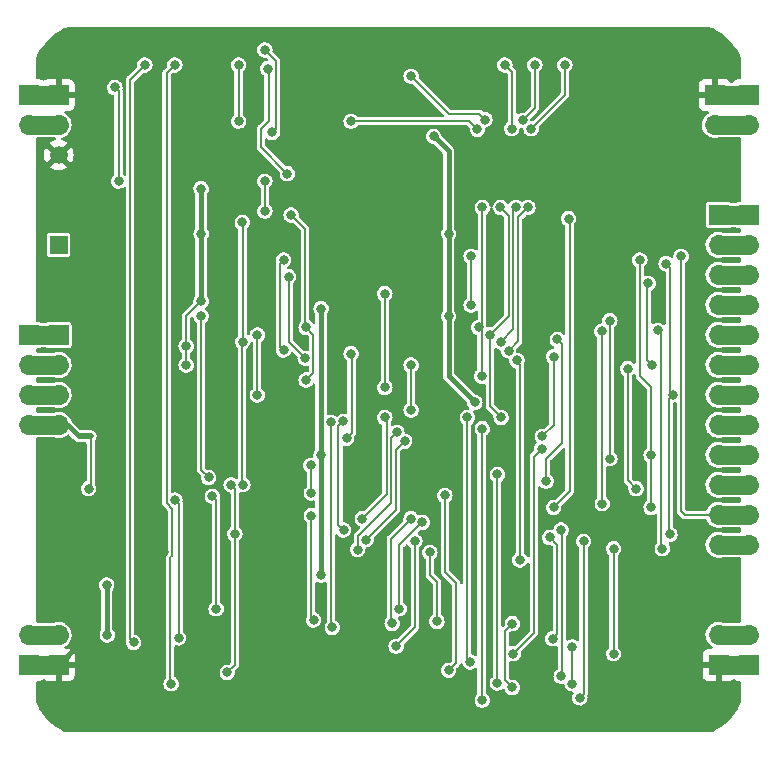
<source format=gbr>
%TF.GenerationSoftware,KiCad,Pcbnew,(6.0.5)*%
%TF.CreationDate,2022-07-10T14:27:46+02:00*%
%TF.ProjectId,Clock,436c6f63-6b2e-46b6-9963-61645f706362,rev?*%
%TF.SameCoordinates,Original*%
%TF.FileFunction,Copper,L2,Bot*%
%TF.FilePolarity,Positive*%
%FSLAX46Y46*%
G04 Gerber Fmt 4.6, Leading zero omitted, Abs format (unit mm)*
G04 Created by KiCad (PCBNEW (6.0.5)) date 2022-07-10 14:27:46*
%MOMM*%
%LPD*%
G01*
G04 APERTURE LIST*
%TA.AperFunction,ComponentPad*%
%ADD10R,1.509000X1.509000*%
%TD*%
%TA.AperFunction,ComponentPad*%
%ADD11C,1.509000*%
%TD*%
%TA.AperFunction,SMDPad,CuDef*%
%ADD12C,0.500000*%
%TD*%
%TA.AperFunction,ComponentPad*%
%ADD13R,1.700000X1.700000*%
%TD*%
%TA.AperFunction,ComponentPad*%
%ADD14O,1.700000X1.700000*%
%TD*%
%TA.AperFunction,ViaPad*%
%ADD15C,0.800000*%
%TD*%
%TA.AperFunction,Conductor*%
%ADD16C,0.200000*%
%TD*%
%TA.AperFunction,Conductor*%
%ADD17C,0.450000*%
%TD*%
%TA.AperFunction,Conductor*%
%ADD18C,1.600000*%
%TD*%
G04 APERTURE END LIST*
%TO.C,NT1*%
G36*
X86542500Y-125662500D02*
G01*
X85542500Y-125662500D01*
X85542500Y-125162500D01*
X86542500Y-125162500D01*
X86542500Y-125662500D01*
G37*
%TD*%
D10*
%TO.P,S1,1,COM*%
%TO.N,Net-(R10-Pad1)*%
X83820000Y-109220000D03*
D11*
%TO.P,S1,2,NO*%
%TO.N,GND*%
X83820000Y-101600000D03*
%TD*%
D12*
%TO.P,NT1,1,1*%
%TO.N,/Reset Switch*%
X85542500Y-125412500D03*
%TO.P,NT1,2,2*%
%TO.N,/~{RST}*%
X86542500Y-125412500D03*
%TD*%
D13*
%TO.P,J9,1,Pin_1*%
%TO.N,GND*%
X81280000Y-96520000D03*
D14*
%TO.P,J9,2,Pin_2*%
%TO.N,unconnected-(J12-Pad2)*%
X81280000Y-99060000D03*
%TD*%
D13*
%TO.P,J11,1,Pin_1*%
%TO.N,/~{Reset}*%
X139700000Y-106680000D03*
D14*
%TO.P,J11,2,Pin_2*%
%TO.N,/Slow Selector*%
X139700000Y-109220000D03*
%TO.P,J11,3,Pin_3*%
%TO.N,/Clock*%
X139700000Y-111760000D03*
%TO.P,J11,4,Pin_4*%
%TO.N,/~{Clock}*%
X139700000Y-114300000D03*
%TO.P,J11,5,Pin_5*%
%TO.N,/~{Select 0}*%
X139700000Y-116840000D03*
%TO.P,J11,6,Pin_6*%
%TO.N,/~{Select 1}*%
X139700000Y-119380000D03*
%TO.P,J11,7,Pin_7*%
%TO.N,/~{Select 2}*%
X139700000Y-121920000D03*
%TO.P,J11,8,Pin_8*%
%TO.N,/~{Select 3}*%
X139700000Y-124460000D03*
%TO.P,J11,9,Pin_9*%
%TO.N,/~{Select 4}*%
X139700000Y-127000000D03*
%TO.P,J11,10,Pin_10*%
%TO.N,/~{Select 5}*%
X139700000Y-129540000D03*
%TO.P,J11,11,Pin_11*%
%TO.N,/~{Select 6}*%
X139700000Y-132080000D03*
%TO.P,J11,12,Pin_12*%
%TO.N,/~{Select 7}*%
X139700000Y-134620000D03*
%TD*%
D13*
%TO.P,J8,1,Pin_1*%
%TO.N,/~{Reset}*%
X142240000Y-106680000D03*
D14*
%TO.P,J8,2,Pin_2*%
%TO.N,/Slow Selector*%
X142240000Y-109220000D03*
%TO.P,J8,3,Pin_3*%
%TO.N,/Clock*%
X142240000Y-111760000D03*
%TO.P,J8,4,Pin_4*%
%TO.N,/~{Clock}*%
X142240000Y-114300000D03*
%TO.P,J8,5,Pin_5*%
%TO.N,/~{Select 0}*%
X142240000Y-116840000D03*
%TO.P,J8,6,Pin_6*%
%TO.N,/~{Select 1}*%
X142240000Y-119380000D03*
%TO.P,J8,7,Pin_7*%
%TO.N,/~{Select 2}*%
X142240000Y-121920000D03*
%TO.P,J8,8,Pin_8*%
%TO.N,/~{Select 3}*%
X142240000Y-124460000D03*
%TO.P,J8,9,Pin_9*%
%TO.N,/~{Select 4}*%
X142240000Y-127000000D03*
%TO.P,J8,10,Pin_10*%
%TO.N,/~{Select 5}*%
X142240000Y-129540000D03*
%TO.P,J8,11,Pin_11*%
%TO.N,/~{Select 6}*%
X142240000Y-132080000D03*
%TO.P,J8,12,Pin_12*%
%TO.N,/~{Select 7}*%
X142240000Y-134620000D03*
%TD*%
D13*
%TO.P,J4,1,Pin_1*%
%TO.N,GND*%
X142240000Y-96520000D03*
D14*
%TO.P,J4,2,Pin_2*%
%TO.N,unconnected-(J1-Pad2)*%
X142240000Y-99060000D03*
%TD*%
D13*
%TO.P,J5,1,Pin_1*%
%TO.N,unconnected-(J2-Pad1)*%
X81280000Y-116840000D03*
D14*
%TO.P,J5,2,Pin_2*%
%TO.N,/Source Clock*%
X81280000Y-119380000D03*
%TO.P,J5,3,Pin_3*%
%TO.N,/~{Reset} GND*%
X81280000Y-121920000D03*
%TO.P,J5,4,Pin_4*%
%TO.N,/Reset Switch*%
X81280000Y-124460000D03*
%TD*%
D13*
%TO.P,J1,1,Pin_1*%
%TO.N,GND*%
X139382500Y-96520000D03*
D14*
%TO.P,J1,2,Pin_2*%
%TO.N,unconnected-(J1-Pad2)*%
X139382500Y-99060000D03*
%TD*%
D13*
%TO.P,J3,1,Pin_1*%
%TO.N,GND*%
X83820000Y-144785000D03*
D14*
%TO.P,J3,2,Pin_2*%
%TO.N,/Source 5V*%
X83820000Y-142245000D03*
%TD*%
D13*
%TO.P,J12,1,Pin_1*%
%TO.N,GND*%
X83820000Y-96520000D03*
D14*
%TO.P,J12,2,Pin_2*%
%TO.N,unconnected-(J12-Pad2)*%
X83820000Y-99060000D03*
%TD*%
D13*
%TO.P,J6,1,Pin_1*%
%TO.N,GND*%
X81280000Y-144785000D03*
D14*
%TO.P,J6,2,Pin_2*%
%TO.N,/Source 5V*%
X81280000Y-142245000D03*
%TD*%
D13*
%TO.P,J2,1,Pin_1*%
%TO.N,unconnected-(J2-Pad1)*%
X83820000Y-116840000D03*
D14*
%TO.P,J2,2,Pin_2*%
%TO.N,/Source Clock*%
X83820000Y-119380000D03*
%TO.P,J2,3,Pin_3*%
%TO.N,/~{Reset} GND*%
X83820000Y-121920000D03*
%TO.P,J2,4,Pin_4*%
%TO.N,/Reset Switch*%
X83820000Y-124460000D03*
%TD*%
D13*
%TO.P,J10,1,Pin_1*%
%TO.N,GND*%
X142240000Y-144780000D03*
D14*
%TO.P,J10,2,Pin_2*%
%TO.N,unconnected-(J10-Pad2)*%
X142240000Y-142240000D03*
%TD*%
D13*
%TO.P,J7,1,Pin_1*%
%TO.N,GND*%
X139700000Y-144780000D03*
D14*
%TO.P,J7,2,Pin_2*%
%TO.N,unconnected-(J10-Pad2)*%
X139700000Y-142240000D03*
%TD*%
D15*
%TO.N,/~{RST}*%
X86360000Y-129857500D03*
%TO.N,VCC*%
X88582500Y-95885000D03*
X94615000Y-119380000D03*
X106045002Y-127000000D03*
X106042500Y-137157500D03*
X95885000Y-104457500D03*
X95885000Y-108267500D03*
X106045000Y-114617500D03*
X116840000Y-115252500D03*
X95885000Y-113982500D03*
X94615000Y-117792500D03*
X116840000Y-108267500D03*
X119062500Y-122555000D03*
X88900000Y-103822500D03*
X115570000Y-100012500D03*
%TO.N,/~{Clock}*%
X111442500Y-121285000D03*
X111442500Y-113347500D03*
X104775000Y-120650000D03*
X104775000Y-116205000D03*
X103505000Y-106680000D03*
%TO.N,/Count 1 A*%
X114617500Y-132715000D03*
X112648000Y-140017500D03*
%TO.N,/Count 1 B*%
X112060588Y-141259555D03*
X113665000Y-132397500D03*
%TO.N,/Count 2 B*%
X112395631Y-143193883D03*
X113982500Y-134302500D03*
%TO.N,/Count 2 A*%
X115859487Y-141093434D03*
X115252500Y-135255000D03*
%TO.N,/Clock*%
X103295628Y-111904872D03*
X113665000Y-123190000D03*
X133732000Y-112459500D03*
X134049500Y-119380000D03*
X104705000Y-118815000D03*
X113665000Y-119380000D03*
%TO.N,GND*%
X117475000Y-131127500D03*
X124460000Y-123190000D03*
X102552500Y-146367500D03*
X85407500Y-138112500D03*
X117475000Y-136842500D03*
X92392500Y-132397500D03*
X123825000Y-121285000D03*
X102552500Y-143752511D03*
X92710000Y-135255000D03*
%TO.N,/Source Clock*%
X99403417Y-117410500D03*
X99424324Y-129521090D03*
X99377500Y-107315000D03*
%TO.N,/~{Reset}*%
X125730000Y-131445000D03*
X127000000Y-106997500D03*
X105220500Y-132137137D03*
X105410000Y-140970000D03*
%TO.N,/Slow Selector*%
X102870000Y-110490000D03*
X102870000Y-118110000D03*
%TO.N,/~{Select 7}*%
X121920000Y-118181755D03*
X122872500Y-135890000D03*
X123554503Y-106045000D03*
X122636676Y-118998000D03*
%TO.N,/~{Select 6}*%
X136525000Y-110172500D03*
%TO.N,/~{Select 5}*%
X121251996Y-117438266D03*
X122555000Y-106045000D03*
X132715000Y-129857500D03*
X132015500Y-119697500D03*
%TO.N,/~{Select 4}*%
X133985000Y-131445000D03*
X133985000Y-127000000D03*
X133032500Y-110490000D03*
%TO.N,/~{Select 3}*%
X120332500Y-116840000D03*
X121285000Y-123825000D03*
X121237997Y-106045000D03*
%TO.N,/~{Select 2}*%
X135825500Y-121920000D03*
X135572500Y-133732000D03*
X135255000Y-110807500D03*
%TO.N,/~{Select 1}*%
X119380000Y-116205000D03*
X119697500Y-106045000D03*
X119633000Y-120332500D03*
%TO.N,/~{Select 0}*%
X134555500Y-116440824D03*
X134937500Y-134937500D03*
X118745000Y-114300000D03*
X118745000Y-110172500D03*
%TO.N,/LED Enable*%
X101282500Y-103822500D03*
X101282500Y-106362500D03*
%TO.N,/Source 5V*%
X87947500Y-142240000D03*
X87897002Y-138020489D03*
%TO.N,Net-(IC5-Pad12)*%
X126682500Y-93980000D03*
X123825000Y-99377500D03*
%TO.N,/Reset Switch LED*%
X93662500Y-93980000D03*
X93345000Y-146367500D03*
%TO.N,/Reset LED*%
X90170000Y-142875000D03*
X91122500Y-93980000D03*
%TO.N,Net-(IC5-Pad13)*%
X124142500Y-93980000D03*
X123118245Y-98670745D03*
%TO.N,Net-(IC5-Pad14)*%
X122190497Y-99377500D03*
X121602500Y-93980000D03*
%TO.N,Net-(IC5-Pad17)*%
X113665000Y-94932500D03*
X119911611Y-98605849D03*
%TO.N,Net-(IC5-Pad18)*%
X108585000Y-98742500D03*
X119289469Y-99443713D03*
%TO.N,Net-(IC7-Pad18)*%
X101282500Y-92710000D03*
X101917500Y-99695000D03*
%TO.N,Net-(IC7-Pad17)*%
X99060000Y-98742500D03*
X99060000Y-93980000D03*
%TO.N,Net-(IC7-Pad16)*%
X101535500Y-94297500D03*
X103187500Y-103187500D03*
%TO.N,/~{RST}*%
X98107500Y-145415000D03*
X98742500Y-133667500D03*
X98425000Y-129540000D03*
%TO.N,/Shift QA*%
X105220500Y-130232137D03*
X105177410Y-127884011D03*
%TO.N,/Shift QH*%
X93980000Y-142482511D03*
X93662500Y-130812692D03*
%TO.N,/Shift QG*%
X97155000Y-140017500D03*
X96837500Y-130492500D03*
%TO.N,/Shift QE*%
X96520000Y-128905000D03*
X95885000Y-115252500D03*
%TO.N,/Flop D2*%
X100647500Y-116840000D03*
X100647500Y-121920000D03*
%TO.N,/~{Shift QH}*%
X118663324Y-144527000D03*
X118427500Y-123825000D03*
%TO.N,/~{Shift QG}*%
X106869500Y-124231666D03*
X106997500Y-141605000D03*
%TO.N,/Count 2QA*%
X109148245Y-135009255D03*
X112459500Y-125095000D03*
%TO.N,/Count 2QB*%
X109855000Y-134162122D03*
X113127485Y-125838506D03*
%TO.N,/Count 1QD*%
X108585000Y-118427500D03*
X108214914Y-125585500D03*
%TO.N,/Count 1QB*%
X109537500Y-132397500D03*
X111442500Y-123825000D03*
%TO.N,/Count 1QA*%
X107950000Y-133350000D03*
X107931705Y-124158705D03*
%TO.N,/Line ~{Y0B}*%
X124718757Y-126460487D03*
X122302000Y-143827500D03*
%TO.N,/Line ~{Y1B}*%
X116846364Y-145226500D03*
X116522500Y-130428000D03*
%TO.N,/Line ~{Y2B}*%
X120967500Y-146313489D03*
X120967500Y-128652000D03*
%TO.N,/Line ~{Y3B}*%
X119697500Y-124777500D03*
X119697500Y-147765500D03*
%TO.N,/Line ~{Y3A}*%
X122237500Y-141287500D03*
X122237500Y-146685000D03*
%TO.N,/Line ~{Y1A}*%
X127317500Y-146367500D03*
X127317500Y-143257000D03*
%TO.N,/Drive1 4Y*%
X130810000Y-143827500D03*
X130810000Y-134937500D03*
%TO.N,/Drive1 3Y*%
X128270000Y-134302500D03*
X127952500Y-147562511D03*
%TO.N,/Drive1 2Y*%
X126365000Y-145732500D03*
X126365000Y-133350000D03*
%TO.N,/Drive1 1Y*%
X125412500Y-133985000D03*
X125669080Y-142563688D03*
%TO.N,/Drive2 4Y*%
X130492500Y-115634500D03*
X130492500Y-127317500D03*
%TO.N,/Drive2 3Y*%
X129857500Y-131127500D03*
X129793000Y-116522500D03*
%TO.N,/Drive2 2Y*%
X125095000Y-129222500D03*
X126047500Y-117222000D03*
%TO.N,/Drive2 1Y*%
X124777500Y-125412500D03*
X125730000Y-118680500D03*
%TD*%
D16*
%TO.N,/~{RST}*%
X86542500Y-129675000D02*
X86360000Y-129857500D01*
X86542500Y-125412500D02*
X86542500Y-129675000D01*
D17*
%TO.N,/Reset Switch*%
X84590000Y-124460000D02*
X85542500Y-125412500D01*
X83820000Y-124460000D02*
X84590000Y-124460000D01*
%TO.N,VCC*%
X95885000Y-108267500D02*
X95885000Y-113982500D01*
X106045000Y-114617500D02*
X106045000Y-126999998D01*
X116840000Y-108267500D02*
X116840000Y-101282500D01*
X106042500Y-137157500D02*
X106045002Y-137154998D01*
X106045000Y-126999998D02*
X106045002Y-127000000D01*
X116840000Y-115252500D02*
X116840000Y-108267500D01*
D16*
X94615000Y-119380000D02*
X94615000Y-117792500D01*
X88900000Y-103822500D02*
X88900000Y-96202500D01*
X88900000Y-96202500D02*
X88582500Y-95885000D01*
D17*
X116840000Y-120332500D02*
X119062500Y-122555000D01*
X116840000Y-101282500D02*
X115570000Y-100012500D01*
X106045002Y-137154998D02*
X106045002Y-127000000D01*
X116840000Y-115252500D02*
X116840000Y-120332500D01*
X95885000Y-108267500D02*
X95885000Y-104457500D01*
D16*
X94615000Y-115252500D02*
X95885000Y-113982500D01*
X94615000Y-117792500D02*
X94615000Y-115252500D01*
%TO.N,/~{Clock}*%
X104710499Y-116140499D02*
X104710499Y-107885499D01*
X111442500Y-113347500D02*
X111442500Y-121285000D01*
X104710499Y-107885499D02*
X103505000Y-106680000D01*
D18*
X142240000Y-114300000D02*
X139700000Y-114300000D01*
D16*
X104775000Y-116205000D02*
X105404501Y-116834501D01*
X105404501Y-116834501D02*
X105404501Y-120020499D01*
X105404501Y-120020499D02*
X104775000Y-120650000D01*
X104775000Y-116205000D02*
X104710499Y-116140499D01*
%TO.N,/Count 1 A*%
X112648000Y-134647755D02*
X114580755Y-132715000D01*
X114580755Y-132715000D02*
X114617500Y-132715000D01*
X112648000Y-140017500D02*
X112648000Y-134647755D01*
%TO.N,/Count 1 B*%
X111948499Y-134114001D02*
X111948499Y-141147466D01*
X111948499Y-141147466D02*
X112060588Y-141259555D01*
X113665000Y-132397500D02*
X111948499Y-134114001D01*
%TO.N,/Count 2 B*%
X112395631Y-143193883D02*
X113982500Y-141607014D01*
X113982500Y-141607014D02*
X113982500Y-134302500D01*
%TO.N,/Count 2 A*%
X115859487Y-137766987D02*
X115252500Y-137160000D01*
X115859487Y-141093434D02*
X115859487Y-137766987D01*
X115252500Y-137160000D02*
X115252500Y-135255000D01*
%TO.N,/Clock*%
X134049500Y-119380000D02*
X133667500Y-118998000D01*
X104705000Y-118815000D02*
X103295628Y-117405628D01*
D18*
X139700000Y-111760000D02*
X142240000Y-111760000D01*
D16*
X133667500Y-112524000D02*
X133732000Y-112459500D01*
X113665000Y-123190000D02*
X113665000Y-119380000D01*
X133667500Y-118998000D02*
X133667500Y-112524000D01*
X103295628Y-117405628D02*
X103295628Y-111904872D01*
D17*
%TO.N,GND*%
X83820000Y-144785000D02*
X85407500Y-143197500D01*
D18*
X142240000Y-96520000D02*
X139700000Y-96520000D01*
D17*
X92392500Y-132397500D02*
X92710000Y-132715000D01*
X92710000Y-132715000D02*
X92710000Y-135255000D01*
X124460000Y-123190000D02*
X124460000Y-121920000D01*
X85407500Y-143197500D02*
X85407500Y-138112500D01*
X117475000Y-136842500D02*
X117475000Y-131127500D01*
X102552500Y-146367500D02*
X102552500Y-143752511D01*
D18*
X83820000Y-96520000D02*
X81280000Y-96520000D01*
X81280000Y-144780000D02*
X83820000Y-144780000D01*
D17*
X124460000Y-121920000D02*
X123825000Y-121285000D01*
D18*
X139700000Y-144780000D02*
X142240000Y-144780000D01*
%TO.N,/Reset Switch*%
X83820000Y-124460000D02*
X81280000Y-124460000D01*
D16*
%TO.N,/Source Clock*%
X99403417Y-107340917D02*
X99377500Y-107315000D01*
X99403417Y-117410500D02*
X99377500Y-117436417D01*
X99403417Y-117410500D02*
X99403417Y-107340917D01*
X99377500Y-117436417D02*
X99377500Y-129474266D01*
X99377500Y-129474266D02*
X99424324Y-129521090D01*
D18*
X83820000Y-119380000D02*
X81280000Y-119380000D01*
D16*
%TO.N,/~{Reset}*%
X125730000Y-131445000D02*
X127082011Y-130092989D01*
X127082011Y-107079511D02*
X127000000Y-106997500D01*
X105220500Y-140780500D02*
X105220500Y-132137137D01*
X105410000Y-140970000D02*
X105220500Y-140780500D01*
D18*
X139700000Y-106680000D02*
X142240000Y-106680000D01*
D16*
X127082011Y-130092989D02*
X127082011Y-107079511D01*
%TO.N,/Slow Selector*%
X102870000Y-118110000D02*
X102596127Y-117836127D01*
X102596127Y-117836127D02*
X102596127Y-110763873D01*
D18*
X142240000Y-109220000D02*
X139700000Y-109220000D01*
D16*
X102596127Y-110763873D02*
X102870000Y-110490000D01*
%TO.N,/~{Select 7}*%
X122636676Y-119144176D02*
X122636676Y-118998000D01*
D18*
X142240000Y-134620000D02*
X139700000Y-134620000D01*
D16*
X122719021Y-117382734D02*
X121920000Y-118181755D01*
X123554503Y-106045000D02*
X122719021Y-106880482D01*
X122872500Y-135890000D02*
X122872500Y-119380000D01*
X122872500Y-119380000D02*
X122636676Y-119144176D01*
X122719021Y-106880482D02*
X122719021Y-117382734D01*
%TO.N,/~{Select 6}*%
X136525000Y-131762500D02*
X136525000Y-110172500D01*
D18*
X139700000Y-132080000D02*
X142240000Y-132080000D01*
D16*
X136842500Y-132080000D02*
X136525000Y-131762500D01*
X139700000Y-132080000D02*
X136842500Y-132080000D01*
%TO.N,/~{Select 5}*%
X122319511Y-116370751D02*
X121251996Y-117438266D01*
X132715000Y-129857500D02*
X132015500Y-129158000D01*
D18*
X142240000Y-129540000D02*
X139700000Y-129540000D01*
D16*
X132015500Y-129158000D02*
X132015500Y-119697500D01*
X122555000Y-106045000D02*
X122319511Y-106280489D01*
X122319511Y-106280489D02*
X122319511Y-116370751D01*
%TO.N,/~{Select 4}*%
X133985000Y-131445000D02*
X133985000Y-127000000D01*
X133032500Y-120332500D02*
X133032500Y-110490000D01*
X133032500Y-120332500D02*
X133985000Y-121285000D01*
X133985000Y-127000000D02*
X133985000Y-121285000D01*
D18*
X139700000Y-127000000D02*
X142240000Y-127000000D01*
D16*
%TO.N,/~{Select 3}*%
X120332500Y-122872500D02*
X120332500Y-116840000D01*
X121920000Y-115252500D02*
X120332500Y-116840000D01*
X121285000Y-123825000D02*
X120332500Y-122872500D01*
X121237997Y-106045000D02*
X121920000Y-106727003D01*
D18*
X142240000Y-124460000D02*
X139700000Y-124460000D01*
D16*
X121920000Y-106727003D02*
X121920000Y-115252500D01*
%TO.N,/~{Select 2}*%
X135255000Y-110807500D02*
X135572500Y-111125000D01*
X135572500Y-111125000D02*
X135572500Y-121667000D01*
D18*
X139700000Y-121920000D02*
X142240000Y-121920000D01*
D16*
X135572500Y-133732000D02*
X135507999Y-133667499D01*
X135507999Y-122237501D02*
X135825500Y-121920000D01*
X135572500Y-121667000D02*
X135825500Y-121920000D01*
X135507999Y-133667499D02*
X135507999Y-122237501D01*
%TO.N,/~{Select 1}*%
X119633000Y-120332500D02*
X119633000Y-116458000D01*
X119697500Y-106045000D02*
X119697500Y-115887500D01*
D18*
X142240000Y-119380000D02*
X139700000Y-119380000D01*
D16*
X119633000Y-116458000D02*
X119380000Y-116205000D01*
X119697500Y-115887500D02*
X119380000Y-116205000D01*
D18*
%TO.N,/~{Select 0}*%
X139700000Y-116840000D02*
X142240000Y-116840000D01*
D16*
X134937500Y-134937500D02*
X134855489Y-134855489D01*
X118745000Y-110172500D02*
X118745000Y-114300000D01*
X134855489Y-134855489D02*
X134855489Y-116740813D01*
X134855489Y-116740813D02*
X134555500Y-116440824D01*
D18*
%TO.N,/~{Reset} GND*%
X81280000Y-121920000D02*
X83820000Y-121920000D01*
D16*
%TO.N,/LED Enable*%
X101282500Y-106362500D02*
X101282500Y-103822500D01*
D18*
%TO.N,/Source 5V*%
X83820000Y-142240000D02*
X81280000Y-142240000D01*
D17*
X87897002Y-142189502D02*
X87947500Y-142240000D01*
X87897002Y-138020489D02*
X87897002Y-142189502D01*
D16*
%TO.N,Net-(IC5-Pad12)*%
X126682500Y-96520000D02*
X126682500Y-93980000D01*
X123825000Y-99377500D02*
X126682500Y-96520000D01*
%TO.N,/Reset Switch LED*%
X92962999Y-94679501D02*
X93662500Y-93980000D01*
X93409501Y-131548938D02*
X92962999Y-131102436D01*
X93277359Y-135676886D02*
X93409501Y-135544744D01*
X92962999Y-131102436D02*
X92962999Y-94679501D01*
X93277359Y-146299859D02*
X93277359Y-135676886D01*
X93409501Y-135544744D02*
X93409501Y-131548938D01*
X93345000Y-146367500D02*
X93277359Y-146299859D01*
%TO.N,/Reset LED*%
X90170000Y-142875000D02*
X89886941Y-142591941D01*
X89886941Y-142591941D02*
X89886941Y-95215559D01*
X89886941Y-95215559D02*
X91122500Y-93980000D01*
%TO.N,Net-(IC5-Pad13)*%
X124142500Y-93980000D02*
X124142500Y-97646490D01*
X124142500Y-97646490D02*
X123118245Y-98670745D01*
%TO.N,Net-(IC5-Pad14)*%
X122237500Y-99330497D02*
X122190497Y-99377500D01*
X121602500Y-93980000D02*
X122237500Y-94615000D01*
X122237500Y-94615000D02*
X122237500Y-99330497D01*
%TO.N,Net-(IC5-Pad17)*%
X116840000Y-98107500D02*
X119413262Y-98107500D01*
X113665000Y-94932500D02*
X116840000Y-98107500D01*
X119413262Y-98107500D02*
X119911611Y-98605849D01*
%TO.N,Net-(IC5-Pad18)*%
X108585000Y-98742500D02*
X118588256Y-98742500D01*
X118588256Y-98742500D02*
X119289469Y-99443713D01*
%TO.N,Net-(IC7-Pad18)*%
X102235000Y-99377500D02*
X102235000Y-93662500D01*
X102235000Y-93662500D02*
X101282500Y-92710000D01*
X101917500Y-99695000D02*
X102235000Y-99377500D01*
%TO.N,Net-(IC7-Pad17)*%
X99060000Y-98742500D02*
X99060000Y-93980000D01*
%TO.N,Net-(IC7-Pad16)*%
X101600000Y-94362000D02*
X101535500Y-94297500D01*
X100965000Y-99377500D02*
X101600000Y-98742500D01*
X100965000Y-100965000D02*
X100965000Y-99377500D01*
X103187500Y-103187500D02*
X100965000Y-100965000D01*
X101600000Y-98742500D02*
X101600000Y-94362000D01*
D18*
%TO.N,unconnected-(J2-Pad1)*%
X83820000Y-116840000D02*
X81280000Y-116840000D01*
D16*
%TO.N,/~{RST}*%
X98742500Y-129857500D02*
X98742500Y-133667500D01*
X98742500Y-144780000D02*
X98742500Y-133667500D01*
X98425000Y-129540000D02*
X98742500Y-129857500D01*
X98107500Y-145415000D02*
X98742500Y-144780000D01*
%TO.N,/Shift QA*%
X105220500Y-130232137D02*
X105220500Y-127927101D01*
X105220500Y-127927101D02*
X105177410Y-127884011D01*
%TO.N,/Shift QH*%
X93980000Y-142482511D02*
X93980000Y-131130192D01*
X93980000Y-131130192D02*
X93662500Y-130812692D01*
%TO.N,/Shift QG*%
X97155000Y-140017500D02*
X97155000Y-130810000D01*
X97155000Y-130810000D02*
X96837500Y-130492500D01*
%TO.N,/Shift QE*%
X95885000Y-115252500D02*
X95885000Y-128270000D01*
X95885000Y-128270000D02*
X96520000Y-128905000D01*
%TO.N,/Flop D2*%
X100647500Y-121920000D02*
X100647500Y-116840000D01*
%TO.N,/~{Shift QH}*%
X118427500Y-144291176D02*
X118663324Y-144527000D01*
X118427500Y-123825000D02*
X118427500Y-144291176D01*
%TO.N,/~{Shift QG}*%
X106869500Y-124231666D02*
X106869500Y-141477000D01*
X106869500Y-141477000D02*
X106997500Y-141605000D01*
%TO.N,/Count 2QA*%
X111995489Y-125559011D02*
X112459500Y-125095000D01*
X109148245Y-133879632D02*
X111995489Y-131032388D01*
X109148245Y-135009255D02*
X109148245Y-133879632D01*
X111995489Y-131032388D02*
X111995489Y-125559011D01*
%TO.N,/Count 2QB*%
X112395000Y-131622122D02*
X112395000Y-126570991D01*
X109855000Y-134162122D02*
X112395000Y-131622122D01*
X112395000Y-126570991D02*
X113127485Y-125838506D01*
%TO.N,/Count 1QD*%
X108585000Y-118427500D02*
X108631206Y-118473706D01*
X108631206Y-118473706D02*
X108631206Y-125169208D01*
X108631206Y-125169208D02*
X108214914Y-125585500D01*
%TO.N,/Count 1QB*%
X111595978Y-123978478D02*
X111442500Y-123825000D01*
X109537500Y-132397500D02*
X111595978Y-130339022D01*
X111595978Y-130339022D02*
X111595978Y-123978478D01*
%TO.N,/Count 1QA*%
X107515413Y-132915413D02*
X107515413Y-124574997D01*
X107515413Y-124574997D02*
X107931705Y-124158705D01*
X107950000Y-133350000D02*
X107515413Y-132915413D01*
%TO.N,/Line ~{Y0B}*%
X124047013Y-142082487D02*
X122302000Y-143827500D01*
X124047013Y-127132231D02*
X124047013Y-142082487D01*
X124718757Y-126460487D02*
X124047013Y-127132231D01*
%TO.N,/Line ~{Y1B}*%
X117475000Y-144597864D02*
X117475000Y-137831745D01*
X117475000Y-137831745D02*
X116522500Y-136879245D01*
X116522500Y-136879245D02*
X116522500Y-130428000D01*
X116846364Y-145226500D02*
X117475000Y-144597864D01*
%TO.N,/Line ~{Y2B}*%
X120967500Y-146313489D02*
X120967500Y-128652000D01*
%TO.N,/Line ~{Y3B}*%
X119697500Y-124777500D02*
X119632999Y-124842001D01*
X119632999Y-147700999D02*
X119697500Y-147765500D01*
X119632999Y-124842001D02*
X119632999Y-147700999D01*
%TO.N,/Line ~{Y3A}*%
X122237500Y-141287500D02*
X121602500Y-141922500D01*
X121602500Y-146013255D02*
X122237500Y-146648255D01*
X122237500Y-146648255D02*
X122237500Y-146685000D01*
X121602500Y-141922500D02*
X121602500Y-146013255D01*
%TO.N,/Line ~{Y1A}*%
X127317500Y-146367500D02*
X127317500Y-143257000D01*
%TO.N,/Drive1 4Y*%
X130810000Y-134937500D02*
X130810000Y-143827500D01*
%TO.N,/Drive1 3Y*%
X128270000Y-134302500D02*
X128270000Y-147245011D01*
X128270000Y-147245011D02*
X127952500Y-147562511D01*
%TO.N,/Drive1 2Y*%
X126365000Y-145732500D02*
X126447010Y-145650490D01*
X126447010Y-145650490D02*
X126447010Y-133432010D01*
X126447010Y-133432010D02*
X126365000Y-133350000D01*
%TO.N,/Drive1 1Y*%
X125669080Y-142563688D02*
X126047500Y-142185268D01*
X126047500Y-134620000D02*
X125412500Y-133985000D01*
X126047500Y-142185268D02*
X126047500Y-134620000D01*
%TO.N,/Drive2 4Y*%
X130492500Y-127317500D02*
X130492500Y-115634500D01*
%TO.N,/Drive2 3Y*%
X129857500Y-131127500D02*
X129792999Y-131062999D01*
X129792999Y-131062999D02*
X129793000Y-116522500D01*
%TO.N,/Drive2 2Y*%
X125095000Y-129222500D02*
X125095000Y-127317500D01*
X125095000Y-127317500D02*
X126429501Y-125982999D01*
X126429501Y-117604001D02*
X126047500Y-117222000D01*
X126429501Y-125982999D02*
X126429501Y-117604001D01*
%TO.N,/Drive2 1Y*%
X124777500Y-125412500D02*
X125730000Y-124460000D01*
X125730000Y-124460000D02*
X125730000Y-118680500D01*
D18*
%TO.N,unconnected-(J1-Pad2)*%
X139700000Y-99060000D02*
X142240000Y-99060000D01*
%TO.N,unconnected-(J10-Pad2)*%
X142240000Y-142240000D02*
X139700000Y-142240000D01*
%TO.N,unconnected-(J12-Pad2)*%
X81280000Y-99060000D02*
X83820000Y-99060000D01*
%TD*%
%TA.AperFunction,Conductor*%
%TO.N,GND*%
G36*
X139060054Y-90814591D02*
G01*
X139195958Y-90870884D01*
X139195965Y-90870887D01*
X139205926Y-90875533D01*
X139569869Y-91064990D01*
X139579389Y-91070486D01*
X139925444Y-91290948D01*
X139934448Y-91297252D01*
X140259985Y-91547045D01*
X140268405Y-91554111D01*
X140570918Y-91831312D01*
X140578687Y-91839081D01*
X140813944Y-92095820D01*
X140855892Y-92141598D01*
X140862955Y-92150015D01*
X140952367Y-92266538D01*
X141112751Y-92475555D01*
X141119055Y-92484559D01*
X141339516Y-92830614D01*
X141345011Y-92840133D01*
X141496879Y-93131866D01*
X141534471Y-93204080D01*
X141539113Y-93214033D01*
X141553083Y-93247759D01*
X141595413Y-93349954D01*
X141605004Y-93398172D01*
X141605004Y-95036001D01*
X141585002Y-95104122D01*
X141531346Y-95150615D01*
X141479004Y-95162001D01*
X141345331Y-95162001D01*
X141338510Y-95162371D01*
X141287648Y-95167895D01*
X141272396Y-95171521D01*
X141151946Y-95216676D01*
X141136351Y-95225214D01*
X141034276Y-95301715D01*
X141021715Y-95314276D01*
X140945214Y-95416351D01*
X140936675Y-95431948D01*
X140929232Y-95451802D01*
X140886591Y-95508567D01*
X140820029Y-95533267D01*
X140750680Y-95518060D01*
X140700562Y-95467774D01*
X140693268Y-95451802D01*
X140685825Y-95431948D01*
X140677286Y-95416351D01*
X140600785Y-95314276D01*
X140588224Y-95301715D01*
X140486149Y-95225214D01*
X140470554Y-95216676D01*
X140350106Y-95171522D01*
X140334851Y-95167895D01*
X140283986Y-95162369D01*
X140277172Y-95162000D01*
X139654615Y-95162000D01*
X139639376Y-95166475D01*
X139638171Y-95167865D01*
X139636500Y-95175548D01*
X139636500Y-96648000D01*
X139616498Y-96716121D01*
X139562842Y-96762614D01*
X139510500Y-96774000D01*
X138042616Y-96774000D01*
X138027377Y-96778475D01*
X138026172Y-96779865D01*
X138024501Y-96787548D01*
X138024501Y-97414669D01*
X138024871Y-97421490D01*
X138030395Y-97472352D01*
X138034021Y-97487604D01*
X138079176Y-97608054D01*
X138087714Y-97623649D01*
X138164215Y-97725724D01*
X138176776Y-97738285D01*
X138278851Y-97814786D01*
X138294446Y-97823324D01*
X138414894Y-97868478D01*
X138430149Y-97872105D01*
X138481014Y-97877631D01*
X138487828Y-97878000D01*
X138758503Y-97878000D01*
X138826624Y-97898002D01*
X138873117Y-97951658D01*
X138883221Y-98021932D01*
X138853727Y-98086512D01*
X138822926Y-98112285D01*
X138741321Y-98160835D01*
X138732871Y-98165862D01*
X138580805Y-98299220D01*
X138455589Y-98458057D01*
X138361414Y-98637053D01*
X138301437Y-98830213D01*
X138277664Y-99031069D01*
X138290892Y-99232894D01*
X138304962Y-99288295D01*
X138338928Y-99422036D01*
X138340678Y-99428928D01*
X138425356Y-99612607D01*
X138428689Y-99617323D01*
X138529096Y-99759396D01*
X138542088Y-99777780D01*
X138686966Y-99918913D01*
X138855137Y-100031282D01*
X138860440Y-100033560D01*
X138860443Y-100033562D01*
X139004101Y-100095282D01*
X139040970Y-100111122D01*
X139238240Y-100155760D01*
X139244009Y-100155987D01*
X139244012Y-100155987D01*
X139320183Y-100158979D01*
X139440342Y-100163700D01*
X139640507Y-100134678D01*
X139645971Y-100132823D01*
X139645976Y-100132822D01*
X139692034Y-100117187D01*
X139732535Y-100110500D01*
X141479004Y-100110500D01*
X141547125Y-100130502D01*
X141593618Y-100184158D01*
X141605004Y-100236500D01*
X141605004Y-105453500D01*
X141585002Y-105521621D01*
X141531346Y-105568114D01*
X141479004Y-105579500D01*
X141365326Y-105579500D01*
X141292260Y-105594034D01*
X141273554Y-105606533D01*
X141270960Y-105608266D01*
X141200959Y-105629500D01*
X140739041Y-105629500D01*
X140669040Y-105608266D01*
X140666447Y-105606533D01*
X140647740Y-105594034D01*
X140574674Y-105579500D01*
X138825326Y-105579500D01*
X138752260Y-105594034D01*
X138741943Y-105600928D01*
X138741942Y-105600928D01*
X138716516Y-105617917D01*
X138669399Y-105649399D01*
X138614034Y-105732260D01*
X138599500Y-105805326D01*
X138599500Y-107554674D01*
X138614034Y-107627740D01*
X138669399Y-107710601D01*
X138708708Y-107736866D01*
X138725794Y-107748282D01*
X138752260Y-107765966D01*
X138825326Y-107780500D01*
X140574674Y-107780500D01*
X140647740Y-107765966D01*
X140669040Y-107751734D01*
X140739041Y-107730500D01*
X141200959Y-107730500D01*
X141270960Y-107751734D01*
X141292260Y-107765966D01*
X141365326Y-107780500D01*
X141479004Y-107780500D01*
X141547125Y-107800502D01*
X141593618Y-107854158D01*
X141605004Y-107906500D01*
X141605004Y-108043500D01*
X141585002Y-108111621D01*
X141531346Y-108158114D01*
X141479004Y-108169500D01*
X140061170Y-108169500D01*
X140025238Y-108162602D01*
X140024800Y-108164079D01*
X140019268Y-108162440D01*
X140013898Y-108160298D01*
X139815526Y-108120839D01*
X139809752Y-108120763D01*
X139809748Y-108120763D01*
X139707257Y-108119422D01*
X139613286Y-108118192D01*
X139607589Y-108119171D01*
X139607588Y-108119171D01*
X139419646Y-108151465D01*
X139419645Y-108151465D01*
X139413949Y-108152444D01*
X139224193Y-108222449D01*
X139219232Y-108225401D01*
X139219231Y-108225401D01*
X139125403Y-108281223D01*
X139050371Y-108325862D01*
X138898305Y-108459220D01*
X138773089Y-108618057D01*
X138678914Y-108797053D01*
X138618937Y-108990213D01*
X138595164Y-109191069D01*
X138608392Y-109392894D01*
X138609815Y-109398496D01*
X138651289Y-109561801D01*
X138658178Y-109588928D01*
X138742856Y-109772607D01*
X138859588Y-109937780D01*
X138863730Y-109941815D01*
X138879289Y-109956972D01*
X139004466Y-110078913D01*
X139172637Y-110191282D01*
X139177940Y-110193560D01*
X139177943Y-110193562D01*
X139353163Y-110268842D01*
X139358470Y-110271122D01*
X139462572Y-110294678D01*
X139530042Y-110309945D01*
X139555740Y-110315760D01*
X139561509Y-110315987D01*
X139561512Y-110315987D01*
X139637683Y-110318979D01*
X139757842Y-110323700D01*
X139958007Y-110294678D01*
X139963471Y-110292823D01*
X139963476Y-110292822D01*
X140009534Y-110277187D01*
X140050035Y-110270500D01*
X141479004Y-110270500D01*
X141547125Y-110290502D01*
X141593618Y-110344158D01*
X141605004Y-110396500D01*
X141605004Y-110583500D01*
X141585002Y-110651621D01*
X141531346Y-110698114D01*
X141479004Y-110709500D01*
X140061170Y-110709500D01*
X140025238Y-110702602D01*
X140024800Y-110704079D01*
X140019268Y-110702440D01*
X140013898Y-110700298D01*
X139815526Y-110660839D01*
X139809752Y-110660763D01*
X139809748Y-110660763D01*
X139707257Y-110659422D01*
X139613286Y-110658192D01*
X139607589Y-110659171D01*
X139607588Y-110659171D01*
X139419646Y-110691465D01*
X139419645Y-110691465D01*
X139413949Y-110692444D01*
X139224193Y-110762449D01*
X139219232Y-110765401D01*
X139219231Y-110765401D01*
X139125403Y-110821223D01*
X139050371Y-110865862D01*
X138898305Y-110999220D01*
X138773089Y-111158057D01*
X138678914Y-111337053D01*
X138618937Y-111530213D01*
X138595164Y-111731069D01*
X138608392Y-111932894D01*
X138609815Y-111938496D01*
X138644348Y-112074470D01*
X138658178Y-112128928D01*
X138742856Y-112312607D01*
X138746189Y-112317323D01*
X138849591Y-112463634D01*
X138859588Y-112477780D01*
X139004466Y-112618913D01*
X139172637Y-112731282D01*
X139177940Y-112733560D01*
X139177943Y-112733562D01*
X139353163Y-112808842D01*
X139358470Y-112811122D01*
X139555740Y-112855760D01*
X139561509Y-112855987D01*
X139561512Y-112855987D01*
X139637683Y-112858979D01*
X139757842Y-112863700D01*
X139958007Y-112834678D01*
X139963471Y-112832823D01*
X139963476Y-112832822D01*
X140009534Y-112817187D01*
X140050035Y-112810500D01*
X141479004Y-112810500D01*
X141547125Y-112830502D01*
X141593618Y-112884158D01*
X141605004Y-112936500D01*
X141605004Y-113123500D01*
X141585002Y-113191621D01*
X141531346Y-113238114D01*
X141479004Y-113249500D01*
X140061170Y-113249500D01*
X140025238Y-113242602D01*
X140024800Y-113244079D01*
X140019268Y-113242440D01*
X140013898Y-113240298D01*
X139815526Y-113200839D01*
X139809752Y-113200763D01*
X139809748Y-113200763D01*
X139707257Y-113199422D01*
X139613286Y-113198192D01*
X139607589Y-113199171D01*
X139607588Y-113199171D01*
X139419646Y-113231465D01*
X139419645Y-113231465D01*
X139413949Y-113232444D01*
X139224193Y-113302449D01*
X139219232Y-113305401D01*
X139219231Y-113305401D01*
X139125403Y-113361223D01*
X139050371Y-113405862D01*
X138898305Y-113539220D01*
X138773089Y-113698057D01*
X138678914Y-113877053D01*
X138618937Y-114070213D01*
X138595164Y-114271069D01*
X138608392Y-114472894D01*
X138609815Y-114478496D01*
X138647555Y-114627098D01*
X138658178Y-114668928D01*
X138742856Y-114852607D01*
X138746189Y-114857323D01*
X138835436Y-114983605D01*
X138859588Y-115017780D01*
X138863730Y-115021815D01*
X138881966Y-115039580D01*
X139004466Y-115158913D01*
X139172637Y-115271282D01*
X139177940Y-115273560D01*
X139177943Y-115273562D01*
X139311430Y-115330912D01*
X139358470Y-115351122D01*
X139555740Y-115395760D01*
X139561509Y-115395987D01*
X139561512Y-115395987D01*
X139637683Y-115398979D01*
X139757842Y-115403700D01*
X139958007Y-115374678D01*
X139963471Y-115372823D01*
X139963476Y-115372822D01*
X140009534Y-115357187D01*
X140050035Y-115350500D01*
X141479004Y-115350500D01*
X141547125Y-115370502D01*
X141593618Y-115424158D01*
X141605004Y-115476500D01*
X141605004Y-115663500D01*
X141585002Y-115731621D01*
X141531346Y-115778114D01*
X141479004Y-115789500D01*
X140061170Y-115789500D01*
X140025238Y-115782602D01*
X140024800Y-115784079D01*
X140019268Y-115782440D01*
X140013898Y-115780298D01*
X139815526Y-115740839D01*
X139809752Y-115740763D01*
X139809748Y-115740763D01*
X139707257Y-115739422D01*
X139613286Y-115738192D01*
X139607589Y-115739171D01*
X139607588Y-115739171D01*
X139419646Y-115771465D01*
X139419645Y-115771465D01*
X139413949Y-115772444D01*
X139224193Y-115842449D01*
X139219232Y-115845401D01*
X139219231Y-115845401D01*
X139063551Y-115938021D01*
X139050371Y-115945862D01*
X138898305Y-116079220D01*
X138773089Y-116238057D01*
X138678914Y-116417053D01*
X138618937Y-116610213D01*
X138595164Y-116811069D01*
X138608392Y-117012894D01*
X138623512Y-117072430D01*
X138655232Y-117197327D01*
X138658178Y-117208928D01*
X138742856Y-117392607D01*
X138765200Y-117424223D01*
X138846362Y-117539065D01*
X138859588Y-117557780D01*
X138863730Y-117561815D01*
X138882498Y-117580098D01*
X139004466Y-117698913D01*
X139172637Y-117811282D01*
X139177940Y-117813560D01*
X139177943Y-117813562D01*
X139353163Y-117888842D01*
X139358470Y-117891122D01*
X139555740Y-117935760D01*
X139561509Y-117935987D01*
X139561512Y-117935987D01*
X139637683Y-117938979D01*
X139757842Y-117943700D01*
X139958007Y-117914678D01*
X139963471Y-117912823D01*
X139963476Y-117912822D01*
X140009534Y-117897187D01*
X140050035Y-117890500D01*
X141479004Y-117890500D01*
X141547125Y-117910502D01*
X141593618Y-117964158D01*
X141605004Y-118016500D01*
X141605004Y-118203500D01*
X141585002Y-118271621D01*
X141531346Y-118318114D01*
X141479004Y-118329500D01*
X140061170Y-118329500D01*
X140025238Y-118322602D01*
X140024800Y-118324079D01*
X140019268Y-118322440D01*
X140013898Y-118320298D01*
X139815526Y-118280839D01*
X139809752Y-118280763D01*
X139809748Y-118280763D01*
X139707257Y-118279422D01*
X139613286Y-118278192D01*
X139607589Y-118279171D01*
X139607588Y-118279171D01*
X139419646Y-118311465D01*
X139419645Y-118311465D01*
X139413949Y-118312444D01*
X139224193Y-118382449D01*
X139219232Y-118385401D01*
X139219231Y-118385401D01*
X139125403Y-118441223D01*
X139050371Y-118485862D01*
X138898305Y-118619220D01*
X138773089Y-118778057D01*
X138678914Y-118957053D01*
X138618937Y-119150213D01*
X138595164Y-119351069D01*
X138608392Y-119552894D01*
X138609815Y-119558496D01*
X138646222Y-119701849D01*
X138658178Y-119748928D01*
X138742856Y-119932607D01*
X138746189Y-119937323D01*
X138787877Y-119996310D01*
X138859588Y-120097780D01*
X138863730Y-120101815D01*
X138881747Y-120119366D01*
X139004466Y-120238913D01*
X139009270Y-120242123D01*
X139020150Y-120249393D01*
X139172637Y-120351282D01*
X139177940Y-120353560D01*
X139177943Y-120353562D01*
X139266291Y-120391519D01*
X139358470Y-120431122D01*
X139555740Y-120475760D01*
X139561509Y-120475987D01*
X139561512Y-120475987D01*
X139637683Y-120478979D01*
X139757842Y-120483700D01*
X139958007Y-120454678D01*
X139963471Y-120452823D01*
X139963476Y-120452822D01*
X140009534Y-120437187D01*
X140050035Y-120430500D01*
X141479004Y-120430500D01*
X141547125Y-120450502D01*
X141593618Y-120504158D01*
X141605004Y-120556500D01*
X141605004Y-120743500D01*
X141585002Y-120811621D01*
X141531346Y-120858114D01*
X141479004Y-120869500D01*
X140061170Y-120869500D01*
X140025238Y-120862602D01*
X140024800Y-120864079D01*
X140019268Y-120862440D01*
X140013898Y-120860298D01*
X139815526Y-120820839D01*
X139809752Y-120820763D01*
X139809748Y-120820763D01*
X139707257Y-120819422D01*
X139613286Y-120818192D01*
X139607589Y-120819171D01*
X139607588Y-120819171D01*
X139419646Y-120851465D01*
X139419645Y-120851465D01*
X139413949Y-120852444D01*
X139224193Y-120922449D01*
X139219232Y-120925401D01*
X139219231Y-120925401D01*
X139091396Y-121001455D01*
X139050371Y-121025862D01*
X138898305Y-121159220D01*
X138773089Y-121318057D01*
X138678914Y-121497053D01*
X138618937Y-121690213D01*
X138595164Y-121891069D01*
X138608392Y-122092894D01*
X138609815Y-122098496D01*
X138647062Y-122245157D01*
X138658178Y-122288928D01*
X138742856Y-122472607D01*
X138859588Y-122637780D01*
X139004466Y-122778913D01*
X139172637Y-122891282D01*
X139177940Y-122893560D01*
X139177943Y-122893562D01*
X139266291Y-122931519D01*
X139358470Y-122971122D01*
X139555740Y-123015760D01*
X139561509Y-123015987D01*
X139561512Y-123015987D01*
X139637683Y-123018979D01*
X139757842Y-123023700D01*
X139958007Y-122994678D01*
X139963471Y-122992823D01*
X139963476Y-122992822D01*
X140009534Y-122977187D01*
X140050035Y-122970500D01*
X141479004Y-122970500D01*
X141547125Y-122990502D01*
X141593618Y-123044158D01*
X141605004Y-123096500D01*
X141605004Y-123283500D01*
X141585002Y-123351621D01*
X141531346Y-123398114D01*
X141479004Y-123409500D01*
X140061170Y-123409500D01*
X140025238Y-123402602D01*
X140024800Y-123404079D01*
X140019268Y-123402440D01*
X140013898Y-123400298D01*
X139815526Y-123360839D01*
X139809752Y-123360763D01*
X139809748Y-123360763D01*
X139707257Y-123359422D01*
X139613286Y-123358192D01*
X139607589Y-123359171D01*
X139607588Y-123359171D01*
X139419646Y-123391465D01*
X139419645Y-123391465D01*
X139413949Y-123392444D01*
X139224193Y-123462449D01*
X139219232Y-123465401D01*
X139219231Y-123465401D01*
X139135278Y-123515348D01*
X139050371Y-123565862D01*
X138898305Y-123699220D01*
X138773089Y-123858057D01*
X138678914Y-124037053D01*
X138618937Y-124230213D01*
X138595164Y-124431069D01*
X138608392Y-124632894D01*
X138609815Y-124638496D01*
X138656362Y-124821776D01*
X138658178Y-124828928D01*
X138742856Y-125012607D01*
X138746189Y-125017323D01*
X138846487Y-125159242D01*
X138859588Y-125177780D01*
X139004466Y-125318913D01*
X139172637Y-125431282D01*
X139177940Y-125433560D01*
X139177943Y-125433562D01*
X139266291Y-125471519D01*
X139358470Y-125511122D01*
X139555740Y-125555760D01*
X139561509Y-125555987D01*
X139561512Y-125555987D01*
X139637683Y-125558979D01*
X139757842Y-125563700D01*
X139958007Y-125534678D01*
X139963471Y-125532823D01*
X139963476Y-125532822D01*
X140009534Y-125517187D01*
X140050035Y-125510500D01*
X141479004Y-125510500D01*
X141547125Y-125530502D01*
X141593618Y-125584158D01*
X141605004Y-125636500D01*
X141605004Y-125823500D01*
X141585002Y-125891621D01*
X141531346Y-125938114D01*
X141479004Y-125949500D01*
X140061170Y-125949500D01*
X140025238Y-125942602D01*
X140024800Y-125944079D01*
X140019268Y-125942440D01*
X140013898Y-125940298D01*
X139815526Y-125900839D01*
X139809752Y-125900763D01*
X139809748Y-125900763D01*
X139707257Y-125899422D01*
X139613286Y-125898192D01*
X139607589Y-125899171D01*
X139607588Y-125899171D01*
X139419646Y-125931465D01*
X139419645Y-125931465D01*
X139413949Y-125932444D01*
X139224193Y-126002449D01*
X139219232Y-126005401D01*
X139219231Y-126005401D01*
X139189857Y-126022877D01*
X139050371Y-126105862D01*
X138898305Y-126239220D01*
X138773089Y-126398057D01*
X138678914Y-126577053D01*
X138618937Y-126770213D01*
X138595164Y-126971069D01*
X138608392Y-127172894D01*
X138624126Y-127234848D01*
X138650466Y-127338560D01*
X138658178Y-127368928D01*
X138742856Y-127552607D01*
X138746189Y-127557323D01*
X138787877Y-127616310D01*
X138859588Y-127717780D01*
X138863730Y-127721815D01*
X138897669Y-127754877D01*
X139004466Y-127858913D01*
X139172637Y-127971282D01*
X139177940Y-127973560D01*
X139177943Y-127973562D01*
X139328847Y-128038395D01*
X139358470Y-128051122D01*
X139555740Y-128095760D01*
X139561509Y-128095987D01*
X139561512Y-128095987D01*
X139637683Y-128098979D01*
X139757842Y-128103700D01*
X139958007Y-128074678D01*
X139963471Y-128072823D01*
X139963476Y-128072822D01*
X140009534Y-128057187D01*
X140050035Y-128050500D01*
X141479004Y-128050500D01*
X141547125Y-128070502D01*
X141593618Y-128124158D01*
X141605004Y-128176500D01*
X141605004Y-128363500D01*
X141585002Y-128431621D01*
X141531346Y-128478114D01*
X141479004Y-128489500D01*
X140061170Y-128489500D01*
X140025238Y-128482602D01*
X140024800Y-128484079D01*
X140019268Y-128482440D01*
X140013898Y-128480298D01*
X139815526Y-128440839D01*
X139809752Y-128440763D01*
X139809748Y-128440763D01*
X139707257Y-128439422D01*
X139613286Y-128438192D01*
X139607589Y-128439171D01*
X139607588Y-128439171D01*
X139419646Y-128471465D01*
X139419645Y-128471465D01*
X139413949Y-128472444D01*
X139224193Y-128542449D01*
X139219232Y-128545401D01*
X139219231Y-128545401D01*
X139058821Y-128640835D01*
X139050371Y-128645862D01*
X138898305Y-128779220D01*
X138773089Y-128938057D01*
X138678914Y-129117053D01*
X138618937Y-129310213D01*
X138595164Y-129511069D01*
X138608392Y-129712894D01*
X138624751Y-129777308D01*
X138654634Y-129894972D01*
X138658178Y-129908928D01*
X138742856Y-130092607D01*
X138746189Y-130097323D01*
X138841952Y-130232825D01*
X138859588Y-130257780D01*
X139004466Y-130398913D01*
X139172637Y-130511282D01*
X139177940Y-130513560D01*
X139177943Y-130513562D01*
X139346236Y-130585866D01*
X139358470Y-130591122D01*
X139555740Y-130635760D01*
X139561509Y-130635987D01*
X139561512Y-130635987D01*
X139637683Y-130638979D01*
X139757842Y-130643700D01*
X139958007Y-130614678D01*
X139963471Y-130612823D01*
X139963476Y-130612822D01*
X140009534Y-130597187D01*
X140050035Y-130590500D01*
X141479004Y-130590500D01*
X141547125Y-130610502D01*
X141593618Y-130664158D01*
X141605004Y-130716500D01*
X141605004Y-130903500D01*
X141585002Y-130971621D01*
X141531346Y-131018114D01*
X141479004Y-131029500D01*
X140061170Y-131029500D01*
X140025238Y-131022602D01*
X140024800Y-131024079D01*
X140019268Y-131022440D01*
X140013898Y-131020298D01*
X139815526Y-130980839D01*
X139809752Y-130980763D01*
X139809748Y-130980763D01*
X139707257Y-130979422D01*
X139613286Y-130978192D01*
X139607589Y-130979171D01*
X139607588Y-130979171D01*
X139419646Y-131011465D01*
X139419645Y-131011465D01*
X139413949Y-131012444D01*
X139224193Y-131082449D01*
X139219232Y-131085401D01*
X139219231Y-131085401D01*
X139079798Y-131168355D01*
X139050371Y-131185862D01*
X138898305Y-131319220D01*
X138773089Y-131478057D01*
X138678914Y-131657053D01*
X138677850Y-131656493D01*
X138637143Y-131707003D01*
X138565287Y-131729500D01*
X137039872Y-131729500D01*
X136971751Y-131709498D01*
X136950777Y-131692595D01*
X136912405Y-131654223D01*
X136878379Y-131591911D01*
X136875500Y-131565128D01*
X136875500Y-110786737D01*
X136895502Y-110718616D01*
X136919670Y-110690926D01*
X137001574Y-110620974D01*
X137001576Y-110620971D01*
X137007348Y-110616042D01*
X137099224Y-110488183D01*
X137157950Y-110342098D01*
X137167188Y-110277187D01*
X137179553Y-110190307D01*
X137179553Y-110190304D01*
X137180134Y-110186223D01*
X137180278Y-110172500D01*
X137161363Y-110016194D01*
X137131733Y-109937780D01*
X137108394Y-109876014D01*
X137108393Y-109876011D01*
X137105710Y-109868912D01*
X137016531Y-109739157D01*
X136938385Y-109669531D01*
X136904648Y-109639472D01*
X136904644Y-109639469D01*
X136898976Y-109634419D01*
X136759831Y-109560745D01*
X136743122Y-109556548D01*
X136614498Y-109524240D01*
X136614496Y-109524240D01*
X136607128Y-109522389D01*
X136599530Y-109522349D01*
X136599528Y-109522349D01*
X136532319Y-109521997D01*
X136449684Y-109521565D01*
X136442305Y-109523337D01*
X136442301Y-109523337D01*
X136303967Y-109556548D01*
X136303963Y-109556549D01*
X136296588Y-109558320D01*
X136156679Y-109630532D01*
X136150957Y-109635524D01*
X136150955Y-109635525D01*
X136043759Y-109729038D01*
X136043756Y-109729041D01*
X136038034Y-109734033D01*
X136033667Y-109740247D01*
X135962971Y-109840837D01*
X135947501Y-109862848D01*
X135890309Y-110009539D01*
X135889318Y-110017068D01*
X135874340Y-110130837D01*
X135869758Y-110165638D01*
X135870592Y-110173188D01*
X135870592Y-110173190D01*
X135872714Y-110192417D01*
X135860307Y-110262321D01*
X135812077Y-110314420D01*
X135743336Y-110332174D01*
X135675909Y-110309945D01*
X135663656Y-110300318D01*
X135634648Y-110274472D01*
X135634645Y-110274470D01*
X135628976Y-110269419D01*
X135489831Y-110195745D01*
X135472063Y-110191282D01*
X135344498Y-110159240D01*
X135344496Y-110159240D01*
X135337128Y-110157389D01*
X135329530Y-110157349D01*
X135329528Y-110157349D01*
X135262319Y-110156997D01*
X135179684Y-110156565D01*
X135172305Y-110158337D01*
X135172301Y-110158337D01*
X135033967Y-110191548D01*
X135033963Y-110191549D01*
X135026588Y-110193320D01*
X134886679Y-110265532D01*
X134880957Y-110270524D01*
X134880955Y-110270525D01*
X134773759Y-110364038D01*
X134773756Y-110364041D01*
X134768034Y-110369033D01*
X134763667Y-110375247D01*
X134683017Y-110490000D01*
X134677501Y-110497848D01*
X134620309Y-110644539D01*
X134618173Y-110660763D01*
X134604786Y-110762449D01*
X134599758Y-110800638D01*
X134617035Y-110957133D01*
X134671143Y-111104990D01*
X134675380Y-111111296D01*
X134675382Y-111111299D01*
X134706735Y-111157957D01*
X134758958Y-111235672D01*
X134875410Y-111341635D01*
X134915194Y-111363236D01*
X135007099Y-111413137D01*
X135007101Y-111413138D01*
X135013776Y-111416762D01*
X135021125Y-111418690D01*
X135127973Y-111446721D01*
X135188789Y-111483355D01*
X135220144Y-111547052D01*
X135222000Y-111568597D01*
X135222000Y-115882355D01*
X135201998Y-115950476D01*
X135148342Y-115996969D01*
X135078068Y-116007073D01*
X135012181Y-115976431D01*
X135006662Y-115971513D01*
X134950672Y-115921628D01*
X134935148Y-115907796D01*
X134935145Y-115907794D01*
X134929476Y-115902743D01*
X134915510Y-115895348D01*
X134839770Y-115855246D01*
X134790331Y-115829069D01*
X134692091Y-115804393D01*
X134644998Y-115792564D01*
X134644996Y-115792564D01*
X134637628Y-115790713D01*
X134630030Y-115790673D01*
X134630028Y-115790673D01*
X134562819Y-115790321D01*
X134480184Y-115789889D01*
X134472805Y-115791661D01*
X134472801Y-115791661D01*
X134334467Y-115824872D01*
X134334463Y-115824873D01*
X134327088Y-115826644D01*
X134218906Y-115882481D01*
X134201790Y-115891315D01*
X134132083Y-115904784D01*
X134066159Y-115878429D01*
X134024949Y-115820616D01*
X134018000Y-115779349D01*
X134018000Y-113121501D01*
X134038002Y-113053380D01*
X134082055Y-113013733D01*
X134081510Y-113012913D01*
X134087073Y-113009217D01*
X134087384Y-113008937D01*
X134087837Y-113008709D01*
X134094625Y-113005295D01*
X134175174Y-112936500D01*
X134208574Y-112907974D01*
X134208576Y-112907971D01*
X134214348Y-112903042D01*
X134306224Y-112775183D01*
X134364950Y-112629098D01*
X134385911Y-112481815D01*
X134386553Y-112477307D01*
X134386553Y-112477304D01*
X134387134Y-112473223D01*
X134387278Y-112459500D01*
X134368363Y-112303194D01*
X134364289Y-112292411D01*
X134315394Y-112163014D01*
X134315393Y-112163011D01*
X134312710Y-112155912D01*
X134223531Y-112026157D01*
X134125143Y-111938496D01*
X134111648Y-111926472D01*
X134111645Y-111926470D01*
X134105976Y-111921419D01*
X133966831Y-111847745D01*
X133923890Y-111836959D01*
X133821498Y-111811240D01*
X133821496Y-111811240D01*
X133814128Y-111809389D01*
X133806530Y-111809349D01*
X133806528Y-111809349D01*
X133739319Y-111808997D01*
X133656684Y-111808565D01*
X133649305Y-111810337D01*
X133649301Y-111810337D01*
X133538414Y-111836959D01*
X133467506Y-111833412D01*
X133409772Y-111792092D01*
X133383542Y-111726118D01*
X133383000Y-111714440D01*
X133383000Y-111104237D01*
X133403002Y-111036116D01*
X133427170Y-111008426D01*
X133509074Y-110938474D01*
X133509078Y-110938470D01*
X133514848Y-110933542D01*
X133606724Y-110805683D01*
X133665450Y-110659598D01*
X133687634Y-110503723D01*
X133687702Y-110497254D01*
X133687735Y-110494134D01*
X133687735Y-110494128D01*
X133687778Y-110490000D01*
X133668863Y-110333694D01*
X133623214Y-110212887D01*
X133615894Y-110193514D01*
X133615893Y-110193511D01*
X133613210Y-110186412D01*
X133524031Y-110056657D01*
X133452570Y-109992987D01*
X133412148Y-109956972D01*
X133412145Y-109956970D01*
X133406476Y-109951919D01*
X133267331Y-109878245D01*
X133250622Y-109874048D01*
X133121998Y-109841740D01*
X133121996Y-109841740D01*
X133114628Y-109839889D01*
X133107030Y-109839849D01*
X133107028Y-109839849D01*
X133039819Y-109839497D01*
X132957184Y-109839065D01*
X132949805Y-109840837D01*
X132949801Y-109840837D01*
X132811467Y-109874048D01*
X132811463Y-109874049D01*
X132804088Y-109875820D01*
X132664179Y-109948032D01*
X132658457Y-109953024D01*
X132658455Y-109953025D01*
X132551259Y-110046538D01*
X132551256Y-110046541D01*
X132545534Y-110051533D01*
X132526291Y-110078913D01*
X132460032Y-110173190D01*
X132455001Y-110180348D01*
X132397809Y-110327039D01*
X132377258Y-110483138D01*
X132394535Y-110639633D01*
X132448643Y-110787490D01*
X132452880Y-110793796D01*
X132452882Y-110793799D01*
X132474055Y-110825307D01*
X132536458Y-110918172D01*
X132542073Y-110923281D01*
X132542078Y-110923287D01*
X132640800Y-111013117D01*
X132677722Y-111073757D01*
X132682000Y-111106310D01*
X132682000Y-119139031D01*
X132661998Y-119207152D01*
X132608342Y-119253645D01*
X132538068Y-119263749D01*
X132472181Y-119233107D01*
X132469177Y-119230430D01*
X132417456Y-119184348D01*
X132395148Y-119164472D01*
X132395145Y-119164470D01*
X132389476Y-119159419D01*
X132250331Y-119085745D01*
X132233622Y-119081548D01*
X132104998Y-119049240D01*
X132104996Y-119049240D01*
X132097628Y-119047389D01*
X132090030Y-119047349D01*
X132090028Y-119047349D01*
X132022819Y-119046997D01*
X131940184Y-119046565D01*
X131932805Y-119048337D01*
X131932801Y-119048337D01*
X131794467Y-119081548D01*
X131794463Y-119081549D01*
X131787088Y-119083320D01*
X131647179Y-119155532D01*
X131641457Y-119160524D01*
X131641455Y-119160525D01*
X131534259Y-119254038D01*
X131534256Y-119254041D01*
X131528534Y-119259033D01*
X131489769Y-119314189D01*
X131443517Y-119380000D01*
X131438001Y-119387848D01*
X131380809Y-119534539D01*
X131360258Y-119690638D01*
X131377535Y-119847133D01*
X131431643Y-119994990D01*
X131435880Y-120001296D01*
X131435882Y-120001299D01*
X131454641Y-120029215D01*
X131519458Y-120125672D01*
X131525073Y-120130781D01*
X131525078Y-120130787D01*
X131623800Y-120220617D01*
X131660722Y-120281257D01*
X131665000Y-120313810D01*
X131665000Y-129107176D01*
X131662967Y-129126275D01*
X131662740Y-129131083D01*
X131660549Y-129141261D01*
X131661773Y-129151600D01*
X131664127Y-129171491D01*
X131664437Y-129176746D01*
X131664572Y-129176735D01*
X131665000Y-129181914D01*
X131665000Y-129187115D01*
X131665854Y-129192243D01*
X131665854Y-129192249D01*
X131667889Y-129204473D01*
X131668726Y-129210349D01*
X131672916Y-129245745D01*
X131674264Y-129257138D01*
X131677923Y-129264758D01*
X131679312Y-129273103D01*
X131684257Y-129282267D01*
X131701692Y-129314580D01*
X131704384Y-129319865D01*
X131724774Y-129362326D01*
X131728092Y-129366274D01*
X131730025Y-129368207D01*
X131731490Y-129369804D01*
X131731754Y-129370294D01*
X131731734Y-129370313D01*
X131731813Y-129370402D01*
X131734722Y-129375794D01*
X131742370Y-129382864D01*
X131742371Y-129382865D01*
X131771136Y-129409455D01*
X131774702Y-129412884D01*
X132033585Y-129671767D01*
X132067611Y-129734079D01*
X132069412Y-129777307D01*
X132069211Y-129778837D01*
X132060772Y-129842939D01*
X132059758Y-129850638D01*
X132077035Y-130007133D01*
X132131143Y-130154990D01*
X132135380Y-130161296D01*
X132135382Y-130161299D01*
X132164406Y-130204491D01*
X132218958Y-130285672D01*
X132235910Y-130301097D01*
X132328788Y-130385609D01*
X132335410Y-130391635D01*
X132394820Y-130423892D01*
X132467099Y-130463137D01*
X132467101Y-130463138D01*
X132473776Y-130466762D01*
X132481125Y-130468690D01*
X132618719Y-130504787D01*
X132618721Y-130504787D01*
X132626069Y-130506715D01*
X132709380Y-130508024D01*
X132775898Y-130509069D01*
X132775901Y-130509069D01*
X132783495Y-130509188D01*
X132936968Y-130474038D01*
X133077625Y-130403295D01*
X133105662Y-130379349D01*
X133191574Y-130305974D01*
X133191576Y-130305971D01*
X133197348Y-130301042D01*
X133289224Y-130173183D01*
X133300298Y-130145637D01*
X133329041Y-130074135D01*
X133347950Y-130027098D01*
X133357234Y-129961866D01*
X133369553Y-129875307D01*
X133369553Y-129875304D01*
X133370134Y-129871223D01*
X133370278Y-129857500D01*
X133351363Y-129701194D01*
X133335489Y-129659185D01*
X133298394Y-129561014D01*
X133298393Y-129561011D01*
X133295710Y-129553912D01*
X133206531Y-129424157D01*
X133146098Y-129370313D01*
X133094648Y-129324472D01*
X133094645Y-129324470D01*
X133088976Y-129319419D01*
X132949831Y-129245745D01*
X132940177Y-129243320D01*
X132804498Y-129209240D01*
X132804496Y-129209240D01*
X132797128Y-129207389D01*
X132789530Y-129207349D01*
X132789528Y-129207349D01*
X132717568Y-129206973D01*
X132639684Y-129206565D01*
X132632291Y-129208340D01*
X132629369Y-129208678D01*
X132559401Y-129196639D01*
X132525790Y-129172608D01*
X132402905Y-129049723D01*
X132368879Y-128987411D01*
X132366000Y-128960628D01*
X132366000Y-120311737D01*
X132386002Y-120243616D01*
X132410170Y-120215926D01*
X132474170Y-120161265D01*
X132538959Y-120132234D01*
X132609159Y-120142839D01*
X132662482Y-120189714D01*
X132682000Y-120257076D01*
X132682000Y-120281676D01*
X132679967Y-120300775D01*
X132679740Y-120305583D01*
X132677549Y-120315761D01*
X132678773Y-120326100D01*
X132681127Y-120345991D01*
X132681437Y-120351246D01*
X132681572Y-120351235D01*
X132682000Y-120356414D01*
X132682000Y-120361615D01*
X132682854Y-120366743D01*
X132682854Y-120366749D01*
X132684889Y-120378973D01*
X132685726Y-120384849D01*
X132690000Y-120420956D01*
X132691264Y-120431638D01*
X132694923Y-120439258D01*
X132696312Y-120447603D01*
X132715789Y-120483700D01*
X132718692Y-120489080D01*
X132721384Y-120494365D01*
X132741774Y-120536826D01*
X132745092Y-120540774D01*
X132747025Y-120542707D01*
X132748490Y-120544304D01*
X132748754Y-120544794D01*
X132748734Y-120544813D01*
X132748813Y-120544902D01*
X132751722Y-120550294D01*
X132759370Y-120557364D01*
X132759371Y-120557365D01*
X132788136Y-120583955D01*
X132791702Y-120587384D01*
X133597595Y-121393277D01*
X133631621Y-121455589D01*
X133634500Y-121482372D01*
X133634500Y-126385197D01*
X133614498Y-126453318D01*
X133591332Y-126480144D01*
X133498034Y-126561533D01*
X133407501Y-126690348D01*
X133350309Y-126837039D01*
X133349318Y-126844568D01*
X133331716Y-126978267D01*
X133329758Y-126993138D01*
X133347035Y-127149633D01*
X133401143Y-127297490D01*
X133405380Y-127303796D01*
X133405382Y-127303799D01*
X133426555Y-127335307D01*
X133488958Y-127428172D01*
X133494573Y-127433281D01*
X133494578Y-127433287D01*
X133593300Y-127523117D01*
X133630222Y-127583757D01*
X133634500Y-127616310D01*
X133634500Y-130830197D01*
X133614498Y-130898318D01*
X133591332Y-130925144D01*
X133498034Y-131006533D01*
X133481359Y-131030259D01*
X133413017Y-131127500D01*
X133407501Y-131135348D01*
X133350309Y-131282039D01*
X133346017Y-131314638D01*
X133339584Y-131363506D01*
X133329758Y-131438138D01*
X133347035Y-131594633D01*
X133401143Y-131742490D01*
X133405380Y-131748796D01*
X133405382Y-131748799D01*
X133427186Y-131781246D01*
X133488958Y-131873172D01*
X133511270Y-131893474D01*
X133591883Y-131966826D01*
X133605410Y-131979135D01*
X133665369Y-132011690D01*
X133737099Y-132050637D01*
X133737101Y-132050638D01*
X133743776Y-132054262D01*
X133751125Y-132056190D01*
X133888719Y-132092287D01*
X133888721Y-132092287D01*
X133896069Y-132094215D01*
X133979380Y-132095524D01*
X134045898Y-132096569D01*
X134045901Y-132096569D01*
X134053495Y-132096688D01*
X134206968Y-132061538D01*
X134322376Y-132003494D01*
X134392219Y-131990755D01*
X134457863Y-132017800D01*
X134498465Y-132076040D01*
X134504989Y-132116059D01*
X134504989Y-134394240D01*
X134484987Y-134462361D01*
X134461821Y-134489186D01*
X134450534Y-134499033D01*
X134436406Y-134519135D01*
X134365250Y-134620380D01*
X134360001Y-134627848D01*
X134302809Y-134774539D01*
X134300387Y-134792937D01*
X134288287Y-134884846D01*
X134282258Y-134930638D01*
X134299535Y-135087133D01*
X134353643Y-135234990D01*
X134357880Y-135241296D01*
X134357882Y-135241299D01*
X134379055Y-135272807D01*
X134441458Y-135365672D01*
X134557910Y-135471635D01*
X134579385Y-135483295D01*
X134689599Y-135543137D01*
X134689601Y-135543138D01*
X134696276Y-135546762D01*
X134703625Y-135548690D01*
X134841219Y-135584787D01*
X134841221Y-135584787D01*
X134848569Y-135586715D01*
X134931880Y-135588024D01*
X134998398Y-135589069D01*
X134998401Y-135589069D01*
X135005995Y-135589188D01*
X135159468Y-135554038D01*
X135300125Y-135483295D01*
X135343157Y-135446542D01*
X135414074Y-135385974D01*
X135414076Y-135385971D01*
X135419848Y-135381042D01*
X135511724Y-135253183D01*
X135570450Y-135107098D01*
X135588065Y-134983326D01*
X135592053Y-134955307D01*
X135592053Y-134955304D01*
X135592634Y-134951223D01*
X135592778Y-134937500D01*
X135573863Y-134781194D01*
X135556705Y-134735787D01*
X135520894Y-134641014D01*
X135520893Y-134641011D01*
X135518210Y-134633912D01*
X135513911Y-134627657D01*
X135513908Y-134627651D01*
X135481291Y-134580194D01*
X135459190Y-134512725D01*
X135477075Y-134444018D01*
X135529266Y-134395887D01*
X135587108Y-134382842D01*
X135633397Y-134383569D01*
X135633400Y-134383569D01*
X135640995Y-134383688D01*
X135794468Y-134348538D01*
X135935125Y-134277795D01*
X136003505Y-134219393D01*
X136049074Y-134180474D01*
X136049076Y-134180471D01*
X136054848Y-134175542D01*
X136146724Y-134047683D01*
X136205450Y-133901598D01*
X136214630Y-133837098D01*
X136227053Y-133749807D01*
X136227053Y-133749804D01*
X136227634Y-133745723D01*
X136227778Y-133732000D01*
X136208863Y-133575694D01*
X136188135Y-133520839D01*
X136155894Y-133435514D01*
X136155893Y-133435511D01*
X136153210Y-133428412D01*
X136064031Y-133298657D01*
X135998664Y-133240417D01*
X135952149Y-133198973D01*
X135952147Y-133198971D01*
X135946476Y-133193919D01*
X135925537Y-133182832D01*
X135874696Y-133133279D01*
X135858499Y-133071479D01*
X135858499Y-122680222D01*
X135878501Y-122612101D01*
X135932157Y-122565608D01*
X135956368Y-122557403D01*
X136020371Y-122542744D01*
X136091238Y-122547033D01*
X136148536Y-122588956D01*
X136174073Y-122655200D01*
X136174500Y-122665564D01*
X136174500Y-131711676D01*
X136172467Y-131730775D01*
X136172240Y-131735583D01*
X136170049Y-131745761D01*
X136173627Y-131775991D01*
X136173937Y-131781246D01*
X136174072Y-131781235D01*
X136174500Y-131786414D01*
X136174500Y-131791615D01*
X136175354Y-131796743D01*
X136175354Y-131796749D01*
X136177389Y-131808973D01*
X136178226Y-131814849D01*
X136182313Y-131849376D01*
X136183764Y-131861638D01*
X136187423Y-131869258D01*
X136188812Y-131877603D01*
X136197376Y-131893474D01*
X136211192Y-131919080D01*
X136213884Y-131924365D01*
X136234274Y-131966826D01*
X136237592Y-131970774D01*
X136239525Y-131972707D01*
X136240990Y-131974304D01*
X136241254Y-131974794D01*
X136241234Y-131974813D01*
X136241313Y-131974902D01*
X136244222Y-131980294D01*
X136251870Y-131987364D01*
X136251871Y-131987365D01*
X136280625Y-132013945D01*
X136284191Y-132017373D01*
X136558719Y-132291900D01*
X136570787Y-132306844D01*
X136574027Y-132310405D01*
X136579675Y-132319152D01*
X136587853Y-132325599D01*
X136603590Y-132338005D01*
X136607520Y-132341498D01*
X136607608Y-132341394D01*
X136611572Y-132344753D01*
X136615247Y-132348428D01*
X136619472Y-132351448D01*
X136619474Y-132351449D01*
X136629559Y-132358656D01*
X136634305Y-132362219D01*
X136671311Y-132391392D01*
X136679287Y-132394193D01*
X136686169Y-132399111D01*
X136731336Y-132412619D01*
X136736942Y-132414441D01*
X136773923Y-132427428D01*
X136773929Y-132427429D01*
X136781406Y-132430055D01*
X136786544Y-132430500D01*
X136789263Y-132430500D01*
X136791445Y-132430595D01*
X136791980Y-132430755D01*
X136791979Y-132430782D01*
X136792097Y-132430789D01*
X136797964Y-132432544D01*
X136847519Y-132430597D01*
X136852466Y-132430500D01*
X138569025Y-132430500D01*
X138637146Y-132450502D01*
X138683451Y-132503749D01*
X138720124Y-132583297D01*
X138742856Y-132632607D01*
X138859588Y-132797780D01*
X138863730Y-132801815D01*
X138879289Y-132816972D01*
X139004466Y-132938913D01*
X139172637Y-133051282D01*
X139177940Y-133053560D01*
X139177943Y-133053562D01*
X139345459Y-133125532D01*
X139358470Y-133131122D01*
X139555740Y-133175760D01*
X139561509Y-133175987D01*
X139561512Y-133175987D01*
X139637683Y-133178979D01*
X139757842Y-133183700D01*
X139958007Y-133154678D01*
X139963471Y-133152823D01*
X139963476Y-133152822D01*
X140009534Y-133137187D01*
X140050035Y-133130500D01*
X141479004Y-133130500D01*
X141547125Y-133150502D01*
X141593618Y-133204158D01*
X141605004Y-133256500D01*
X141605004Y-133443500D01*
X141585002Y-133511621D01*
X141531346Y-133558114D01*
X141479004Y-133569500D01*
X140061170Y-133569500D01*
X140025238Y-133562602D01*
X140024800Y-133564079D01*
X140019268Y-133562440D01*
X140013898Y-133560298D01*
X139815526Y-133520839D01*
X139809752Y-133520763D01*
X139809748Y-133520763D01*
X139707257Y-133519422D01*
X139613286Y-133518192D01*
X139607589Y-133519171D01*
X139607588Y-133519171D01*
X139419646Y-133551465D01*
X139419645Y-133551465D01*
X139413949Y-133552444D01*
X139224193Y-133622449D01*
X139219232Y-133625401D01*
X139219231Y-133625401D01*
X139057673Y-133721518D01*
X139050371Y-133725862D01*
X138898305Y-133859220D01*
X138773089Y-134018057D01*
X138678914Y-134197053D01*
X138618937Y-134390213D01*
X138595164Y-134591069D01*
X138608392Y-134792894D01*
X138621954Y-134846294D01*
X138647555Y-134947098D01*
X138658178Y-134988928D01*
X138742856Y-135172607D01*
X138772914Y-135215139D01*
X138842114Y-135313054D01*
X138859588Y-135337780D01*
X139004466Y-135478913D01*
X139009270Y-135482123D01*
X139020150Y-135489393D01*
X139172637Y-135591282D01*
X139177940Y-135593560D01*
X139177943Y-135593562D01*
X139345419Y-135665515D01*
X139358470Y-135671122D01*
X139555740Y-135715760D01*
X139561509Y-135715987D01*
X139561512Y-135715987D01*
X139637683Y-135718979D01*
X139757842Y-135723700D01*
X139958007Y-135694678D01*
X139963471Y-135692823D01*
X139963476Y-135692822D01*
X140009534Y-135677187D01*
X140050035Y-135670500D01*
X141479004Y-135670500D01*
X141547125Y-135690502D01*
X141593618Y-135744158D01*
X141605004Y-135796500D01*
X141605004Y-141063500D01*
X141585002Y-141131621D01*
X141531346Y-141178114D01*
X141479004Y-141189500D01*
X140061170Y-141189500D01*
X140025238Y-141182602D01*
X140024800Y-141184079D01*
X140019268Y-141182440D01*
X140013898Y-141180298D01*
X139815526Y-141140839D01*
X139809752Y-141140763D01*
X139809748Y-141140763D01*
X139707257Y-141139422D01*
X139613286Y-141138192D01*
X139607589Y-141139171D01*
X139607588Y-141139171D01*
X139419646Y-141171465D01*
X139419645Y-141171465D01*
X139413949Y-141172444D01*
X139224193Y-141242449D01*
X139219232Y-141245401D01*
X139219231Y-141245401D01*
X139125403Y-141301223D01*
X139050371Y-141345862D01*
X138898305Y-141479220D01*
X138773089Y-141638057D01*
X138678914Y-141817053D01*
X138618937Y-142010213D01*
X138595164Y-142211069D01*
X138608392Y-142412894D01*
X138609815Y-142418496D01*
X138647062Y-142565157D01*
X138658178Y-142608928D01*
X138742856Y-142792607D01*
X138751162Y-142804360D01*
X138801396Y-142875439D01*
X138859588Y-142957780D01*
X138863730Y-142961815D01*
X138935489Y-143031719D01*
X139004466Y-143098913D01*
X139009270Y-143102123D01*
X139142636Y-143191236D01*
X139188164Y-143245713D01*
X139197011Y-143316156D01*
X139166370Y-143380200D01*
X139105968Y-143417512D01*
X139072634Y-143422001D01*
X138805331Y-143422001D01*
X138798510Y-143422371D01*
X138747648Y-143427895D01*
X138732396Y-143431521D01*
X138611946Y-143476676D01*
X138596351Y-143485214D01*
X138494276Y-143561715D01*
X138481715Y-143574276D01*
X138405214Y-143676351D01*
X138396676Y-143691946D01*
X138351522Y-143812394D01*
X138347895Y-143827649D01*
X138342369Y-143878514D01*
X138342000Y-143885328D01*
X138342000Y-144507885D01*
X138346475Y-144523124D01*
X138347865Y-144524329D01*
X138355548Y-144526000D01*
X141605004Y-144526000D01*
X141605004Y-145034000D01*
X139972115Y-145034000D01*
X139956876Y-145038475D01*
X139955671Y-145039865D01*
X139954000Y-145047548D01*
X139954000Y-146119884D01*
X139958475Y-146135123D01*
X139959865Y-146136328D01*
X139967548Y-146137999D01*
X140594669Y-146137999D01*
X140601490Y-146137629D01*
X140652352Y-146132105D01*
X140667604Y-146128479D01*
X140788054Y-146083324D01*
X140803644Y-146074789D01*
X140894435Y-146006745D01*
X140960942Y-145981898D01*
X141030324Y-145996951D01*
X141045565Y-146006745D01*
X141136356Y-146074789D01*
X141151946Y-146083324D01*
X141272394Y-146128478D01*
X141287649Y-146132105D01*
X141338514Y-146137631D01*
X141345328Y-146138000D01*
X141479004Y-146138000D01*
X141547125Y-146158002D01*
X141593618Y-146211658D01*
X141605004Y-146264000D01*
X141605004Y-147901840D01*
X141595413Y-147950058D01*
X141541100Y-148081183D01*
X141539121Y-148085960D01*
X141534479Y-148095913D01*
X141369525Y-148412787D01*
X141345016Y-148459868D01*
X141339520Y-148469388D01*
X141119058Y-148815443D01*
X141112754Y-148824447D01*
X140862961Y-149149985D01*
X140855897Y-149158402D01*
X140701534Y-149326861D01*
X140578693Y-149460918D01*
X140570920Y-149468691D01*
X140268401Y-149745898D01*
X140259981Y-149752963D01*
X139934459Y-150002746D01*
X139925455Y-150009051D01*
X139579393Y-150229517D01*
X139579391Y-150229518D01*
X139569872Y-150235013D01*
X139205916Y-150424477D01*
X139195972Y-150429115D01*
X139060066Y-150485409D01*
X139011848Y-150495000D01*
X84508161Y-150495000D01*
X84459943Y-150485409D01*
X84324035Y-150429114D01*
X84314091Y-150424476D01*
X83950134Y-150235012D01*
X83940615Y-150229517D01*
X83594560Y-150009055D01*
X83585556Y-150002751D01*
X83260018Y-149752958D01*
X83251598Y-149745892D01*
X82949085Y-149468691D01*
X82941312Y-149460918D01*
X82818472Y-149326861D01*
X82664108Y-149158402D01*
X82657044Y-149149985D01*
X82407251Y-148824448D01*
X82400947Y-148815444D01*
X82180485Y-148469388D01*
X82174989Y-148459868D01*
X82150480Y-148412787D01*
X81985526Y-148095913D01*
X81980884Y-148085960D01*
X81978906Y-148081183D01*
X81924595Y-147950065D01*
X81915004Y-147901847D01*
X81915004Y-146268999D01*
X81935006Y-146200878D01*
X81988662Y-146154385D01*
X82041004Y-146142999D01*
X82174669Y-146142999D01*
X82181490Y-146142629D01*
X82232352Y-146137105D01*
X82247604Y-146133479D01*
X82368054Y-146088324D01*
X82383644Y-146079789D01*
X82474435Y-146011745D01*
X82540942Y-145986898D01*
X82610324Y-146001951D01*
X82625565Y-146011745D01*
X82716356Y-146079789D01*
X82731946Y-146088324D01*
X82852394Y-146133478D01*
X82867649Y-146137105D01*
X82918514Y-146142631D01*
X82925328Y-146143000D01*
X83547885Y-146143000D01*
X83563124Y-146138525D01*
X83564329Y-146137135D01*
X83566000Y-146129452D01*
X83566000Y-146124884D01*
X84074000Y-146124884D01*
X84078475Y-146140123D01*
X84079865Y-146141328D01*
X84087548Y-146142999D01*
X84714669Y-146142999D01*
X84721490Y-146142629D01*
X84772352Y-146137105D01*
X84787604Y-146133479D01*
X84908054Y-146088324D01*
X84923649Y-146079786D01*
X85025724Y-146003285D01*
X85038285Y-145990724D01*
X85114786Y-145888649D01*
X85123324Y-145873054D01*
X85168478Y-145752606D01*
X85172105Y-145737351D01*
X85177631Y-145686486D01*
X85178000Y-145679672D01*
X85178000Y-145057115D01*
X85173525Y-145041876D01*
X85172135Y-145040671D01*
X85164452Y-145039000D01*
X84092115Y-145039000D01*
X84076876Y-145043475D01*
X84075671Y-145044865D01*
X84074000Y-145052548D01*
X84074000Y-146124884D01*
X83566000Y-146124884D01*
X83566000Y-145057115D01*
X83561525Y-145041876D01*
X83560135Y-145040671D01*
X83552452Y-145039000D01*
X81915004Y-145039000D01*
X81915004Y-144531000D01*
X85159884Y-144531000D01*
X85175123Y-144526525D01*
X85176328Y-144525135D01*
X85177999Y-144517452D01*
X85177999Y-143890331D01*
X85177629Y-143883510D01*
X85172105Y-143832648D01*
X85168479Y-143817396D01*
X85123324Y-143696946D01*
X85114786Y-143681351D01*
X85038285Y-143579276D01*
X85025724Y-143566715D01*
X84923649Y-143490214D01*
X84908054Y-143481676D01*
X84787606Y-143436522D01*
X84772351Y-143432895D01*
X84721486Y-143427369D01*
X84714672Y-143427000D01*
X84444662Y-143427000D01*
X84376541Y-143406998D01*
X84330048Y-143353342D01*
X84319944Y-143283068D01*
X84349438Y-143218488D01*
X84383096Y-143191065D01*
X84397423Y-143183042D01*
X84446001Y-143155837D01*
X84508433Y-143103913D01*
X84582443Y-143042359D01*
X84601505Y-143026505D01*
X84680949Y-142930985D01*
X84727146Y-142875439D01*
X84730837Y-142871001D01*
X84740335Y-142854042D01*
X84776643Y-142789208D01*
X84829664Y-142694531D01*
X84840753Y-142661866D01*
X84892820Y-142508481D01*
X84892820Y-142508479D01*
X84894678Y-142503007D01*
X84895507Y-142497291D01*
X84895508Y-142497286D01*
X84917542Y-142345312D01*
X84923700Y-142302842D01*
X84925215Y-142245000D01*
X84906708Y-142043591D01*
X84899558Y-142018237D01*
X84876536Y-141936610D01*
X84851807Y-141848926D01*
X84776020Y-141695246D01*
X84764906Y-141672708D01*
X84762351Y-141667527D01*
X84757916Y-141661587D01*
X84644788Y-141510091D01*
X84644787Y-141510090D01*
X84641335Y-141505467D01*
X84611365Y-141477763D01*
X84497053Y-141372094D01*
X84497051Y-141372092D01*
X84492812Y-141368174D01*
X84387001Y-141301412D01*
X84326637Y-141263325D01*
X84321757Y-141260246D01*
X84133898Y-141185298D01*
X83935526Y-141145839D01*
X83929752Y-141145763D01*
X83929748Y-141145763D01*
X83827257Y-141144422D01*
X83733286Y-141143192D01*
X83727589Y-141144171D01*
X83727588Y-141144171D01*
X83539646Y-141176465D01*
X83539645Y-141176465D01*
X83533949Y-141177444D01*
X83528523Y-141179446D01*
X83528522Y-141179446D01*
X83522379Y-141181712D01*
X83478769Y-141189500D01*
X82041004Y-141189500D01*
X81972883Y-141169498D01*
X81926390Y-141115842D01*
X81915004Y-141063500D01*
X81915004Y-138013627D01*
X87241760Y-138013627D01*
X87259037Y-138170122D01*
X87313145Y-138317979D01*
X87317382Y-138324285D01*
X87317384Y-138324288D01*
X87400083Y-138447356D01*
X87421502Y-138517632D01*
X87421502Y-141817221D01*
X87398588Y-141889672D01*
X87374373Y-141924125D01*
X87374368Y-141924135D01*
X87370001Y-141930348D01*
X87312809Y-142077039D01*
X87306767Y-142122935D01*
X87294235Y-142218125D01*
X87292258Y-142233138D01*
X87309535Y-142389633D01*
X87363643Y-142537490D01*
X87367880Y-142543796D01*
X87367882Y-142543799D01*
X87390818Y-142577931D01*
X87451458Y-142668172D01*
X87567910Y-142774135D01*
X87574585Y-142777759D01*
X87699599Y-142845637D01*
X87699601Y-142845638D01*
X87706276Y-142849262D01*
X87713625Y-142851190D01*
X87851219Y-142887287D01*
X87851221Y-142887287D01*
X87858569Y-142889215D01*
X87941880Y-142890524D01*
X88008398Y-142891569D01*
X88008401Y-142891569D01*
X88015995Y-142891688D01*
X88169468Y-142856538D01*
X88310125Y-142785795D01*
X88351543Y-142750421D01*
X88424074Y-142688474D01*
X88424076Y-142688471D01*
X88429848Y-142683542D01*
X88521724Y-142555683D01*
X88526844Y-142542948D01*
X88544910Y-142498007D01*
X88580450Y-142409598D01*
X88589599Y-142345312D01*
X88602053Y-142257807D01*
X88602053Y-142257804D01*
X88602634Y-142253723D01*
X88602778Y-142240000D01*
X88583863Y-142083694D01*
X88566607Y-142038027D01*
X88530894Y-141943514D01*
X88530893Y-141943511D01*
X88528210Y-141936412D01*
X88453947Y-141828360D01*
X88443330Y-141812912D01*
X88439031Y-141806657D01*
X88433360Y-141801604D01*
X88414684Y-141784964D01*
X88377128Y-141724714D01*
X88372502Y-141690887D01*
X88372502Y-138514137D01*
X88396179Y-138440611D01*
X88466795Y-138342338D01*
X88471226Y-138336172D01*
X88529952Y-138190087D01*
X88552136Y-138034212D01*
X88552280Y-138020489D01*
X88533365Y-137864183D01*
X88513223Y-137810878D01*
X88480396Y-137724003D01*
X88480395Y-137724000D01*
X88477712Y-137716901D01*
X88388533Y-137587146D01*
X88337999Y-137542122D01*
X88276650Y-137487461D01*
X88276647Y-137487459D01*
X88270978Y-137482408D01*
X88131833Y-137408734D01*
X87986834Y-137372313D01*
X87986500Y-137372229D01*
X87986498Y-137372229D01*
X87979130Y-137370378D01*
X87971532Y-137370338D01*
X87971530Y-137370338D01*
X87904321Y-137369986D01*
X87821686Y-137369554D01*
X87814307Y-137371326D01*
X87814303Y-137371326D01*
X87675969Y-137404537D01*
X87675965Y-137404538D01*
X87668590Y-137406309D01*
X87528681Y-137478521D01*
X87522959Y-137483513D01*
X87522957Y-137483514D01*
X87415761Y-137577027D01*
X87415758Y-137577030D01*
X87410036Y-137582022D01*
X87393158Y-137606037D01*
X87324804Y-137703295D01*
X87319503Y-137710837D01*
X87262311Y-137857528D01*
X87261320Y-137865057D01*
X87243247Y-138002334D01*
X87241760Y-138013627D01*
X81915004Y-138013627D01*
X81915004Y-125636500D01*
X81935006Y-125568379D01*
X81988662Y-125521886D01*
X82041004Y-125510500D01*
X83461644Y-125510500D01*
X83489452Y-125513607D01*
X83574361Y-125532820D01*
X83675740Y-125555760D01*
X83681509Y-125555987D01*
X83681512Y-125555987D01*
X83757683Y-125558979D01*
X83877842Y-125563700D01*
X83964132Y-125551189D01*
X84072286Y-125535508D01*
X84072291Y-125535507D01*
X84078007Y-125534678D01*
X84083479Y-125532820D01*
X84083481Y-125532820D01*
X84264067Y-125471519D01*
X84264069Y-125471518D01*
X84269531Y-125469664D01*
X84430125Y-125379728D01*
X84440964Y-125373658D01*
X84440965Y-125373657D01*
X84446001Y-125370837D01*
X84450438Y-125367147D01*
X84450445Y-125367142D01*
X84566378Y-125270721D01*
X84631542Y-125242540D01*
X84701597Y-125254064D01*
X84736042Y-125278500D01*
X85077627Y-125620085D01*
X85103861Y-125658434D01*
X85113220Y-125679703D01*
X85118995Y-125686573D01*
X85118996Y-125686575D01*
X85176596Y-125755098D01*
X85205470Y-125789448D01*
X85212947Y-125794425D01*
X85285379Y-125842640D01*
X85324813Y-125868890D01*
X85333388Y-125871569D01*
X85350206Y-125876823D01*
X85461657Y-125911642D01*
X85504768Y-125912432D01*
X85527041Y-125914833D01*
X85542500Y-125917908D01*
X85554672Y-125915487D01*
X85558936Y-125915487D01*
X85578092Y-125913777D01*
X85596022Y-125914106D01*
X85596026Y-125914106D01*
X85604999Y-125914270D01*
X85608756Y-125913246D01*
X85612717Y-125913000D01*
X86066000Y-125913000D01*
X86134121Y-125933002D01*
X86180614Y-125986658D01*
X86192000Y-126039000D01*
X86192000Y-129135379D01*
X86171998Y-129203500D01*
X86123789Y-129247345D01*
X85998430Y-129312047D01*
X85998427Y-129312049D01*
X85991679Y-129315532D01*
X85985957Y-129320524D01*
X85985955Y-129320525D01*
X85878759Y-129414038D01*
X85878756Y-129414041D01*
X85873034Y-129419033D01*
X85858906Y-129439135D01*
X85788017Y-129540000D01*
X85782501Y-129547848D01*
X85725309Y-129694539D01*
X85722523Y-129715704D01*
X85705772Y-129842939D01*
X85704758Y-129850638D01*
X85722035Y-130007133D01*
X85776143Y-130154990D01*
X85780380Y-130161296D01*
X85780382Y-130161299D01*
X85809406Y-130204491D01*
X85863958Y-130285672D01*
X85880910Y-130301097D01*
X85973788Y-130385609D01*
X85980410Y-130391635D01*
X86039820Y-130423892D01*
X86112099Y-130463137D01*
X86112101Y-130463138D01*
X86118776Y-130466762D01*
X86126125Y-130468690D01*
X86263719Y-130504787D01*
X86263721Y-130504787D01*
X86271069Y-130506715D01*
X86354380Y-130508024D01*
X86420898Y-130509069D01*
X86420901Y-130509069D01*
X86428495Y-130509188D01*
X86581968Y-130474038D01*
X86722625Y-130403295D01*
X86750662Y-130379349D01*
X86836574Y-130305974D01*
X86836576Y-130305971D01*
X86842348Y-130301042D01*
X86934224Y-130173183D01*
X86945298Y-130145637D01*
X86974041Y-130074135D01*
X86992950Y-130027098D01*
X87002234Y-129961866D01*
X87014553Y-129875307D01*
X87014553Y-129875304D01*
X87015134Y-129871223D01*
X87015278Y-129857500D01*
X86996363Y-129701194D01*
X86980489Y-129659185D01*
X86943394Y-129561014D01*
X86943393Y-129561011D01*
X86940710Y-129553912D01*
X86936411Y-129547657D01*
X86936408Y-129547651D01*
X86915161Y-129516737D01*
X86893000Y-129445369D01*
X86893000Y-125819708D01*
X86913002Y-125751587D01*
X86925578Y-125735161D01*
X86961700Y-125695254D01*
X86969235Y-125679703D01*
X87020295Y-125574314D01*
X87020295Y-125574313D01*
X87024210Y-125566233D01*
X87047996Y-125424854D01*
X87048147Y-125412500D01*
X87035861Y-125326707D01*
X87029096Y-125279468D01*
X87029095Y-125279465D01*
X87027823Y-125270582D01*
X87023456Y-125260976D01*
X86987463Y-125181815D01*
X86968484Y-125140072D01*
X86917635Y-125081059D01*
X86880760Y-125038263D01*
X86880757Y-125038260D01*
X86874900Y-125031463D01*
X86754595Y-124953485D01*
X86617239Y-124912407D01*
X86608263Y-124912352D01*
X86608262Y-124912352D01*
X86603563Y-124912323D01*
X86579713Y-124912177D01*
X86555906Y-124909759D01*
X86542500Y-124907092D01*
X86530325Y-124909514D01*
X86529209Y-124909514D01*
X86506008Y-124911728D01*
X86473876Y-124911531D01*
X86472547Y-124911911D01*
X86471238Y-124912000D01*
X85766650Y-124912000D01*
X85698529Y-124891998D01*
X85677555Y-124875096D01*
X84973870Y-124171412D01*
X84966900Y-124162687D01*
X84966442Y-124163077D01*
X84960626Y-124156243D01*
X84955835Y-124148650D01*
X84918293Y-124115494D01*
X84912606Y-124110148D01*
X84902085Y-124099627D01*
X84894513Y-124093952D01*
X84886683Y-124087577D01*
X84864174Y-124067698D01*
X84834577Y-124028986D01*
X84764907Y-123887710D01*
X84762351Y-123882527D01*
X84641335Y-123720467D01*
X84618350Y-123699220D01*
X84497053Y-123587094D01*
X84497051Y-123587092D01*
X84492812Y-123583174D01*
X84462832Y-123564258D01*
X84326637Y-123478325D01*
X84321757Y-123475246D01*
X84133898Y-123400298D01*
X83935526Y-123360839D01*
X83929752Y-123360763D01*
X83929748Y-123360763D01*
X83827257Y-123359422D01*
X83733286Y-123358192D01*
X83727589Y-123359171D01*
X83727588Y-123359171D01*
X83539646Y-123391465D01*
X83539645Y-123391465D01*
X83533949Y-123392444D01*
X83519114Y-123397917D01*
X83508827Y-123401712D01*
X83465216Y-123409500D01*
X82041004Y-123409500D01*
X81972883Y-123389498D01*
X81926390Y-123335842D01*
X81915004Y-123283500D01*
X81915004Y-123096500D01*
X81935006Y-123028379D01*
X81988662Y-122981886D01*
X82041004Y-122970500D01*
X83461644Y-122970500D01*
X83489452Y-122973607D01*
X83591804Y-122996767D01*
X83675740Y-123015760D01*
X83681509Y-123015987D01*
X83681512Y-123015987D01*
X83757683Y-123018979D01*
X83877842Y-123023700D01*
X83964132Y-123011189D01*
X84072286Y-122995508D01*
X84072291Y-122995507D01*
X84078007Y-122994678D01*
X84083479Y-122992820D01*
X84083481Y-122992820D01*
X84264067Y-122931519D01*
X84264069Y-122931518D01*
X84269531Y-122929664D01*
X84392017Y-122861069D01*
X84440964Y-122833658D01*
X84440965Y-122833657D01*
X84446001Y-122830837D01*
X84508433Y-122778913D01*
X84582788Y-122717072D01*
X84601505Y-122701505D01*
X84730837Y-122546001D01*
X84736137Y-122536538D01*
X84782284Y-122454135D01*
X84829664Y-122369531D01*
X84836915Y-122348172D01*
X84892820Y-122183481D01*
X84892820Y-122183479D01*
X84894678Y-122178007D01*
X84895507Y-122172291D01*
X84895508Y-122172286D01*
X84912809Y-122052956D01*
X84923700Y-121977842D01*
X84925215Y-121920000D01*
X84906708Y-121718591D01*
X84851807Y-121523926D01*
X84762351Y-121342527D01*
X84744079Y-121318057D01*
X84644788Y-121185091D01*
X84644787Y-121185090D01*
X84641335Y-121180467D01*
X84637099Y-121176551D01*
X84497053Y-121047094D01*
X84497051Y-121047092D01*
X84492812Y-121043174D01*
X84465374Y-121025862D01*
X84326637Y-120938325D01*
X84321757Y-120935246D01*
X84133898Y-120860298D01*
X83935526Y-120820839D01*
X83929752Y-120820763D01*
X83929748Y-120820763D01*
X83827257Y-120819422D01*
X83733286Y-120818192D01*
X83727589Y-120819171D01*
X83727588Y-120819171D01*
X83539646Y-120851465D01*
X83539645Y-120851465D01*
X83533949Y-120852444D01*
X83519114Y-120857917D01*
X83508827Y-120861712D01*
X83465216Y-120869500D01*
X82041004Y-120869500D01*
X81972883Y-120849498D01*
X81926390Y-120795842D01*
X81915004Y-120743500D01*
X81915004Y-120556500D01*
X81935006Y-120488379D01*
X81988662Y-120441886D01*
X82041004Y-120430500D01*
X83461644Y-120430500D01*
X83489452Y-120433607D01*
X83638481Y-120467329D01*
X83675740Y-120475760D01*
X83681509Y-120475987D01*
X83681512Y-120475987D01*
X83757683Y-120478979D01*
X83877842Y-120483700D01*
X83964132Y-120471189D01*
X84072286Y-120455508D01*
X84072291Y-120455507D01*
X84078007Y-120454678D01*
X84083479Y-120452820D01*
X84083481Y-120452820D01*
X84264067Y-120391519D01*
X84264069Y-120391518D01*
X84269531Y-120389664D01*
X84438412Y-120295087D01*
X84440964Y-120293658D01*
X84440965Y-120293657D01*
X84446001Y-120290837D01*
X84508433Y-120238913D01*
X84547359Y-120206538D01*
X84601505Y-120161505D01*
X84730837Y-120006001D01*
X84736137Y-119996538D01*
X84783355Y-119912222D01*
X84829664Y-119829531D01*
X84836915Y-119808172D01*
X84892820Y-119643481D01*
X84892820Y-119643479D01*
X84894678Y-119638007D01*
X84895507Y-119632291D01*
X84895508Y-119632286D01*
X84917014Y-119483955D01*
X84923700Y-119437842D01*
X84925215Y-119380000D01*
X84906708Y-119178591D01*
X84900299Y-119155864D01*
X84860798Y-119015807D01*
X84851807Y-118983926D01*
X84762351Y-118802527D01*
X84744079Y-118778057D01*
X84644788Y-118645091D01*
X84644787Y-118645090D01*
X84641335Y-118640467D01*
X84618350Y-118619220D01*
X84497053Y-118507094D01*
X84497051Y-118507092D01*
X84492812Y-118503174D01*
X84464886Y-118485554D01*
X84326637Y-118398325D01*
X84321757Y-118395246D01*
X84133898Y-118320298D01*
X83935526Y-118280839D01*
X83929752Y-118280763D01*
X83929748Y-118280763D01*
X83827257Y-118279422D01*
X83733286Y-118278192D01*
X83727589Y-118279171D01*
X83727588Y-118279171D01*
X83539646Y-118311465D01*
X83539645Y-118311465D01*
X83533949Y-118312444D01*
X83518580Y-118318114D01*
X83508827Y-118321712D01*
X83465216Y-118329500D01*
X82041004Y-118329500D01*
X81972883Y-118309498D01*
X81926390Y-118255842D01*
X81915004Y-118203500D01*
X81915004Y-118066500D01*
X81935006Y-117998379D01*
X81988662Y-117951886D01*
X82041004Y-117940500D01*
X82154674Y-117940500D01*
X82227740Y-117925966D01*
X82249040Y-117911734D01*
X82319041Y-117890500D01*
X82780959Y-117890500D01*
X82850960Y-117911734D01*
X82872260Y-117925966D01*
X82945326Y-117940500D01*
X84694674Y-117940500D01*
X84767740Y-117925966D01*
X84850601Y-117870601D01*
X84890236Y-117811282D01*
X84899072Y-117798058D01*
X84899072Y-117798057D01*
X84905966Y-117787740D01*
X84920500Y-117714674D01*
X84920500Y-115965326D01*
X84905966Y-115892260D01*
X84890298Y-115868810D01*
X84868547Y-115836257D01*
X84850601Y-115809399D01*
X84798288Y-115774445D01*
X84778058Y-115760928D01*
X84778057Y-115760928D01*
X84767740Y-115754034D01*
X84694674Y-115739500D01*
X82945326Y-115739500D01*
X82872260Y-115754034D01*
X82853554Y-115766533D01*
X82850960Y-115768266D01*
X82780959Y-115789500D01*
X82319041Y-115789500D01*
X82249040Y-115768266D01*
X82246447Y-115766533D01*
X82227740Y-115754034D01*
X82154674Y-115739500D01*
X82041004Y-115739500D01*
X81972883Y-115719498D01*
X81926390Y-115665842D01*
X81915004Y-115613500D01*
X81915004Y-109999174D01*
X82815000Y-109999174D01*
X82829534Y-110072240D01*
X82884899Y-110155101D01*
X82895214Y-110161993D01*
X82947309Y-110196801D01*
X82967760Y-110210466D01*
X83040826Y-110225000D01*
X84599174Y-110225000D01*
X84672240Y-110210466D01*
X84692692Y-110196801D01*
X84744786Y-110161993D01*
X84755101Y-110155101D01*
X84810466Y-110072240D01*
X84825000Y-109999174D01*
X84825000Y-108440826D01*
X84810466Y-108367760D01*
X84794039Y-108343174D01*
X84761993Y-108295214D01*
X84755101Y-108284899D01*
X84672240Y-108229534D01*
X84599174Y-108215000D01*
X83040826Y-108215000D01*
X82967760Y-108229534D01*
X82884899Y-108284899D01*
X82878007Y-108295214D01*
X82845962Y-108343174D01*
X82829534Y-108367760D01*
X82815000Y-108440826D01*
X82815000Y-109999174D01*
X81915004Y-109999174D01*
X81915004Y-102653393D01*
X83131161Y-102653393D01*
X83140456Y-102665407D01*
X83181833Y-102694379D01*
X83191319Y-102699857D01*
X83381568Y-102788571D01*
X83391860Y-102792317D01*
X83594619Y-102846646D01*
X83605411Y-102848549D01*
X83814525Y-102866844D01*
X83825475Y-102866844D01*
X84034589Y-102848549D01*
X84045381Y-102846646D01*
X84248140Y-102792317D01*
X84258432Y-102788571D01*
X84448681Y-102699857D01*
X84458167Y-102694379D01*
X84500379Y-102664823D01*
X84508755Y-102654344D01*
X84501689Y-102640900D01*
X83832811Y-101972021D01*
X83818868Y-101964408D01*
X83817034Y-101964539D01*
X83810420Y-101968790D01*
X83137588Y-102641623D01*
X83131161Y-102653393D01*
X81915004Y-102653393D01*
X81915004Y-101605475D01*
X82553156Y-101605475D01*
X82571451Y-101814589D01*
X82573354Y-101825381D01*
X82627683Y-102028140D01*
X82631429Y-102038432D01*
X82720142Y-102228677D01*
X82725622Y-102238168D01*
X82755178Y-102280380D01*
X82765655Y-102288755D01*
X82779101Y-102281688D01*
X83447979Y-101612811D01*
X83454356Y-101601132D01*
X84184408Y-101601132D01*
X84184539Y-101602966D01*
X84188790Y-101609580D01*
X84861623Y-102282412D01*
X84873392Y-102288839D01*
X84885408Y-102279542D01*
X84914378Y-102238168D01*
X84919858Y-102228677D01*
X85008571Y-102038432D01*
X85012317Y-102028140D01*
X85066646Y-101825381D01*
X85068549Y-101814589D01*
X85086844Y-101605475D01*
X85086844Y-101594525D01*
X85068549Y-101385411D01*
X85066646Y-101374619D01*
X85012317Y-101171860D01*
X85008571Y-101161568D01*
X84919858Y-100971323D01*
X84914378Y-100961832D01*
X84884822Y-100919620D01*
X84874345Y-100911245D01*
X84860899Y-100918312D01*
X84192021Y-101587189D01*
X84184408Y-101601132D01*
X83454356Y-101601132D01*
X83455592Y-101598868D01*
X83455461Y-101597034D01*
X83451210Y-101590420D01*
X82778377Y-100917588D01*
X82766608Y-100911161D01*
X82754592Y-100920458D01*
X82725622Y-100961832D01*
X82720142Y-100971323D01*
X82631429Y-101161568D01*
X82627683Y-101171860D01*
X82573354Y-101374619D01*
X82571451Y-101385411D01*
X82553156Y-101594525D01*
X82553156Y-101605475D01*
X81915004Y-101605475D01*
X81915004Y-100236500D01*
X81935006Y-100168379D01*
X81988662Y-100121886D01*
X82041004Y-100110500D01*
X83461644Y-100110500D01*
X83489451Y-100113607D01*
X83505273Y-100117187D01*
X83534045Y-100123697D01*
X83596071Y-100158239D01*
X83629576Y-100220832D01*
X83623922Y-100291603D01*
X83580904Y-100348083D01*
X83538849Y-100368296D01*
X83391868Y-100407680D01*
X83381568Y-100411429D01*
X83191323Y-100500142D01*
X83181832Y-100505622D01*
X83139620Y-100535178D01*
X83131245Y-100545655D01*
X83138312Y-100559101D01*
X83807189Y-101227979D01*
X83821132Y-101235592D01*
X83822966Y-101235461D01*
X83829580Y-101231210D01*
X84502412Y-100558377D01*
X84508839Y-100546607D01*
X84499544Y-100534593D01*
X84458167Y-100505621D01*
X84448681Y-100500143D01*
X84258432Y-100411429D01*
X84248140Y-100407683D01*
X84104811Y-100369278D01*
X84044188Y-100332326D01*
X84013167Y-100268465D01*
X84021595Y-100197971D01*
X84066798Y-100143224D01*
X84096920Y-100128258D01*
X84264067Y-100071519D01*
X84264069Y-100071518D01*
X84269531Y-100069664D01*
X84406567Y-99992921D01*
X84440964Y-99973658D01*
X84440965Y-99973657D01*
X84446001Y-99970837D01*
X84508433Y-99918913D01*
X84597073Y-99845191D01*
X84601505Y-99841505D01*
X84730837Y-99686001D01*
X84737004Y-99674990D01*
X84787166Y-99585417D01*
X84829664Y-99509531D01*
X84836733Y-99488708D01*
X84892820Y-99323481D01*
X84892820Y-99323479D01*
X84894678Y-99318007D01*
X84895507Y-99312291D01*
X84895508Y-99312286D01*
X84913812Y-99186042D01*
X84923700Y-99117842D01*
X84925215Y-99060000D01*
X84906708Y-98858591D01*
X84885249Y-98782501D01*
X84873799Y-98741904D01*
X84851807Y-98663926D01*
X84762351Y-98482527D01*
X84744079Y-98458057D01*
X84644788Y-98325091D01*
X84644787Y-98325090D01*
X84641335Y-98320467D01*
X84630279Y-98310247D01*
X84497053Y-98187094D01*
X84497051Y-98187092D01*
X84492812Y-98183174D01*
X84465374Y-98165862D01*
X84377728Y-98110561D01*
X84330790Y-98057294D01*
X84320101Y-97987107D01*
X84349056Y-97922282D01*
X84408460Y-97883403D01*
X84444964Y-97877999D01*
X84714669Y-97877999D01*
X84721490Y-97877629D01*
X84772352Y-97872105D01*
X84787604Y-97868479D01*
X84908054Y-97823324D01*
X84923649Y-97814786D01*
X85025724Y-97738285D01*
X85038285Y-97725724D01*
X85114786Y-97623649D01*
X85123324Y-97608054D01*
X85168478Y-97487606D01*
X85172105Y-97472351D01*
X85177631Y-97421486D01*
X85178000Y-97414672D01*
X85178000Y-96792115D01*
X85173525Y-96776876D01*
X85172135Y-96775671D01*
X85164452Y-96774000D01*
X81915004Y-96774000D01*
X81915004Y-96266000D01*
X83547885Y-96266000D01*
X83563124Y-96261525D01*
X83564329Y-96260135D01*
X83566000Y-96252452D01*
X83566000Y-96247885D01*
X84074000Y-96247885D01*
X84078475Y-96263124D01*
X84079865Y-96264329D01*
X84087548Y-96266000D01*
X85159884Y-96266000D01*
X85175123Y-96261525D01*
X85176328Y-96260135D01*
X85177999Y-96252452D01*
X85177999Y-95878138D01*
X87927258Y-95878138D01*
X87944535Y-96034633D01*
X87998643Y-96182490D01*
X88002880Y-96188796D01*
X88002882Y-96188799D01*
X88037230Y-96239913D01*
X88086458Y-96313172D01*
X88202910Y-96419135D01*
X88209585Y-96422759D01*
X88334599Y-96490637D01*
X88334601Y-96490638D01*
X88341276Y-96494262D01*
X88348625Y-96496190D01*
X88455473Y-96524221D01*
X88516289Y-96560855D01*
X88547644Y-96624552D01*
X88549500Y-96646097D01*
X88549500Y-103207697D01*
X88529498Y-103275818D01*
X88506332Y-103302644D01*
X88413034Y-103384033D01*
X88408667Y-103390247D01*
X88329294Y-103503183D01*
X88322501Y-103512848D01*
X88265309Y-103659539D01*
X88264318Y-103667068D01*
X88246735Y-103800625D01*
X88244758Y-103815638D01*
X88262035Y-103972133D01*
X88316143Y-104119990D01*
X88320380Y-104126296D01*
X88320382Y-104126299D01*
X88339622Y-104154930D01*
X88403958Y-104250672D01*
X88520410Y-104356635D01*
X88527085Y-104360259D01*
X88652099Y-104428137D01*
X88652101Y-104428138D01*
X88658776Y-104431762D01*
X88666125Y-104433690D01*
X88803719Y-104469787D01*
X88803721Y-104469787D01*
X88811069Y-104471715D01*
X88894380Y-104473024D01*
X88960898Y-104474069D01*
X88960901Y-104474069D01*
X88968495Y-104474188D01*
X89121968Y-104439038D01*
X89262625Y-104368295D01*
X89328610Y-104311938D01*
X89393401Y-104282907D01*
X89463601Y-104293512D01*
X89516923Y-104340387D01*
X89536441Y-104407749D01*
X89536441Y-142541117D01*
X89534408Y-142560216D01*
X89534181Y-142565024D01*
X89531990Y-142575202D01*
X89533214Y-142585541D01*
X89535568Y-142605432D01*
X89535878Y-142610687D01*
X89536013Y-142610676D01*
X89536441Y-142615855D01*
X89536441Y-142621056D01*
X89537295Y-142626184D01*
X89537295Y-142626190D01*
X89539330Y-142638414D01*
X89540167Y-142644293D01*
X89541655Y-142656867D01*
X89538570Y-142703007D01*
X89538068Y-142704963D01*
X89535309Y-142712039D01*
X89534318Y-142719568D01*
X89534317Y-142719571D01*
X89516614Y-142854042D01*
X89514758Y-142868138D01*
X89532035Y-143024633D01*
X89586143Y-143172490D01*
X89590380Y-143178796D01*
X89590382Y-143178799D01*
X89614881Y-143215257D01*
X89673958Y-143303172D01*
X89790410Y-143409135D01*
X89831640Y-143431521D01*
X89922099Y-143480637D01*
X89922101Y-143480638D01*
X89928776Y-143484262D01*
X89936125Y-143486190D01*
X90073719Y-143522287D01*
X90073721Y-143522287D01*
X90081069Y-143524215D01*
X90164380Y-143525524D01*
X90230898Y-143526569D01*
X90230901Y-143526569D01*
X90238495Y-143526688D01*
X90391968Y-143491538D01*
X90532625Y-143420795D01*
X90608543Y-143355955D01*
X90646574Y-143323474D01*
X90646576Y-143323471D01*
X90652348Y-143318542D01*
X90744224Y-143190683D01*
X90749900Y-143176565D01*
X90763526Y-143142667D01*
X90802950Y-143044598D01*
X90825134Y-142888723D01*
X90825278Y-142875000D01*
X90806363Y-142718694D01*
X90789203Y-142673282D01*
X90753394Y-142578514D01*
X90753393Y-142578511D01*
X90750710Y-142571412D01*
X90661531Y-142441657D01*
X90614971Y-142400174D01*
X90549648Y-142341972D01*
X90549645Y-142341970D01*
X90543976Y-142336919D01*
X90404831Y-142263245D01*
X90397469Y-142261396D01*
X90397467Y-142261395D01*
X90354548Y-142250615D01*
X90332745Y-142245138D01*
X90271550Y-142209145D01*
X90239529Y-142145780D01*
X90237441Y-142122935D01*
X90237441Y-131085697D01*
X92608048Y-131085697D01*
X92610178Y-131103690D01*
X92611626Y-131115927D01*
X92611936Y-131121182D01*
X92612071Y-131121171D01*
X92612499Y-131126350D01*
X92612499Y-131131551D01*
X92613353Y-131136679D01*
X92613353Y-131136685D01*
X92615388Y-131148909D01*
X92616225Y-131154785D01*
X92619554Y-131182908D01*
X92621763Y-131201574D01*
X92625422Y-131209194D01*
X92626811Y-131217539D01*
X92631756Y-131226703D01*
X92649191Y-131259016D01*
X92651883Y-131264301D01*
X92672273Y-131306762D01*
X92675591Y-131310710D01*
X92677524Y-131312643D01*
X92678989Y-131314240D01*
X92679253Y-131314730D01*
X92679233Y-131314749D01*
X92679312Y-131314838D01*
X92682221Y-131320230D01*
X92689869Y-131327300D01*
X92689870Y-131327301D01*
X92718635Y-131353891D01*
X92722201Y-131357320D01*
X93022096Y-131657215D01*
X93056122Y-131719527D01*
X93059001Y-131746310D01*
X93059001Y-135343991D01*
X93038999Y-135412112D01*
X93031950Y-135421998D01*
X93019356Y-135437973D01*
X93015860Y-135441907D01*
X93015964Y-135441995D01*
X93012609Y-135445954D01*
X93008931Y-135449632D01*
X93005912Y-135453857D01*
X93005905Y-135453865D01*
X92998687Y-135463966D01*
X92995123Y-135468713D01*
X92989963Y-135475259D01*
X92965967Y-135505697D01*
X92963166Y-135513673D01*
X92958248Y-135520555D01*
X92944740Y-135565722D01*
X92942918Y-135571328D01*
X92929931Y-135608309D01*
X92929930Y-135608315D01*
X92927304Y-135615792D01*
X92926859Y-135620930D01*
X92926859Y-135623649D01*
X92926764Y-135625831D01*
X92926604Y-135626366D01*
X92926577Y-135626365D01*
X92926570Y-135626483D01*
X92924815Y-135632350D01*
X92925841Y-135658470D01*
X92926762Y-135681905D01*
X92926859Y-135686852D01*
X92926859Y-145811705D01*
X92906857Y-145879826D01*
X92883689Y-145906653D01*
X92858034Y-145929033D01*
X92843906Y-145949135D01*
X92773017Y-146050000D01*
X92767501Y-146057848D01*
X92710309Y-146204539D01*
X92709318Y-146212068D01*
X92695875Y-146314177D01*
X92689758Y-146360638D01*
X92707035Y-146517133D01*
X92761143Y-146664990D01*
X92765380Y-146671296D01*
X92765382Y-146671299D01*
X92786555Y-146702807D01*
X92848958Y-146795672D01*
X92965410Y-146901635D01*
X92972085Y-146905259D01*
X93097099Y-146973137D01*
X93097101Y-146973138D01*
X93103776Y-146976762D01*
X93111125Y-146978690D01*
X93248719Y-147014787D01*
X93248721Y-147014787D01*
X93256069Y-147016715D01*
X93339380Y-147018024D01*
X93405898Y-147019069D01*
X93405901Y-147019069D01*
X93413495Y-147019188D01*
X93566968Y-146984038D01*
X93707625Y-146913295D01*
X93770864Y-146859284D01*
X93821574Y-146815974D01*
X93821576Y-146815971D01*
X93827348Y-146811042D01*
X93919224Y-146683183D01*
X93977950Y-146537098D01*
X93995997Y-146410290D01*
X93999553Y-146385307D01*
X93999553Y-146385304D01*
X94000134Y-146381223D01*
X94000278Y-146367500D01*
X93981363Y-146211194D01*
X93964203Y-146165782D01*
X93928394Y-146071014D01*
X93928393Y-146071011D01*
X93925710Y-146063912D01*
X93836531Y-145934157D01*
X93789971Y-145892674D01*
X93724648Y-145834472D01*
X93724645Y-145834470D01*
X93718976Y-145829419D01*
X93694897Y-145816670D01*
X93644056Y-145767117D01*
X93627859Y-145705317D01*
X93627859Y-145408138D01*
X97452258Y-145408138D01*
X97469535Y-145564633D01*
X97523643Y-145712490D01*
X97527880Y-145718796D01*
X97527882Y-145718799D01*
X97558430Y-145764259D01*
X97611458Y-145843172D01*
X97727910Y-145949135D01*
X97734585Y-145952759D01*
X97859599Y-146020637D01*
X97859601Y-146020638D01*
X97866276Y-146024262D01*
X97873625Y-146026190D01*
X98011219Y-146062287D01*
X98011221Y-146062287D01*
X98018569Y-146064215D01*
X98101880Y-146065524D01*
X98168398Y-146066569D01*
X98168401Y-146066569D01*
X98175995Y-146066688D01*
X98329468Y-146031538D01*
X98470125Y-145960795D01*
X98533515Y-145906655D01*
X98584074Y-145863474D01*
X98584076Y-145863471D01*
X98589848Y-145858542D01*
X98681724Y-145730683D01*
X98740450Y-145584598D01*
X98750091Y-145516854D01*
X98762053Y-145432807D01*
X98762053Y-145432804D01*
X98762634Y-145428723D01*
X98762778Y-145415000D01*
X98752916Y-145333505D01*
X98764589Y-145263476D01*
X98788908Y-145229274D01*
X98954399Y-145063783D01*
X98969353Y-145051705D01*
X98972905Y-145048473D01*
X98981652Y-145042825D01*
X99000502Y-145018914D01*
X99004000Y-145014978D01*
X99003896Y-145014890D01*
X99007251Y-145010931D01*
X99010929Y-145007253D01*
X99013948Y-145003028D01*
X99013955Y-145003020D01*
X99021169Y-144992924D01*
X99024736Y-144988174D01*
X99047444Y-144959369D01*
X99047445Y-144959366D01*
X99053892Y-144951189D01*
X99056694Y-144943211D01*
X99061611Y-144936330D01*
X99075121Y-144891157D01*
X99076942Y-144885553D01*
X99089928Y-144848574D01*
X99092555Y-144841094D01*
X99093000Y-144835956D01*
X99093000Y-144833251D01*
X99093095Y-144831054D01*
X99093255Y-144830520D01*
X99093282Y-144830521D01*
X99093289Y-144830403D01*
X99095044Y-144824536D01*
X99093097Y-144774981D01*
X99093000Y-144770034D01*
X99093000Y-134281737D01*
X99113002Y-134213616D01*
X99137170Y-134185926D01*
X99219074Y-134115974D01*
X99219076Y-134115971D01*
X99224848Y-134111042D01*
X99316724Y-133983183D01*
X99327798Y-133955637D01*
X99352497Y-133894195D01*
X99375450Y-133837098D01*
X99384816Y-133771288D01*
X99397053Y-133685307D01*
X99397053Y-133685304D01*
X99397634Y-133681223D01*
X99397702Y-133674754D01*
X99397735Y-133671634D01*
X99397735Y-133671628D01*
X99397778Y-133667500D01*
X99378863Y-133511194D01*
X99350266Y-133435514D01*
X99325894Y-133371014D01*
X99325893Y-133371011D01*
X99323210Y-133363912D01*
X99234031Y-133234157D01*
X99135180Y-133146084D01*
X99097625Y-133085835D01*
X99093000Y-133052009D01*
X99093000Y-130270034D01*
X99113002Y-130201913D01*
X99166658Y-130155420D01*
X99236932Y-130145316D01*
X99250973Y-130148158D01*
X99328043Y-130168377D01*
X99328045Y-130168377D01*
X99335393Y-130170305D01*
X99418704Y-130171614D01*
X99485222Y-130172659D01*
X99485225Y-130172659D01*
X99492819Y-130172778D01*
X99646292Y-130137628D01*
X99786949Y-130066885D01*
X99813193Y-130044471D01*
X99900898Y-129969564D01*
X99900900Y-129969561D01*
X99906672Y-129964632D01*
X99998548Y-129836773D01*
X100057274Y-129690688D01*
X100079458Y-129534813D01*
X100079602Y-129521090D01*
X100060687Y-129364784D01*
X100046359Y-129326866D01*
X100007718Y-129224604D01*
X100007717Y-129224601D01*
X100005034Y-129217502D01*
X99915855Y-129087747D01*
X99825192Y-129006969D01*
X99803972Y-128988062D01*
X99803969Y-128988060D01*
X99798300Y-128983009D01*
X99791587Y-128979455D01*
X99785350Y-128975120D01*
X99786708Y-128973166D01*
X99744191Y-128931719D01*
X99728000Y-128869929D01*
X99728000Y-118046872D01*
X99748002Y-117978751D01*
X99772170Y-117951061D01*
X99781055Y-117943473D01*
X99814769Y-117914678D01*
X99879991Y-117858974D01*
X99879993Y-117858971D01*
X99885765Y-117854042D01*
X99977641Y-117726183D01*
X100036367Y-117580098D01*
X100046257Y-117510606D01*
X100075658Y-117445983D01*
X100135329Y-117407514D01*
X100206325Y-117407412D01*
X100266106Y-117445710D01*
X100295692Y-117510249D01*
X100297000Y-117528359D01*
X100297000Y-121305197D01*
X100276998Y-121373318D01*
X100253832Y-121400144D01*
X100160534Y-121481533D01*
X100145748Y-121502571D01*
X100076794Y-121600683D01*
X100070001Y-121610348D01*
X100012809Y-121757039D01*
X100011818Y-121764568D01*
X99993350Y-121904846D01*
X99992258Y-121913138D01*
X100009535Y-122069633D01*
X100063643Y-122217490D01*
X100067880Y-122223796D01*
X100067882Y-122223799D01*
X100091210Y-122258514D01*
X100151458Y-122348172D01*
X100267910Y-122454135D01*
X100274585Y-122457759D01*
X100399599Y-122525637D01*
X100399601Y-122525638D01*
X100406276Y-122529262D01*
X100413625Y-122531190D01*
X100551219Y-122567287D01*
X100551221Y-122567287D01*
X100558569Y-122569215D01*
X100641880Y-122570524D01*
X100708398Y-122571569D01*
X100708401Y-122571569D01*
X100715995Y-122571688D01*
X100869468Y-122536538D01*
X101010125Y-122465795D01*
X101079862Y-122406234D01*
X101124074Y-122368474D01*
X101124076Y-122368471D01*
X101129848Y-122363542D01*
X101221724Y-122235683D01*
X101280450Y-122089598D01*
X101287453Y-122040393D01*
X101302053Y-121937807D01*
X101302053Y-121937804D01*
X101302634Y-121933723D01*
X101302778Y-121920000D01*
X101300830Y-121903898D01*
X101291386Y-121825860D01*
X101283863Y-121763694D01*
X101270580Y-121728542D01*
X101230894Y-121623514D01*
X101230893Y-121623511D01*
X101228210Y-121616412D01*
X101139031Y-121486657D01*
X101040180Y-121398584D01*
X101002625Y-121338335D01*
X100998000Y-121304509D01*
X100998000Y-118103138D01*
X102214758Y-118103138D01*
X102232035Y-118259633D01*
X102286143Y-118407490D01*
X102290380Y-118413796D01*
X102290382Y-118413799D01*
X102311555Y-118445307D01*
X102373958Y-118538172D01*
X102490410Y-118644135D01*
X102548716Y-118675793D01*
X102622099Y-118715637D01*
X102622101Y-118715638D01*
X102628776Y-118719262D01*
X102636125Y-118721190D01*
X102773719Y-118757287D01*
X102773721Y-118757287D01*
X102781069Y-118759215D01*
X102864380Y-118760524D01*
X102930898Y-118761569D01*
X102930901Y-118761569D01*
X102938495Y-118761688D01*
X103091968Y-118726538D01*
X103232625Y-118655795D01*
X103293713Y-118603621D01*
X103346574Y-118558474D01*
X103346576Y-118558471D01*
X103352348Y-118553542D01*
X103444224Y-118425683D01*
X103449002Y-118413799D01*
X103480833Y-118334616D01*
X103524799Y-118278871D01*
X103591924Y-118255746D01*
X103660896Y-118272583D01*
X103686835Y-118292517D01*
X104023585Y-118629267D01*
X104057611Y-118691579D01*
X104059412Y-118734808D01*
X104051049Y-118798335D01*
X104049758Y-118808138D01*
X104067035Y-118964633D01*
X104121143Y-119112490D01*
X104125380Y-119118796D01*
X104125382Y-119118799D01*
X104158174Y-119167598D01*
X104208958Y-119243172D01*
X104258612Y-119288354D01*
X104313359Y-119338169D01*
X104325410Y-119349135D01*
X104357409Y-119366509D01*
X104457099Y-119420637D01*
X104457101Y-119420638D01*
X104463776Y-119424262D01*
X104471125Y-119426190D01*
X104608719Y-119462287D01*
X104608721Y-119462287D01*
X104616069Y-119464215D01*
X104699380Y-119465524D01*
X104765898Y-119466569D01*
X104765901Y-119466569D01*
X104773495Y-119466688D01*
X104899871Y-119437744D01*
X104970738Y-119442033D01*
X105028036Y-119483955D01*
X105053574Y-119550200D01*
X105054001Y-119560564D01*
X105054001Y-119823127D01*
X105033999Y-119891248D01*
X105017096Y-119912222D01*
X104964151Y-119965167D01*
X104901839Y-119999193D01*
X104861476Y-120000981D01*
X104857128Y-119999889D01*
X104849533Y-119999849D01*
X104849531Y-119999849D01*
X104779921Y-119999485D01*
X104699684Y-119999065D01*
X104692305Y-120000837D01*
X104692301Y-120000837D01*
X104553967Y-120034048D01*
X104553963Y-120034049D01*
X104546588Y-120035820D01*
X104406679Y-120108032D01*
X104400957Y-120113024D01*
X104400955Y-120113025D01*
X104293759Y-120206538D01*
X104293756Y-120206541D01*
X104288034Y-120211533D01*
X104256026Y-120257076D01*
X104207515Y-120326100D01*
X104197501Y-120340348D01*
X104140309Y-120487039D01*
X104136404Y-120516701D01*
X104121155Y-120632529D01*
X104119758Y-120643138D01*
X104137035Y-120799633D01*
X104191143Y-120947490D01*
X104195380Y-120953796D01*
X104195382Y-120953799D01*
X104214141Y-120981715D01*
X104278958Y-121078172D01*
X104301270Y-121098474D01*
X104379763Y-121169897D01*
X104395410Y-121184135D01*
X104402085Y-121187759D01*
X104527099Y-121255637D01*
X104527101Y-121255638D01*
X104533776Y-121259262D01*
X104541125Y-121261190D01*
X104678719Y-121297287D01*
X104678721Y-121297287D01*
X104686069Y-121299215D01*
X104769380Y-121300524D01*
X104835898Y-121301569D01*
X104835901Y-121301569D01*
X104843495Y-121301688D01*
X104996968Y-121266538D01*
X105137625Y-121195795D01*
X105207362Y-121136234D01*
X105251574Y-121098474D01*
X105251576Y-121098471D01*
X105257348Y-121093542D01*
X105264721Y-121083282D01*
X105341178Y-120976882D01*
X105397172Y-120933234D01*
X105467876Y-120926788D01*
X105530840Y-120959591D01*
X105566074Y-121021227D01*
X105569500Y-121050408D01*
X105569500Y-126505372D01*
X105546587Y-126577823D01*
X105498472Y-126646284D01*
X105467503Y-126690348D01*
X105410311Y-126837039D01*
X105409320Y-126844568D01*
X105391718Y-126978267D01*
X105389760Y-126993138D01*
X105396903Y-127057842D01*
X105401122Y-127096057D01*
X105388716Y-127165961D01*
X105340486Y-127218061D01*
X105271745Y-127235815D01*
X105265043Y-127235283D01*
X105259538Y-127233900D01*
X105251944Y-127233860D01*
X105251942Y-127233860D01*
X105181566Y-127233492D01*
X105102094Y-127233076D01*
X105094715Y-127234848D01*
X105094711Y-127234848D01*
X104956377Y-127268059D01*
X104956373Y-127268060D01*
X104948998Y-127269831D01*
X104883186Y-127303799D01*
X104837332Y-127327466D01*
X104809089Y-127342043D01*
X104803367Y-127347035D01*
X104803365Y-127347036D01*
X104696169Y-127440549D01*
X104696166Y-127440552D01*
X104690444Y-127445544D01*
X104686077Y-127451758D01*
X104615199Y-127552607D01*
X104599911Y-127574359D01*
X104542719Y-127721050D01*
X104541728Y-127728579D01*
X104523543Y-127866708D01*
X104522168Y-127877149D01*
X104539445Y-128033644D01*
X104593553Y-128181501D01*
X104597790Y-128187807D01*
X104597792Y-128187810D01*
X104631704Y-128238275D01*
X104681368Y-128312183D01*
X104797820Y-128418146D01*
X104804490Y-128421767D01*
X104810686Y-128426171D01*
X104809882Y-128427302D01*
X104854442Y-128471647D01*
X104870000Y-128532299D01*
X104870000Y-129617334D01*
X104849998Y-129685455D01*
X104826832Y-129712281D01*
X104733534Y-129793670D01*
X104699873Y-129841565D01*
X104662338Y-129894972D01*
X104643001Y-129922485D01*
X104585809Y-130069176D01*
X104583333Y-130087985D01*
X104568033Y-130204198D01*
X104565258Y-130225275D01*
X104582535Y-130381770D01*
X104636643Y-130529627D01*
X104640880Y-130535933D01*
X104640882Y-130535936D01*
X104677548Y-130590500D01*
X104724458Y-130660309D01*
X104730074Y-130665419D01*
X104831436Y-130757651D01*
X104840910Y-130766272D01*
X104847585Y-130769896D01*
X104972599Y-130837774D01*
X104972601Y-130837775D01*
X104979276Y-130841399D01*
X104986625Y-130843327D01*
X105124219Y-130879424D01*
X105124221Y-130879424D01*
X105131569Y-130881352D01*
X105214880Y-130882661D01*
X105281398Y-130883706D01*
X105281401Y-130883706D01*
X105288995Y-130883825D01*
X105296399Y-130882129D01*
X105296401Y-130882129D01*
X105415373Y-130854881D01*
X105486240Y-130859170D01*
X105543538Y-130901092D01*
X105569075Y-130967337D01*
X105569502Y-130977701D01*
X105569502Y-131392497D01*
X105549500Y-131460618D01*
X105495844Y-131507111D01*
X105425570Y-131517215D01*
X105412811Y-131514702D01*
X105361971Y-131501932D01*
X105309998Y-131488877D01*
X105309996Y-131488877D01*
X105302628Y-131487026D01*
X105295030Y-131486986D01*
X105295028Y-131486986D01*
X105227819Y-131486634D01*
X105145184Y-131486202D01*
X105137805Y-131487974D01*
X105137801Y-131487974D01*
X104999467Y-131521185D01*
X104999463Y-131521186D01*
X104992088Y-131522957D01*
X104852179Y-131595169D01*
X104846457Y-131600161D01*
X104846455Y-131600162D01*
X104739259Y-131693675D01*
X104739256Y-131693678D01*
X104733534Y-131698670D01*
X104700438Y-131745761D01*
X104651882Y-131814849D01*
X104643001Y-131827485D01*
X104585809Y-131974176D01*
X104584271Y-131985860D01*
X104567117Y-132116157D01*
X104565258Y-132130275D01*
X104582535Y-132286770D01*
X104636643Y-132434627D01*
X104640880Y-132440933D01*
X104640882Y-132440936D01*
X104667385Y-132480376D01*
X104724458Y-132565309D01*
X104730073Y-132570418D01*
X104730078Y-132570424D01*
X104828800Y-132660254D01*
X104865722Y-132720894D01*
X104870000Y-132753447D01*
X104870000Y-140567144D01*
X104847087Y-140639594D01*
X104839791Y-140649976D01*
X104832501Y-140660348D01*
X104829739Y-140667431D01*
X104829739Y-140667432D01*
X104814572Y-140706335D01*
X104775309Y-140807039D01*
X104773440Y-140821234D01*
X104757190Y-140944668D01*
X104754758Y-140963138D01*
X104772035Y-141119633D01*
X104826143Y-141267490D01*
X104830380Y-141273796D01*
X104830382Y-141273799D01*
X104849622Y-141302430D01*
X104913958Y-141398172D01*
X104954391Y-141434963D01*
X105024478Y-141498737D01*
X105030410Y-141504135D01*
X105069177Y-141525184D01*
X105162099Y-141575637D01*
X105162101Y-141575638D01*
X105168776Y-141579262D01*
X105176125Y-141581190D01*
X105313719Y-141617287D01*
X105313721Y-141617287D01*
X105321069Y-141619215D01*
X105404380Y-141620524D01*
X105470898Y-141621569D01*
X105470901Y-141621569D01*
X105478495Y-141621688D01*
X105631968Y-141586538D01*
X105772625Y-141515795D01*
X105835808Y-141461832D01*
X105886574Y-141418474D01*
X105886576Y-141418471D01*
X105892348Y-141413542D01*
X105984224Y-141285683D01*
X106042950Y-141139598D01*
X106051568Y-141079041D01*
X106064553Y-140987807D01*
X106064553Y-140987804D01*
X106065134Y-140983723D01*
X106065278Y-140970000D01*
X106046363Y-140813694D01*
X105990710Y-140666412D01*
X105901531Y-140536657D01*
X105835632Y-140477943D01*
X105789648Y-140436972D01*
X105789645Y-140436970D01*
X105783976Y-140431919D01*
X105644831Y-140358245D01*
X105645466Y-140357046D01*
X105595412Y-140318822D01*
X105571241Y-140252067D01*
X105571000Y-140244284D01*
X105571000Y-137853519D01*
X105591002Y-137785398D01*
X105644658Y-137738905D01*
X105714932Y-137728801D01*
X105757119Y-137742787D01*
X105801276Y-137766762D01*
X105808625Y-137768690D01*
X105946219Y-137804787D01*
X105946221Y-137804787D01*
X105953569Y-137806715D01*
X106036880Y-137808024D01*
X106103398Y-137809069D01*
X106103401Y-137809069D01*
X106110995Y-137809188D01*
X106264468Y-137774038D01*
X106336386Y-137737867D01*
X106406230Y-137725129D01*
X106471874Y-137752173D01*
X106512476Y-137810414D01*
X106519000Y-137850432D01*
X106519000Y-141114638D01*
X106496087Y-141187089D01*
X106488480Y-141197913D01*
X106425517Y-141287500D01*
X106420001Y-141295348D01*
X106362809Y-141442039D01*
X106360203Y-141461832D01*
X106344235Y-141583125D01*
X106342258Y-141598138D01*
X106359535Y-141754633D01*
X106413643Y-141902490D01*
X106417880Y-141908796D01*
X106417882Y-141908799D01*
X106444047Y-141947736D01*
X106501458Y-142033172D01*
X106519235Y-142049348D01*
X106612111Y-142133858D01*
X106617910Y-142139135D01*
X106645671Y-142154208D01*
X106749599Y-142210637D01*
X106749601Y-142210638D01*
X106756276Y-142214262D01*
X106763625Y-142216190D01*
X106901219Y-142252287D01*
X106901221Y-142252287D01*
X106908569Y-142254215D01*
X106991880Y-142255524D01*
X107058398Y-142256569D01*
X107058401Y-142256569D01*
X107065995Y-142256688D01*
X107219468Y-142221538D01*
X107360125Y-142150795D01*
X107437667Y-142084568D01*
X107474074Y-142053474D01*
X107474076Y-142053471D01*
X107479848Y-142048542D01*
X107571724Y-141920683D01*
X107579699Y-141900846D01*
X107597296Y-141857070D01*
X107630450Y-141774598D01*
X107647962Y-141651550D01*
X107652053Y-141622807D01*
X107652053Y-141622804D01*
X107652634Y-141618723D01*
X107652702Y-141612254D01*
X107652735Y-141609134D01*
X107652735Y-141609128D01*
X107652778Y-141605000D01*
X107633863Y-141448694D01*
X107616245Y-141402070D01*
X107580894Y-141308514D01*
X107580893Y-141308511D01*
X107578210Y-141301412D01*
X107544726Y-141252693D01*
X111405346Y-141252693D01*
X111422623Y-141409188D01*
X111476731Y-141557045D01*
X111480968Y-141563351D01*
X111480970Y-141563354D01*
X111509418Y-141605688D01*
X111564546Y-141687727D01*
X111596935Y-141717199D01*
X111664807Y-141778957D01*
X111680998Y-141793690D01*
X111724898Y-141817526D01*
X111812687Y-141865192D01*
X111812689Y-141865193D01*
X111819364Y-141868817D01*
X111826713Y-141870745D01*
X111964307Y-141906842D01*
X111964309Y-141906842D01*
X111971657Y-141908770D01*
X112054968Y-141910079D01*
X112121486Y-141911124D01*
X112121489Y-141911124D01*
X112129083Y-141911243D01*
X112282556Y-141876093D01*
X112423213Y-141805350D01*
X112464339Y-141770225D01*
X112537162Y-141708029D01*
X112537164Y-141708026D01*
X112542936Y-141703097D01*
X112634812Y-141575238D01*
X112693538Y-141429153D01*
X112701903Y-141370376D01*
X112715141Y-141277362D01*
X112715141Y-141277359D01*
X112715722Y-141273278D01*
X112715866Y-141259555D01*
X112696951Y-141103249D01*
X112687804Y-141079041D01*
X112643982Y-140963069D01*
X112643981Y-140963066D01*
X112641298Y-140955967D01*
X112637000Y-140949713D01*
X112636996Y-140949706D01*
X112579500Y-140866050D01*
X112557399Y-140798581D01*
X112575284Y-140729874D01*
X112627476Y-140681743D01*
X112685318Y-140668698D01*
X112695457Y-140668858D01*
X112708898Y-140669069D01*
X112708901Y-140669069D01*
X112716495Y-140669188D01*
X112869968Y-140634038D01*
X113010625Y-140563295D01*
X113047733Y-140531602D01*
X113124574Y-140465974D01*
X113124576Y-140465971D01*
X113130348Y-140461042D01*
X113222224Y-140333183D01*
X113280950Y-140187098D01*
X113303134Y-140031223D01*
X113303278Y-140017500D01*
X113284363Y-139861194D01*
X113228710Y-139713912D01*
X113139531Y-139584157D01*
X113040680Y-139496084D01*
X113003125Y-139435835D01*
X112998500Y-139402009D01*
X112998500Y-134845127D01*
X113018502Y-134777006D01*
X113035405Y-134756032D01*
X113207097Y-134584340D01*
X113269409Y-134550314D01*
X113340224Y-134555379D01*
X113400771Y-134603156D01*
X113486458Y-134730672D01*
X113492073Y-134735781D01*
X113492078Y-134735787D01*
X113590800Y-134825617D01*
X113627722Y-134886257D01*
X113632000Y-134918810D01*
X113632000Y-141409642D01*
X113611998Y-141477763D01*
X113595095Y-141498737D01*
X112584782Y-142509050D01*
X112522470Y-142543076D01*
X112482107Y-142544864D01*
X112477759Y-142543772D01*
X112470164Y-142543732D01*
X112470162Y-142543732D01*
X112400552Y-142543368D01*
X112320315Y-142542948D01*
X112312936Y-142544720D01*
X112312932Y-142544720D01*
X112174598Y-142577931D01*
X112174594Y-142577932D01*
X112167219Y-142579703D01*
X112160474Y-142583184D01*
X112160475Y-142583184D01*
X112041516Y-142644583D01*
X112027310Y-142651915D01*
X112021588Y-142656907D01*
X112021586Y-142656908D01*
X111914390Y-142750421D01*
X111914387Y-142750424D01*
X111908665Y-142755416D01*
X111869900Y-142810572D01*
X111824620Y-142875000D01*
X111818132Y-142884231D01*
X111760940Y-143030922D01*
X111759949Y-143038451D01*
X111741749Y-143176693D01*
X111740389Y-143187021D01*
X111757666Y-143343516D01*
X111811774Y-143491373D01*
X111816011Y-143497679D01*
X111816013Y-143497682D01*
X111832547Y-143522287D01*
X111899589Y-143622055D01*
X111921260Y-143641774D01*
X111961879Y-143678734D01*
X112016041Y-143728018D01*
X112022716Y-143731642D01*
X112147730Y-143799520D01*
X112147732Y-143799521D01*
X112154407Y-143803145D01*
X112161756Y-143805073D01*
X112299350Y-143841170D01*
X112299352Y-143841170D01*
X112306700Y-143843098D01*
X112390011Y-143844407D01*
X112456529Y-143845452D01*
X112456532Y-143845452D01*
X112464126Y-143845571D01*
X112617599Y-143810421D01*
X112758256Y-143739678D01*
X112784500Y-143717264D01*
X112872205Y-143642357D01*
X112872207Y-143642354D01*
X112877979Y-143637425D01*
X112969855Y-143509566D01*
X112977635Y-143490214D01*
X113005541Y-143420795D01*
X113028581Y-143363481D01*
X113038062Y-143296866D01*
X113050184Y-143211690D01*
X113050184Y-143211687D01*
X113050765Y-143207606D01*
X113050909Y-143193883D01*
X113041047Y-143112388D01*
X113052720Y-143042359D01*
X113077039Y-143008157D01*
X114194399Y-141890797D01*
X114209353Y-141878719D01*
X114212905Y-141875487D01*
X114221652Y-141869839D01*
X114240502Y-141845928D01*
X114244000Y-141841992D01*
X114243896Y-141841904D01*
X114247251Y-141837945D01*
X114250929Y-141834267D01*
X114253948Y-141830042D01*
X114253955Y-141830034D01*
X114261169Y-141819938D01*
X114264736Y-141815188D01*
X114287444Y-141786383D01*
X114287445Y-141786380D01*
X114293892Y-141778203D01*
X114296694Y-141770225D01*
X114301611Y-141763344D01*
X114315121Y-141718171D01*
X114316942Y-141712567D01*
X114319052Y-141706559D01*
X114332555Y-141668108D01*
X114333000Y-141662970D01*
X114333000Y-141660265D01*
X114333095Y-141658068D01*
X114333255Y-141657534D01*
X114333282Y-141657535D01*
X114333289Y-141657417D01*
X114335044Y-141651550D01*
X114333097Y-141601995D01*
X114333000Y-141597048D01*
X114333000Y-135248138D01*
X114597258Y-135248138D01*
X114614535Y-135404633D01*
X114668643Y-135552490D01*
X114672880Y-135558796D01*
X114672882Y-135558799D01*
X114691641Y-135586715D01*
X114756458Y-135683172D01*
X114762073Y-135688281D01*
X114762078Y-135688287D01*
X114860800Y-135778117D01*
X114897722Y-135838757D01*
X114902000Y-135871310D01*
X114902000Y-137109176D01*
X114899967Y-137128275D01*
X114899740Y-137133083D01*
X114897549Y-137143261D01*
X114898773Y-137153600D01*
X114901127Y-137173491D01*
X114901437Y-137178746D01*
X114901572Y-137178735D01*
X114902000Y-137183914D01*
X114902000Y-137189115D01*
X114902854Y-137194243D01*
X114902854Y-137194249D01*
X114904889Y-137206473D01*
X114905726Y-137212349D01*
X114911264Y-137259138D01*
X114914923Y-137266758D01*
X114916312Y-137275103D01*
X114921257Y-137284267D01*
X114938692Y-137316580D01*
X114941384Y-137321865D01*
X114961774Y-137364326D01*
X114965092Y-137368274D01*
X114967025Y-137370207D01*
X114968490Y-137371804D01*
X114968754Y-137372294D01*
X114968734Y-137372313D01*
X114968813Y-137372402D01*
X114971722Y-137377794D01*
X114979370Y-137384864D01*
X114979371Y-137384865D01*
X115008136Y-137411455D01*
X115011702Y-137414884D01*
X115472082Y-137875264D01*
X115506108Y-137937576D01*
X115508987Y-137964359D01*
X115508987Y-140478631D01*
X115488985Y-140546752D01*
X115465819Y-140573578D01*
X115372521Y-140654967D01*
X115333756Y-140710123D01*
X115308871Y-140745532D01*
X115281988Y-140783782D01*
X115224796Y-140930473D01*
X115222927Y-140944668D01*
X115207283Y-141063500D01*
X115204245Y-141086572D01*
X115221522Y-141243067D01*
X115275630Y-141390924D01*
X115279867Y-141397230D01*
X115279869Y-141397233D01*
X115301319Y-141429153D01*
X115363445Y-141521606D01*
X115385757Y-141541908D01*
X115445353Y-141596136D01*
X115479897Y-141627569D01*
X115507658Y-141642642D01*
X115611586Y-141699071D01*
X115611588Y-141699072D01*
X115618263Y-141702696D01*
X115625612Y-141704624D01*
X115763206Y-141740721D01*
X115763208Y-141740721D01*
X115770556Y-141742649D01*
X115853867Y-141743958D01*
X115920385Y-141745003D01*
X115920388Y-141745003D01*
X115927982Y-141745122D01*
X116081455Y-141709972D01*
X116222112Y-141639229D01*
X116262189Y-141605000D01*
X116336061Y-141541908D01*
X116336063Y-141541905D01*
X116341835Y-141536976D01*
X116433711Y-141409117D01*
X116492437Y-141263032D01*
X116504372Y-141179171D01*
X116514040Y-141111241D01*
X116514040Y-141111238D01*
X116514621Y-141107157D01*
X116514765Y-141093434D01*
X116495850Y-140937128D01*
X116468992Y-140866050D01*
X116442881Y-140796948D01*
X116442880Y-140796945D01*
X116440197Y-140789846D01*
X116351018Y-140660091D01*
X116252167Y-140572018D01*
X116214612Y-140511769D01*
X116209987Y-140477943D01*
X116209987Y-137817811D01*
X116212020Y-137798712D01*
X116212247Y-137793904D01*
X116214438Y-137783726D01*
X116210860Y-137753496D01*
X116210550Y-137748241D01*
X116210415Y-137748252D01*
X116209987Y-137743074D01*
X116209987Y-137737872D01*
X116207096Y-137720502D01*
X116206260Y-137714631D01*
X116201947Y-137678192D01*
X116200723Y-137667848D01*
X116197064Y-137660228D01*
X116195675Y-137651884D01*
X116182474Y-137627418D01*
X116173306Y-137610428D01*
X116170609Y-137605137D01*
X116157032Y-137576861D01*
X116150213Y-137562661D01*
X116146895Y-137558713D01*
X116144956Y-137556774D01*
X116143497Y-137555183D01*
X116143233Y-137554693D01*
X116143253Y-137554674D01*
X116143174Y-137554585D01*
X116140265Y-137549193D01*
X116103851Y-137515532D01*
X116100285Y-137512103D01*
X115639905Y-137051723D01*
X115605879Y-136989411D01*
X115603000Y-136962628D01*
X115603000Y-135869237D01*
X115623002Y-135801116D01*
X115647170Y-135773426D01*
X115729074Y-135703474D01*
X115729076Y-135703471D01*
X115734848Y-135698542D01*
X115826724Y-135570683D01*
X115831637Y-135558463D01*
X115859402Y-135489393D01*
X115885450Y-135424598D01*
X115899634Y-135324938D01*
X115907053Y-135272807D01*
X115907053Y-135272804D01*
X115907634Y-135268723D01*
X115907702Y-135262254D01*
X115907735Y-135259134D01*
X115907735Y-135259128D01*
X115907778Y-135255000D01*
X115888863Y-135098694D01*
X115861796Y-135027062D01*
X115835894Y-134958514D01*
X115835893Y-134958511D01*
X115833210Y-134951412D01*
X115744031Y-134821657D01*
X115680645Y-134765182D01*
X115632148Y-134721972D01*
X115632145Y-134721970D01*
X115626476Y-134716919D01*
X115607148Y-134706685D01*
X115494043Y-134646799D01*
X115494044Y-134646799D01*
X115487331Y-134643245D01*
X115470622Y-134639048D01*
X115341998Y-134606740D01*
X115341996Y-134606740D01*
X115334628Y-134604889D01*
X115327030Y-134604849D01*
X115327028Y-134604849D01*
X115259819Y-134604497D01*
X115177184Y-134604065D01*
X115169805Y-134605837D01*
X115169801Y-134605837D01*
X115031467Y-134639048D01*
X115031463Y-134639049D01*
X115024088Y-134640820D01*
X115017343Y-134644301D01*
X115017344Y-134644301D01*
X114903651Y-134702982D01*
X114884179Y-134713032D01*
X114878457Y-134718024D01*
X114878455Y-134718025D01*
X114771259Y-134811538D01*
X114771256Y-134811541D01*
X114765534Y-134816533D01*
X114726769Y-134871689D01*
X114680517Y-134937500D01*
X114675001Y-134945348D01*
X114617809Y-135092039D01*
X114614898Y-135114152D01*
X114606380Y-135178853D01*
X114597258Y-135248138D01*
X114333000Y-135248138D01*
X114333000Y-134916737D01*
X114353002Y-134848616D01*
X114377170Y-134820926D01*
X114459074Y-134750974D01*
X114459076Y-134750971D01*
X114464848Y-134746042D01*
X114556724Y-134618183D01*
X114562400Y-134604065D01*
X114608580Y-134489188D01*
X114615450Y-134472098D01*
X114624734Y-134406866D01*
X114637053Y-134320307D01*
X114637053Y-134320304D01*
X114637634Y-134316223D01*
X114637778Y-134302500D01*
X114618863Y-134146194D01*
X114601705Y-134100787D01*
X114565894Y-134006014D01*
X114565893Y-134006011D01*
X114563210Y-133998912D01*
X114474031Y-133869157D01*
X114424534Y-133825057D01*
X114362148Y-133769472D01*
X114362145Y-133769470D01*
X114356476Y-133764419D01*
X114316352Y-133743174D01*
X114291831Y-133730191D01*
X114240987Y-133680638D01*
X114225006Y-133611464D01*
X114248960Y-133544630D01*
X114261695Y-133529742D01*
X114397155Y-133394282D01*
X114459467Y-133360256D01*
X114513673Y-133361405D01*
X114513693Y-133361256D01*
X114514980Y-133361432D01*
X114518221Y-133361501D01*
X114521214Y-133362286D01*
X114521218Y-133362287D01*
X114528569Y-133364215D01*
X114611880Y-133365524D01*
X114678398Y-133366569D01*
X114678401Y-133366569D01*
X114685995Y-133366688D01*
X114839468Y-133331538D01*
X114980125Y-133260795D01*
X115043474Y-133206690D01*
X115094074Y-133163474D01*
X115094076Y-133163471D01*
X115099848Y-133158542D01*
X115191724Y-133030683D01*
X115250450Y-132884598D01*
X115259734Y-132819366D01*
X115272053Y-132732807D01*
X115272053Y-132732804D01*
X115272634Y-132728723D01*
X115272778Y-132715000D01*
X115270924Y-132699675D01*
X115262172Y-132627360D01*
X115253863Y-132558694D01*
X115209366Y-132440936D01*
X115200894Y-132418514D01*
X115200893Y-132418511D01*
X115198210Y-132411412D01*
X115109031Y-132281657D01*
X115048205Y-132227463D01*
X114997148Y-132181972D01*
X114997145Y-132181970D01*
X114991476Y-132176919D01*
X114852331Y-132103245D01*
X114835622Y-132099048D01*
X114706998Y-132066740D01*
X114706996Y-132066740D01*
X114699628Y-132064889D01*
X114692030Y-132064849D01*
X114692028Y-132064849D01*
X114624819Y-132064497D01*
X114542184Y-132064065D01*
X114534805Y-132065837D01*
X114534801Y-132065837D01*
X114396467Y-132099048D01*
X114396463Y-132099049D01*
X114389088Y-132100820D01*
X114382345Y-132104300D01*
X114375218Y-132106951D01*
X114374426Y-132104821D01*
X114315764Y-132116157D01*
X114249840Y-132089803D01*
X114223839Y-132062090D01*
X114218459Y-132054262D01*
X114156531Y-131964157D01*
X114077595Y-131893827D01*
X114044648Y-131864472D01*
X114044645Y-131864470D01*
X114038976Y-131859419D01*
X113899831Y-131785745D01*
X113877903Y-131780237D01*
X113754498Y-131749240D01*
X113754496Y-131749240D01*
X113747128Y-131747389D01*
X113739530Y-131747349D01*
X113739528Y-131747349D01*
X113672319Y-131746997D01*
X113589684Y-131746565D01*
X113582305Y-131748337D01*
X113582301Y-131748337D01*
X113443967Y-131781548D01*
X113443963Y-131781549D01*
X113436588Y-131783320D01*
X113296679Y-131855532D01*
X113290957Y-131860524D01*
X113290955Y-131860525D01*
X113183759Y-131954038D01*
X113183756Y-131954041D01*
X113178034Y-131959033D01*
X113162100Y-131981705D01*
X113093017Y-132080000D01*
X113087501Y-132087848D01*
X113030309Y-132234539D01*
X113029318Y-132242068D01*
X113013741Y-132360386D01*
X113009758Y-132390638D01*
X113015311Y-132440936D01*
X113019665Y-132480376D01*
X113007259Y-132550280D01*
X112983521Y-132583297D01*
X111736600Y-133830218D01*
X111721646Y-133842296D01*
X111718094Y-133845528D01*
X111709347Y-133851176D01*
X111702901Y-133859353D01*
X111690497Y-133875087D01*
X111687000Y-133879022D01*
X111687104Y-133879110D01*
X111683749Y-133883069D01*
X111680071Y-133886747D01*
X111677052Y-133890972D01*
X111677045Y-133890980D01*
X111669827Y-133901081D01*
X111666263Y-133905828D01*
X111637107Y-133942812D01*
X111634306Y-133950788D01*
X111629388Y-133957670D01*
X111615880Y-134002837D01*
X111614058Y-134008443D01*
X111601071Y-134045424D01*
X111601070Y-134045430D01*
X111598444Y-134052907D01*
X111597999Y-134058045D01*
X111597999Y-134060764D01*
X111597904Y-134062946D01*
X111597744Y-134063481D01*
X111597717Y-134063480D01*
X111597710Y-134063598D01*
X111595955Y-134069465D01*
X111596364Y-134079873D01*
X111597902Y-134119020D01*
X111597999Y-134123967D01*
X111597999Y-140747011D01*
X111577997Y-140815132D01*
X111573510Y-140821009D01*
X111573622Y-140821088D01*
X111496745Y-140930473D01*
X111483089Y-140949903D01*
X111425897Y-141096594D01*
X111420349Y-141138734D01*
X111406695Y-141242449D01*
X111405346Y-141252693D01*
X107544726Y-141252693D01*
X107489031Y-141171657D01*
X107442471Y-141130174D01*
X107377148Y-141071972D01*
X107377145Y-141071970D01*
X107371476Y-141066919D01*
X107287040Y-141022212D01*
X107236198Y-140972661D01*
X107220000Y-140910859D01*
X107220000Y-135002393D01*
X108493003Y-135002393D01*
X108510280Y-135158888D01*
X108564388Y-135306745D01*
X108568625Y-135313051D01*
X108568627Y-135313054D01*
X108585951Y-135338834D01*
X108652203Y-135437427D01*
X108768655Y-135543390D01*
X108788266Y-135554038D01*
X108900344Y-135614892D01*
X108900346Y-135614893D01*
X108907021Y-135618517D01*
X108914370Y-135620445D01*
X109051964Y-135656542D01*
X109051966Y-135656542D01*
X109059314Y-135658470D01*
X109142625Y-135659779D01*
X109209143Y-135660824D01*
X109209146Y-135660824D01*
X109216740Y-135660943D01*
X109370213Y-135625793D01*
X109510870Y-135555050D01*
X109550437Y-135521257D01*
X109624819Y-135457729D01*
X109624821Y-135457726D01*
X109630593Y-135452797D01*
X109722469Y-135324938D01*
X109781195Y-135178853D01*
X109792603Y-135098694D01*
X109802798Y-135027062D01*
X109802798Y-135027059D01*
X109803379Y-135022978D01*
X109803523Y-135009255D01*
X109796942Y-134954874D01*
X109808616Y-134884846D01*
X109856298Y-134832244D01*
X109908862Y-134814430D01*
X109915897Y-134813691D01*
X109923495Y-134813810D01*
X110076968Y-134778660D01*
X110217625Y-134707917D01*
X110292110Y-134644301D01*
X110331574Y-134610596D01*
X110331576Y-134610593D01*
X110337348Y-134605664D01*
X110429224Y-134477805D01*
X110435433Y-134462361D01*
X110460735Y-134399419D01*
X110487950Y-134331720D01*
X110504216Y-134217430D01*
X110509553Y-134179929D01*
X110509553Y-134179926D01*
X110510134Y-134175845D01*
X110510278Y-134162122D01*
X110500416Y-134080627D01*
X110512089Y-134010598D01*
X110536408Y-133976396D01*
X112606899Y-131905905D01*
X112621853Y-131893827D01*
X112625405Y-131890595D01*
X112634152Y-131884947D01*
X112653002Y-131861036D01*
X112656499Y-131857101D01*
X112656395Y-131857013D01*
X112659750Y-131853054D01*
X112663428Y-131849376D01*
X112666447Y-131845151D01*
X112666454Y-131845143D01*
X112673672Y-131835042D01*
X112677236Y-131830295D01*
X112685478Y-131819840D01*
X112706392Y-131793311D01*
X112709193Y-131785335D01*
X112714111Y-131778453D01*
X112727605Y-131733331D01*
X112729439Y-131727685D01*
X112742429Y-131690695D01*
X112742430Y-131690692D01*
X112745055Y-131683216D01*
X112745500Y-131678078D01*
X112745500Y-131675373D01*
X112745595Y-131673174D01*
X112745754Y-131672642D01*
X112745781Y-131672643D01*
X112745788Y-131672527D01*
X112747543Y-131666659D01*
X112745597Y-131617118D01*
X112745500Y-131612172D01*
X112745500Y-126768363D01*
X112765502Y-126700242D01*
X112782405Y-126679268D01*
X112938318Y-126523355D01*
X113000630Y-126489329D01*
X113038552Y-126487849D01*
X113038554Y-126487721D01*
X113040885Y-126487758D01*
X113040892Y-126487758D01*
X113117267Y-126488957D01*
X113188383Y-126490075D01*
X113188386Y-126490075D01*
X113195980Y-126490194D01*
X113349453Y-126455044D01*
X113490110Y-126384301D01*
X113526110Y-126353554D01*
X113604059Y-126286980D01*
X113604061Y-126286977D01*
X113609833Y-126282048D01*
X113701709Y-126154189D01*
X113760435Y-126008104D01*
X113770085Y-125940298D01*
X113782038Y-125856313D01*
X113782038Y-125856310D01*
X113782619Y-125852229D01*
X113782763Y-125838506D01*
X113763848Y-125682200D01*
X113746693Y-125636800D01*
X113710879Y-125542020D01*
X113710878Y-125542017D01*
X113708195Y-125534918D01*
X113619016Y-125405163D01*
X113547183Y-125341162D01*
X113507133Y-125305478D01*
X113507130Y-125305476D01*
X113501461Y-125300425D01*
X113362316Y-125226751D01*
X113339588Y-125221042D01*
X113209613Y-125188395D01*
X113210301Y-125185657D01*
X113157313Y-125162549D01*
X113117909Y-125103491D01*
X113113091Y-125081059D01*
X113098244Y-124958371D01*
X113095863Y-124938694D01*
X113085909Y-124912352D01*
X113042894Y-124798514D01*
X113042893Y-124798511D01*
X113040210Y-124791412D01*
X112951031Y-124661657D01*
X112846306Y-124568350D01*
X112839148Y-124561972D01*
X112839145Y-124561970D01*
X112833476Y-124556919D01*
X112813470Y-124546326D01*
X112701043Y-124486799D01*
X112701044Y-124486799D01*
X112694331Y-124483245D01*
X112677622Y-124479048D01*
X112548998Y-124446740D01*
X112548996Y-124446740D01*
X112541628Y-124444889D01*
X112534030Y-124444849D01*
X112534028Y-124444849D01*
X112466819Y-124444497D01*
X112384184Y-124444065D01*
X112376805Y-124445837D01*
X112376801Y-124445837D01*
X112238467Y-124479048D01*
X112238463Y-124479049D01*
X112231088Y-124480820D01*
X112224343Y-124484301D01*
X112224344Y-124484301D01*
X112130268Y-124532857D01*
X112060561Y-124546326D01*
X111994637Y-124519971D01*
X111953427Y-124462158D01*
X111946478Y-124420891D01*
X111946478Y-124279017D01*
X111970155Y-124205491D01*
X111998715Y-124165745D01*
X112016724Y-124140683D01*
X112022400Y-124126565D01*
X112049767Y-124058487D01*
X112075450Y-123994598D01*
X112094155Y-123863167D01*
X112097053Y-123842807D01*
X112097053Y-123842804D01*
X112097634Y-123838723D01*
X112097778Y-123825000D01*
X112097060Y-123819062D01*
X112086386Y-123730860D01*
X112078863Y-123668694D01*
X112063251Y-123627377D01*
X112025894Y-123528514D01*
X112025893Y-123528511D01*
X112023210Y-123521412D01*
X111934031Y-123391657D01*
X111887471Y-123350174D01*
X111822148Y-123291972D01*
X111822145Y-123291970D01*
X111816476Y-123286919D01*
X111677331Y-123213245D01*
X111660622Y-123209048D01*
X111557470Y-123183138D01*
X113009758Y-123183138D01*
X113027035Y-123339633D01*
X113081143Y-123487490D01*
X113085380Y-123493796D01*
X113085382Y-123493799D01*
X113118278Y-123542753D01*
X113168958Y-123618172D01*
X113191270Y-123638474D01*
X113279178Y-123718464D01*
X113285410Y-123724135D01*
X113292085Y-123727759D01*
X113417099Y-123795637D01*
X113417101Y-123795638D01*
X113423776Y-123799262D01*
X113431125Y-123801190D01*
X113568719Y-123837287D01*
X113568721Y-123837287D01*
X113576069Y-123839215D01*
X113659380Y-123840524D01*
X113725898Y-123841569D01*
X113725901Y-123841569D01*
X113733495Y-123841688D01*
X113886968Y-123806538D01*
X114027625Y-123735795D01*
X114089201Y-123683204D01*
X114141574Y-123638474D01*
X114141576Y-123638471D01*
X114147348Y-123633542D01*
X114239224Y-123505683D01*
X114242199Y-123498284D01*
X114280707Y-123402490D01*
X114297950Y-123359598D01*
X114304953Y-123310393D01*
X114319553Y-123207807D01*
X114319553Y-123207804D01*
X114320134Y-123203723D01*
X114320278Y-123190000D01*
X114301363Y-123033694D01*
X114282803Y-122984576D01*
X114248394Y-122893514D01*
X114248393Y-122893511D01*
X114245710Y-122886412D01*
X114156531Y-122756657D01*
X114057680Y-122668584D01*
X114020125Y-122608335D01*
X114015500Y-122574509D01*
X114015500Y-119994237D01*
X114035502Y-119926116D01*
X114059670Y-119898426D01*
X114141574Y-119828474D01*
X114141576Y-119828471D01*
X114147348Y-119823542D01*
X114239224Y-119695683D01*
X114297950Y-119549598D01*
X114316304Y-119420637D01*
X114319553Y-119397807D01*
X114319553Y-119397804D01*
X114320134Y-119393723D01*
X114320278Y-119380000D01*
X114318646Y-119366509D01*
X114310051Y-119295490D01*
X114301363Y-119223694D01*
X114293777Y-119203617D01*
X114248394Y-119083514D01*
X114248393Y-119083511D01*
X114245710Y-119076412D01*
X114156531Y-118946657D01*
X114071663Y-118871042D01*
X114044648Y-118846972D01*
X114044645Y-118846970D01*
X114038976Y-118841919D01*
X113899831Y-118768245D01*
X113890177Y-118765820D01*
X113754498Y-118731740D01*
X113754496Y-118731740D01*
X113747128Y-118729889D01*
X113739530Y-118729849D01*
X113739528Y-118729849D01*
X113672319Y-118729497D01*
X113589684Y-118729065D01*
X113582305Y-118730837D01*
X113582301Y-118730837D01*
X113443967Y-118764048D01*
X113443963Y-118764049D01*
X113436588Y-118765820D01*
X113384034Y-118792945D01*
X113309459Y-118831436D01*
X113296679Y-118838032D01*
X113290957Y-118843024D01*
X113290955Y-118843025D01*
X113183759Y-118936538D01*
X113183756Y-118936541D01*
X113178034Y-118941533D01*
X113144329Y-118989490D01*
X113102971Y-119048337D01*
X113087501Y-119070348D01*
X113030309Y-119217039D01*
X113026196Y-119248282D01*
X113011323Y-119361254D01*
X113009758Y-119373138D01*
X113027035Y-119529633D01*
X113081143Y-119677490D01*
X113085380Y-119683796D01*
X113085382Y-119683799D01*
X113107105Y-119716126D01*
X113168958Y-119808172D01*
X113174573Y-119813281D01*
X113174578Y-119813287D01*
X113273300Y-119903117D01*
X113310222Y-119963757D01*
X113314500Y-119996310D01*
X113314500Y-122575197D01*
X113294498Y-122643318D01*
X113271332Y-122670144D01*
X113178034Y-122751533D01*
X113158791Y-122778913D01*
X113094294Y-122870683D01*
X113087501Y-122880348D01*
X113030309Y-123027039D01*
X113029318Y-123034568D01*
X113010880Y-123174619D01*
X113009758Y-123183138D01*
X111557470Y-123183138D01*
X111531998Y-123176740D01*
X111531996Y-123176740D01*
X111524628Y-123174889D01*
X111517030Y-123174849D01*
X111517028Y-123174849D01*
X111449819Y-123174497D01*
X111367184Y-123174065D01*
X111359805Y-123175837D01*
X111359801Y-123175837D01*
X111221467Y-123209048D01*
X111221463Y-123209049D01*
X111214088Y-123210820D01*
X111074179Y-123283032D01*
X111068457Y-123288024D01*
X111068455Y-123288025D01*
X110961259Y-123381538D01*
X110961256Y-123381541D01*
X110955534Y-123386533D01*
X110936184Y-123414065D01*
X110869748Y-123508594D01*
X110865001Y-123515348D01*
X110807809Y-123662039D01*
X110805023Y-123683204D01*
X110789235Y-123803125D01*
X110787258Y-123818138D01*
X110804535Y-123974633D01*
X110858643Y-124122490D01*
X110862880Y-124128796D01*
X110862882Y-124128799D01*
X110876222Y-124148650D01*
X110946458Y-124253172D01*
X111062910Y-124359135D01*
X111069581Y-124362757D01*
X111069585Y-124362760D01*
X111179600Y-124422493D01*
X111229922Y-124472576D01*
X111245478Y-124533224D01*
X111245478Y-130141650D01*
X111225476Y-130209771D01*
X111208573Y-130230745D01*
X109726651Y-131712667D01*
X109664339Y-131746693D01*
X109623976Y-131748481D01*
X109619628Y-131747389D01*
X109612033Y-131747349D01*
X109612031Y-131747349D01*
X109542421Y-131746985D01*
X109462184Y-131746565D01*
X109454805Y-131748337D01*
X109454801Y-131748337D01*
X109316467Y-131781548D01*
X109316463Y-131781549D01*
X109309088Y-131783320D01*
X109169179Y-131855532D01*
X109163457Y-131860524D01*
X109163455Y-131860525D01*
X109056259Y-131954038D01*
X109056256Y-131954041D01*
X109050534Y-131959033D01*
X109034600Y-131981705D01*
X108965517Y-132080000D01*
X108960001Y-132087848D01*
X108902809Y-132234539D01*
X108901818Y-132242068D01*
X108886241Y-132360386D01*
X108882258Y-132390638D01*
X108899535Y-132547133D01*
X108953643Y-132694990D01*
X108957880Y-132701296D01*
X108957882Y-132701299D01*
X108979055Y-132732807D01*
X109041458Y-132825672D01*
X109157910Y-132931635D01*
X109266946Y-132990837D01*
X109296276Y-133006762D01*
X109294696Y-133009673D01*
X109338927Y-133044340D01*
X109362257Y-133111393D01*
X109345632Y-133180416D01*
X109325505Y-133206690D01*
X108936346Y-133595849D01*
X108921392Y-133607927D01*
X108917840Y-133611159D01*
X108909093Y-133616807D01*
X108902647Y-133624984D01*
X108890243Y-133640718D01*
X108886746Y-133644653D01*
X108886850Y-133644741D01*
X108883495Y-133648700D01*
X108879817Y-133652378D01*
X108876798Y-133656603D01*
X108876791Y-133656611D01*
X108869573Y-133666712D01*
X108866009Y-133671459D01*
X108836853Y-133708443D01*
X108834052Y-133716419D01*
X108829134Y-133723301D01*
X108815626Y-133768468D01*
X108813804Y-133774074D01*
X108800817Y-133811055D01*
X108800816Y-133811061D01*
X108798190Y-133818538D01*
X108797745Y-133823676D01*
X108797745Y-133826395D01*
X108797650Y-133828577D01*
X108797490Y-133829112D01*
X108797463Y-133829111D01*
X108797456Y-133829229D01*
X108795701Y-133835096D01*
X108796110Y-133845504D01*
X108797648Y-133884651D01*
X108797745Y-133889598D01*
X108797745Y-134394452D01*
X108777743Y-134462573D01*
X108754577Y-134489399D01*
X108661279Y-134570788D01*
X108633301Y-134610596D01*
X108612060Y-134640820D01*
X108570746Y-134699603D01*
X108513554Y-134846294D01*
X108508293Y-134886257D01*
X108494085Y-134994175D01*
X108493003Y-135002393D01*
X107220000Y-135002393D01*
X107220000Y-133843423D01*
X107240002Y-133775302D01*
X107293658Y-133728809D01*
X107363932Y-133718705D01*
X107428512Y-133748199D01*
X107444537Y-133766313D01*
X107444761Y-133766120D01*
X107449721Y-133771866D01*
X107453958Y-133778172D01*
X107570410Y-133884135D01*
X107630369Y-133916690D01*
X107702099Y-133955637D01*
X107702101Y-133955638D01*
X107708776Y-133959262D01*
X107716125Y-133961190D01*
X107853719Y-133997287D01*
X107853721Y-133997287D01*
X107861069Y-133999215D01*
X107944380Y-134000524D01*
X108010898Y-134001569D01*
X108010901Y-134001569D01*
X108018495Y-134001688D01*
X108171968Y-133966538D01*
X108312625Y-133895795D01*
X108373945Y-133843423D01*
X108426574Y-133798474D01*
X108426576Y-133798471D01*
X108432348Y-133793542D01*
X108524224Y-133665683D01*
X108529900Y-133651565D01*
X108565662Y-133562602D01*
X108582950Y-133519598D01*
X108603779Y-133373245D01*
X108604553Y-133367807D01*
X108604553Y-133367804D01*
X108605134Y-133363723D01*
X108605278Y-133350000D01*
X108604450Y-133343153D01*
X108591391Y-133235247D01*
X108586363Y-133193694D01*
X108555264Y-133111393D01*
X108533394Y-133053514D01*
X108533393Y-133053511D01*
X108530710Y-133046412D01*
X108441531Y-132916657D01*
X108379630Y-132861505D01*
X108329648Y-132816972D01*
X108329645Y-132816970D01*
X108323976Y-132811919D01*
X108184831Y-132738245D01*
X108168122Y-132734048D01*
X108039498Y-132701740D01*
X108039496Y-132701740D01*
X108032128Y-132699889D01*
X108024529Y-132699849D01*
X108024527Y-132699849D01*
X107991253Y-132699675D01*
X107923238Y-132679317D01*
X107877027Y-132625419D01*
X107865913Y-132573677D01*
X107865913Y-126329807D01*
X107885915Y-126261686D01*
X107939571Y-126215193D01*
X108009845Y-126205089D01*
X108023886Y-126207931D01*
X108118633Y-126232787D01*
X108118635Y-126232787D01*
X108125983Y-126234715D01*
X108209294Y-126236024D01*
X108275812Y-126237069D01*
X108275815Y-126237069D01*
X108283409Y-126237188D01*
X108436882Y-126202038D01*
X108577539Y-126131295D01*
X108610776Y-126102908D01*
X108691488Y-126033974D01*
X108691490Y-126033971D01*
X108697262Y-126029042D01*
X108789138Y-125901183D01*
X108804121Y-125863913D01*
X108821891Y-125819708D01*
X108847864Y-125755098D01*
X108870048Y-125599223D01*
X108870192Y-125585500D01*
X108860407Y-125504641D01*
X108872081Y-125434612D01*
X108886543Y-125411503D01*
X108889209Y-125408121D01*
X108892704Y-125404188D01*
X108892600Y-125404100D01*
X108895959Y-125400136D01*
X108899634Y-125396461D01*
X108909862Y-125382149D01*
X108913425Y-125377403D01*
X108936153Y-125348572D01*
X108942598Y-125340397D01*
X108945399Y-125332421D01*
X108950317Y-125325539D01*
X108963825Y-125280372D01*
X108965647Y-125274766D01*
X108978634Y-125237785D01*
X108978635Y-125237779D01*
X108981261Y-125230302D01*
X108981706Y-125225164D01*
X108981706Y-125222445D01*
X108981801Y-125220263D01*
X108981961Y-125219728D01*
X108981988Y-125219729D01*
X108981995Y-125219611D01*
X108983750Y-125213744D01*
X108981803Y-125164189D01*
X108981706Y-125159242D01*
X108981706Y-121278138D01*
X110787258Y-121278138D01*
X110804535Y-121434633D01*
X110858643Y-121582490D01*
X110862880Y-121588796D01*
X110862882Y-121588799D01*
X110882122Y-121617430D01*
X110946458Y-121713172D01*
X111062910Y-121819135D01*
X111069585Y-121822759D01*
X111194599Y-121890637D01*
X111194601Y-121890638D01*
X111201276Y-121894262D01*
X111208625Y-121896190D01*
X111346219Y-121932287D01*
X111346221Y-121932287D01*
X111353569Y-121934215D01*
X111436880Y-121935524D01*
X111503398Y-121936569D01*
X111503401Y-121936569D01*
X111510995Y-121936688D01*
X111664468Y-121901538D01*
X111805125Y-121830795D01*
X111882667Y-121764568D01*
X111919074Y-121733474D01*
X111919076Y-121733471D01*
X111924848Y-121728542D01*
X112016724Y-121600683D01*
X112075450Y-121454598D01*
X112087676Y-121368695D01*
X112097053Y-121302807D01*
X112097053Y-121302804D01*
X112097634Y-121298723D01*
X112097778Y-121285000D01*
X112078863Y-121128694D01*
X112061703Y-121083282D01*
X112025894Y-120988514D01*
X112025893Y-120988511D01*
X112023210Y-120981412D01*
X111934031Y-120851657D01*
X111835180Y-120763584D01*
X111797625Y-120703335D01*
X111793000Y-120669509D01*
X111793000Y-113961737D01*
X111813002Y-113893616D01*
X111837170Y-113865926D01*
X111919074Y-113795974D01*
X111919076Y-113795971D01*
X111924848Y-113791042D01*
X112016724Y-113663183D01*
X112075450Y-113517098D01*
X112091281Y-113405862D01*
X112097053Y-113365307D01*
X112097053Y-113365304D01*
X112097634Y-113361223D01*
X112097778Y-113347500D01*
X112078863Y-113191194D01*
X112023210Y-113043912D01*
X111934031Y-112914157D01*
X111887471Y-112872674D01*
X111822148Y-112814472D01*
X111822145Y-112814470D01*
X111816476Y-112809419D01*
X111677331Y-112735745D01*
X111659563Y-112731282D01*
X111531998Y-112699240D01*
X111531996Y-112699240D01*
X111524628Y-112697389D01*
X111517030Y-112697349D01*
X111517028Y-112697349D01*
X111449819Y-112696997D01*
X111367184Y-112696565D01*
X111359805Y-112698337D01*
X111359801Y-112698337D01*
X111221467Y-112731548D01*
X111221463Y-112731549D01*
X111214088Y-112733320D01*
X111074179Y-112805532D01*
X111068457Y-112810524D01*
X111068455Y-112810525D01*
X110961259Y-112904038D01*
X110961256Y-112904041D01*
X110955534Y-112909033D01*
X110951167Y-112915247D01*
X110882526Y-113012913D01*
X110865001Y-113037848D01*
X110807809Y-113184539D01*
X110806818Y-113192068D01*
X110792286Y-113302449D01*
X110787258Y-113340638D01*
X110804535Y-113497133D01*
X110858643Y-113644990D01*
X110862880Y-113651296D01*
X110862882Y-113651299D01*
X110894303Y-113698057D01*
X110946458Y-113775672D01*
X110952073Y-113780781D01*
X110952078Y-113780787D01*
X111050800Y-113870617D01*
X111087722Y-113931257D01*
X111092000Y-113963810D01*
X111092000Y-120670197D01*
X111071998Y-120738318D01*
X111048832Y-120765144D01*
X110955534Y-120846533D01*
X110938859Y-120870259D01*
X110871794Y-120965683D01*
X110865001Y-120975348D01*
X110807809Y-121122039D01*
X110806818Y-121129568D01*
X110789102Y-121264133D01*
X110787258Y-121278138D01*
X108981706Y-121278138D01*
X108981706Y-119002273D01*
X109001708Y-118934152D01*
X109025871Y-118906466D01*
X109067348Y-118871042D01*
X109159224Y-118743183D01*
X109163825Y-118731739D01*
X109210589Y-118615408D01*
X109217950Y-118597098D01*
X109233825Y-118485554D01*
X109239553Y-118445307D01*
X109239553Y-118445304D01*
X109240134Y-118441223D01*
X109240202Y-118434754D01*
X109240235Y-118431634D01*
X109240235Y-118431628D01*
X109240278Y-118427500D01*
X109221363Y-118271194D01*
X109204205Y-118225787D01*
X109168394Y-118131014D01*
X109168393Y-118131011D01*
X109165710Y-118123912D01*
X109076531Y-117994157D01*
X109028161Y-117951061D01*
X108964648Y-117894472D01*
X108964645Y-117894470D01*
X108958976Y-117889419D01*
X108951658Y-117885544D01*
X108883892Y-117849664D01*
X108819831Y-117815745D01*
X108802063Y-117811282D01*
X108674498Y-117779240D01*
X108674496Y-117779240D01*
X108667128Y-117777389D01*
X108659530Y-117777349D01*
X108659528Y-117777349D01*
X108592319Y-117776997D01*
X108509684Y-117776565D01*
X108502305Y-117778337D01*
X108502301Y-117778337D01*
X108363967Y-117811548D01*
X108363963Y-117811549D01*
X108356588Y-117813320D01*
X108324800Y-117829727D01*
X108235845Y-117875640D01*
X108216679Y-117885532D01*
X108210957Y-117890524D01*
X108210955Y-117890525D01*
X108103759Y-117984038D01*
X108103756Y-117984041D01*
X108098034Y-117989033D01*
X108059471Y-118043903D01*
X108014294Y-118108183D01*
X108007501Y-118117848D01*
X107950309Y-118264539D01*
X107948173Y-118280763D01*
X107932696Y-118398325D01*
X107929758Y-118420638D01*
X107947035Y-118577133D01*
X108001143Y-118724990D01*
X108005380Y-118731296D01*
X108005382Y-118731299D01*
X108036803Y-118778057D01*
X108088958Y-118855672D01*
X108205410Y-118961635D01*
X108212081Y-118965257D01*
X108212085Y-118965260D01*
X108214827Y-118966749D01*
X108216443Y-118968358D01*
X108218276Y-118969660D01*
X108218059Y-118969965D01*
X108265149Y-119016831D01*
X108280706Y-119077480D01*
X108280706Y-123414065D01*
X108260704Y-123482186D01*
X108207048Y-123528679D01*
X108136774Y-123538783D01*
X108124023Y-123536272D01*
X108013833Y-123508594D01*
X108006235Y-123508554D01*
X108006233Y-123508554D01*
X107939024Y-123508202D01*
X107856389Y-123507770D01*
X107849010Y-123509542D01*
X107849006Y-123509542D01*
X107710672Y-123542753D01*
X107710668Y-123542754D01*
X107703293Y-123544525D01*
X107563384Y-123616737D01*
X107557662Y-123621729D01*
X107557660Y-123621730D01*
X107487192Y-123683204D01*
X107444739Y-123720238D01*
X107443192Y-123718464D01*
X107392555Y-123749651D01*
X107321572Y-123748290D01*
X107275565Y-123722175D01*
X107243476Y-123693585D01*
X107104331Y-123619911D01*
X107077828Y-123613254D01*
X106958998Y-123583406D01*
X106958996Y-123583406D01*
X106951628Y-123581555D01*
X106944030Y-123581515D01*
X106944028Y-123581515D01*
X106876819Y-123581163D01*
X106794184Y-123580731D01*
X106786805Y-123582503D01*
X106786801Y-123582503D01*
X106675914Y-123609125D01*
X106605006Y-123605578D01*
X106547272Y-123564258D01*
X106521042Y-123498284D01*
X106520500Y-123486606D01*
X106520500Y-115111148D01*
X106544177Y-115037622D01*
X106581099Y-114986240D01*
X106619224Y-114933183D01*
X106630298Y-114905637D01*
X106665062Y-114819157D01*
X106677950Y-114787098D01*
X106700134Y-114631223D01*
X106700278Y-114617500D01*
X106681363Y-114461194D01*
X106625710Y-114313912D01*
X106536531Y-114184157D01*
X106470712Y-114125514D01*
X106424648Y-114084472D01*
X106424645Y-114084470D01*
X106418976Y-114079419D01*
X106279831Y-114005745D01*
X106263122Y-114001548D01*
X106134498Y-113969240D01*
X106134496Y-113969240D01*
X106127128Y-113967389D01*
X106119530Y-113967349D01*
X106119528Y-113967349D01*
X106052319Y-113966997D01*
X105969684Y-113966565D01*
X105962305Y-113968337D01*
X105962301Y-113968337D01*
X105823967Y-114001548D01*
X105823963Y-114001549D01*
X105816588Y-114003320D01*
X105676679Y-114075532D01*
X105670957Y-114080524D01*
X105670955Y-114080525D01*
X105563759Y-114174038D01*
X105563756Y-114174041D01*
X105558034Y-114179033D01*
X105553667Y-114185247D01*
X105473017Y-114300000D01*
X105467501Y-114307848D01*
X105410309Y-114454539D01*
X105407155Y-114478496D01*
X105391883Y-114594500D01*
X105389758Y-114610638D01*
X105407035Y-114767133D01*
X105461143Y-114914990D01*
X105465380Y-114921296D01*
X105465382Y-114921299D01*
X105548081Y-115044367D01*
X105569500Y-115114643D01*
X105569500Y-115806691D01*
X105549498Y-115874812D01*
X105495842Y-115921305D01*
X105425568Y-115931409D01*
X105360988Y-115901915D01*
X105339661Y-115878059D01*
X105270838Y-115777922D01*
X105270833Y-115777916D01*
X105266531Y-115771657D01*
X105188228Y-115701891D01*
X105154649Y-115671973D01*
X105154647Y-115671971D01*
X105148976Y-115666919D01*
X105128037Y-115655832D01*
X105077196Y-115606279D01*
X105060999Y-115544479D01*
X105060999Y-107936323D01*
X105063032Y-107917224D01*
X105063259Y-107912416D01*
X105065450Y-107902238D01*
X105061872Y-107872008D01*
X105061562Y-107866753D01*
X105061427Y-107866764D01*
X105060999Y-107861586D01*
X105060999Y-107856384D01*
X105058103Y-107838982D01*
X105057272Y-107833143D01*
X105056786Y-107829033D01*
X105051735Y-107786360D01*
X105048076Y-107778740D01*
X105046687Y-107770396D01*
X105036618Y-107751734D01*
X105024318Y-107728940D01*
X105021621Y-107723649D01*
X105004652Y-107688310D01*
X105001225Y-107681173D01*
X104997907Y-107677225D01*
X104995968Y-107675286D01*
X104994509Y-107673695D01*
X104994245Y-107673205D01*
X104994265Y-107673186D01*
X104994186Y-107673097D01*
X104991277Y-107667705D01*
X104954863Y-107634044D01*
X104951297Y-107630615D01*
X104186497Y-106865815D01*
X104152471Y-106803503D01*
X104150849Y-106758968D01*
X104159553Y-106697810D01*
X104159554Y-106697800D01*
X104160134Y-106693723D01*
X104160202Y-106687254D01*
X104160235Y-106684134D01*
X104160235Y-106684128D01*
X104160278Y-106680000D01*
X104141363Y-106523694D01*
X104124203Y-106478282D01*
X104088394Y-106383514D01*
X104088393Y-106383511D01*
X104085710Y-106376412D01*
X103996531Y-106246657D01*
X103949971Y-106205174D01*
X103884648Y-106146972D01*
X103884645Y-106146970D01*
X103878976Y-106141919D01*
X103739831Y-106068245D01*
X103723122Y-106064048D01*
X103594498Y-106031740D01*
X103594496Y-106031740D01*
X103587128Y-106029889D01*
X103579530Y-106029849D01*
X103579528Y-106029849D01*
X103512319Y-106029497D01*
X103429684Y-106029065D01*
X103422305Y-106030837D01*
X103422301Y-106030837D01*
X103283967Y-106064048D01*
X103283963Y-106064049D01*
X103276588Y-106065820D01*
X103136679Y-106138032D01*
X103130957Y-106143024D01*
X103130955Y-106143025D01*
X103023759Y-106236538D01*
X103023756Y-106236541D01*
X103018034Y-106241533D01*
X103010033Y-106252917D01*
X102933017Y-106362500D01*
X102927501Y-106370348D01*
X102870309Y-106517039D01*
X102867398Y-106539152D01*
X102851735Y-106658125D01*
X102849758Y-106673138D01*
X102867035Y-106829633D01*
X102921143Y-106977490D01*
X102925380Y-106983796D01*
X102925382Y-106983799D01*
X102944141Y-107011715D01*
X103008958Y-107108172D01*
X103125410Y-107214135D01*
X103132085Y-107217759D01*
X103257099Y-107285637D01*
X103257101Y-107285638D01*
X103263776Y-107289262D01*
X103271125Y-107291190D01*
X103408719Y-107327287D01*
X103408721Y-107327287D01*
X103416069Y-107329215D01*
X103499380Y-107330524D01*
X103565898Y-107331569D01*
X103565901Y-107331569D01*
X103573495Y-107331688D01*
X103580898Y-107329992D01*
X103588457Y-107329198D01*
X103588716Y-107331661D01*
X103647646Y-107335237D01*
X103693984Y-107364666D01*
X104323094Y-107993776D01*
X104357120Y-108056088D01*
X104359999Y-108082871D01*
X104359999Y-115646465D01*
X104339997Y-115714586D01*
X104316829Y-115741413D01*
X104307395Y-115749643D01*
X104288034Y-115766533D01*
X104259810Y-115806691D01*
X104206633Y-115882355D01*
X104197501Y-115895348D01*
X104140309Y-116042039D01*
X104139318Y-116049568D01*
X104120936Y-116189193D01*
X104119758Y-116198138D01*
X104137035Y-116354633D01*
X104191143Y-116502490D01*
X104195380Y-116508796D01*
X104195382Y-116508799D01*
X104214622Y-116537430D01*
X104278958Y-116633172D01*
X104395410Y-116739135D01*
X104421744Y-116753433D01*
X104527099Y-116810637D01*
X104527101Y-116810638D01*
X104533776Y-116814262D01*
X104541125Y-116816190D01*
X104678719Y-116852287D01*
X104678721Y-116852287D01*
X104686069Y-116854215D01*
X104769380Y-116855524D01*
X104835898Y-116856569D01*
X104835901Y-116856569D01*
X104843495Y-116856688D01*
X104850898Y-116854992D01*
X104858457Y-116854198D01*
X104858716Y-116856667D01*
X104917611Y-116860224D01*
X104963984Y-116889665D01*
X105017096Y-116942777D01*
X105051122Y-117005089D01*
X105054001Y-117031872D01*
X105054001Y-118070360D01*
X105033999Y-118138481D01*
X104980343Y-118184974D01*
X104910069Y-118195078D01*
X104897318Y-118192567D01*
X104787128Y-118164889D01*
X104779530Y-118164849D01*
X104779528Y-118164849D01*
X104707568Y-118164473D01*
X104629684Y-118164065D01*
X104622291Y-118165840D01*
X104619369Y-118166178D01*
X104549401Y-118154139D01*
X104515790Y-118130108D01*
X103683033Y-117297351D01*
X103649007Y-117235039D01*
X103646128Y-117208256D01*
X103646128Y-112519109D01*
X103666130Y-112450988D01*
X103690298Y-112423298D01*
X103772202Y-112353346D01*
X103772204Y-112353343D01*
X103777976Y-112348414D01*
X103869852Y-112220555D01*
X103928578Y-112074470D01*
X103950762Y-111918595D01*
X103950906Y-111904872D01*
X103931991Y-111748566D01*
X103876338Y-111601284D01*
X103787159Y-111471529D01*
X103725690Y-111416762D01*
X103675276Y-111371844D01*
X103675273Y-111371842D01*
X103669604Y-111366791D01*
X103530459Y-111293117D01*
X103520805Y-111290692D01*
X103385126Y-111256612D01*
X103385124Y-111256612D01*
X103377756Y-111254761D01*
X103370158Y-111254721D01*
X103370156Y-111254721D01*
X103350837Y-111254620D01*
X103317493Y-111254446D01*
X103249479Y-111234088D01*
X103203267Y-111180190D01*
X103193531Y-111109865D01*
X103223361Y-111045439D01*
X103236319Y-111032640D01*
X103352348Y-110933542D01*
X103444224Y-110805683D01*
X103502950Y-110659598D01*
X103525134Y-110503723D01*
X103525202Y-110497254D01*
X103525235Y-110494134D01*
X103525235Y-110494128D01*
X103525278Y-110490000D01*
X103506363Y-110333694D01*
X103460714Y-110212887D01*
X103453394Y-110193514D01*
X103453393Y-110193511D01*
X103450710Y-110186412D01*
X103361531Y-110056657D01*
X103290070Y-109992987D01*
X103249648Y-109956972D01*
X103249645Y-109956970D01*
X103243976Y-109951919D01*
X103104831Y-109878245D01*
X103088122Y-109874048D01*
X102959498Y-109841740D01*
X102959496Y-109841740D01*
X102952128Y-109839889D01*
X102944530Y-109839849D01*
X102944528Y-109839849D01*
X102877319Y-109839497D01*
X102794684Y-109839065D01*
X102787305Y-109840837D01*
X102787301Y-109840837D01*
X102648967Y-109874048D01*
X102648963Y-109874049D01*
X102641588Y-109875820D01*
X102501679Y-109948032D01*
X102495957Y-109953024D01*
X102495955Y-109953025D01*
X102388759Y-110046538D01*
X102388756Y-110046541D01*
X102383034Y-110051533D01*
X102363791Y-110078913D01*
X102297532Y-110173190D01*
X102292501Y-110180348D01*
X102235309Y-110327039D01*
X102214758Y-110483138D01*
X102232035Y-110639633D01*
X102234645Y-110646765D01*
X102234646Y-110646769D01*
X102238293Y-110656735D01*
X102245842Y-110705433D01*
X102245627Y-110707917D01*
X102245627Y-110710637D01*
X102245533Y-110712818D01*
X102245371Y-110713358D01*
X102245345Y-110713357D01*
X102245338Y-110713468D01*
X102243583Y-110719337D01*
X102243992Y-110729745D01*
X102245530Y-110768892D01*
X102245627Y-110773839D01*
X102245627Y-117785303D01*
X102243594Y-117804402D01*
X102243367Y-117809210D01*
X102241176Y-117819388D01*
X102243974Y-117843025D01*
X102244754Y-117849618D01*
X102245064Y-117854873D01*
X102245199Y-117854862D01*
X102245627Y-117860040D01*
X102245627Y-117865242D01*
X102246481Y-117870376D01*
X102246909Y-117875548D01*
X102245791Y-117875640D01*
X102239882Y-117932583D01*
X102239958Y-117932603D01*
X102239827Y-117933115D01*
X102239496Y-117936300D01*
X102235309Y-117947039D01*
X102234317Y-117954572D01*
X102234317Y-117954573D01*
X102216586Y-118089256D01*
X102214758Y-118103138D01*
X100998000Y-118103138D01*
X100998000Y-117454237D01*
X101018002Y-117386116D01*
X101042170Y-117358426D01*
X101124074Y-117288474D01*
X101124076Y-117288471D01*
X101129848Y-117283542D01*
X101221724Y-117155683D01*
X101280450Y-117009598D01*
X101299973Y-116872419D01*
X101302053Y-116857807D01*
X101302053Y-116857804D01*
X101302634Y-116853723D01*
X101302778Y-116840000D01*
X101283863Y-116683694D01*
X101268406Y-116642789D01*
X101230894Y-116543514D01*
X101230893Y-116543511D01*
X101228210Y-116536412D01*
X101139031Y-116406657D01*
X101092471Y-116365174D01*
X101027148Y-116306972D01*
X101027145Y-116306970D01*
X101021476Y-116301919D01*
X100988612Y-116284518D01*
X100921033Y-116248737D01*
X100882331Y-116228245D01*
X100872677Y-116225820D01*
X100736998Y-116191740D01*
X100736996Y-116191740D01*
X100729628Y-116189889D01*
X100722030Y-116189849D01*
X100722028Y-116189849D01*
X100654819Y-116189497D01*
X100572184Y-116189065D01*
X100564805Y-116190837D01*
X100564801Y-116190837D01*
X100426467Y-116224048D01*
X100426463Y-116224049D01*
X100419088Y-116225820D01*
X100279179Y-116298032D01*
X100273457Y-116303024D01*
X100273455Y-116303025D01*
X100166259Y-116396538D01*
X100166256Y-116396541D01*
X100160534Y-116401533D01*
X100145748Y-116422571D01*
X100088647Y-116503818D01*
X100070001Y-116530348D01*
X100012809Y-116677039D01*
X100007161Y-116719938D01*
X100004839Y-116737577D01*
X99976117Y-116802505D01*
X99916851Y-116841596D01*
X99845860Y-116842441D01*
X99785681Y-116804771D01*
X99755422Y-116740545D01*
X99753917Y-116721131D01*
X99753917Y-107907103D01*
X99773919Y-107838982D01*
X99798086Y-107811292D01*
X99854076Y-107763472D01*
X99854077Y-107763471D01*
X99859848Y-107758542D01*
X99951724Y-107630683D01*
X100010450Y-107484598D01*
X100032634Y-107328723D01*
X100032702Y-107322254D01*
X100032735Y-107319134D01*
X100032735Y-107319128D01*
X100032778Y-107315000D01*
X100013863Y-107158694D01*
X99996703Y-107113282D01*
X99960894Y-107018514D01*
X99960893Y-107018511D01*
X99958210Y-107011412D01*
X99869031Y-106881657D01*
X99822471Y-106840174D01*
X99757148Y-106781972D01*
X99757145Y-106781970D01*
X99751476Y-106776919D01*
X99612331Y-106703245D01*
X99590693Y-106697810D01*
X99466998Y-106666740D01*
X99466996Y-106666740D01*
X99459628Y-106664889D01*
X99452030Y-106664849D01*
X99452028Y-106664849D01*
X99384819Y-106664497D01*
X99302184Y-106664065D01*
X99294805Y-106665837D01*
X99294801Y-106665837D01*
X99156467Y-106699048D01*
X99156463Y-106699049D01*
X99149088Y-106700820D01*
X99009179Y-106773032D01*
X99003457Y-106778024D01*
X99003455Y-106778025D01*
X98896259Y-106871538D01*
X98896256Y-106871541D01*
X98890534Y-106876533D01*
X98876406Y-106896635D01*
X98805517Y-106997500D01*
X98800001Y-107005348D01*
X98742809Y-107152039D01*
X98722258Y-107308138D01*
X98739535Y-107464633D01*
X98793643Y-107612490D01*
X98797880Y-107618796D01*
X98797882Y-107618799D01*
X98830746Y-107667705D01*
X98881458Y-107743172D01*
X98997910Y-107849135D01*
X99000987Y-107850806D01*
X99043846Y-107905199D01*
X99052917Y-107952141D01*
X99052917Y-116795697D01*
X99032915Y-116863818D01*
X99009749Y-116890644D01*
X98916451Y-116972033D01*
X98893219Y-117005089D01*
X98833515Y-117090039D01*
X98825918Y-117100848D01*
X98768726Y-117247539D01*
X98767735Y-117255068D01*
X98749217Y-117395727D01*
X98748175Y-117403638D01*
X98765452Y-117560133D01*
X98819560Y-117707990D01*
X98823797Y-117714296D01*
X98823799Y-117714299D01*
X98848352Y-117750837D01*
X98907375Y-117838672D01*
X98912994Y-117843785D01*
X98912995Y-117843786D01*
X98985799Y-117910033D01*
X99022722Y-117970674D01*
X99027000Y-118003227D01*
X99027000Y-128924063D01*
X99006998Y-128992184D01*
X98953342Y-129038677D01*
X98883068Y-129048781D01*
X98817183Y-129018141D01*
X98798976Y-129001919D01*
X98763262Y-128983009D01*
X98724578Y-128962527D01*
X98659831Y-128928245D01*
X98643122Y-128924048D01*
X98514498Y-128891740D01*
X98514496Y-128891740D01*
X98507128Y-128889889D01*
X98499530Y-128889849D01*
X98499528Y-128889849D01*
X98432319Y-128889497D01*
X98349684Y-128889065D01*
X98342305Y-128890837D01*
X98342301Y-128890837D01*
X98203967Y-128924048D01*
X98203963Y-128924049D01*
X98196588Y-128925820D01*
X98129148Y-128960628D01*
X98075996Y-128988062D01*
X98056679Y-128998032D01*
X98050957Y-129003024D01*
X98050955Y-129003025D01*
X97943759Y-129096538D01*
X97943756Y-129096541D01*
X97938034Y-129101533D01*
X97924643Y-129120587D01*
X97853017Y-129222500D01*
X97847501Y-129230348D01*
X97790309Y-129377039D01*
X97787398Y-129399152D01*
X97770800Y-129525224D01*
X97769758Y-129533138D01*
X97787035Y-129689633D01*
X97841143Y-129837490D01*
X97845380Y-129843796D01*
X97845382Y-129843799D01*
X97872597Y-129884299D01*
X97928958Y-129968172D01*
X98045410Y-130074135D01*
X98079431Y-130092607D01*
X98177099Y-130145637D01*
X98177101Y-130145638D01*
X98183776Y-130149262D01*
X98191125Y-130151190D01*
X98297973Y-130179221D01*
X98358789Y-130215855D01*
X98390144Y-130279552D01*
X98392000Y-130301097D01*
X98392000Y-133052697D01*
X98371998Y-133120818D01*
X98348832Y-133147644D01*
X98255534Y-133229033D01*
X98251167Y-133235247D01*
X98169625Y-133351269D01*
X98165001Y-133357848D01*
X98107809Y-133504539D01*
X98105673Y-133520763D01*
X98089351Y-133644741D01*
X98087258Y-133660638D01*
X98104535Y-133817133D01*
X98158643Y-133964990D01*
X98162880Y-133971296D01*
X98162882Y-133971299D01*
X98194303Y-134018057D01*
X98246458Y-134095672D01*
X98252073Y-134100781D01*
X98252078Y-134100787D01*
X98350800Y-134190617D01*
X98387722Y-134251257D01*
X98392000Y-134283810D01*
X98392000Y-144582628D01*
X98371998Y-144650749D01*
X98355095Y-144671723D01*
X98296651Y-144730167D01*
X98234339Y-144764193D01*
X98193976Y-144765981D01*
X98189628Y-144764889D01*
X98182033Y-144764849D01*
X98182031Y-144764849D01*
X98112421Y-144764485D01*
X98032184Y-144764065D01*
X98024805Y-144765837D01*
X98024801Y-144765837D01*
X97886467Y-144799048D01*
X97886463Y-144799049D01*
X97879088Y-144800820D01*
X97739179Y-144873032D01*
X97733457Y-144878024D01*
X97733455Y-144878025D01*
X97626259Y-144971538D01*
X97626256Y-144971541D01*
X97620534Y-144976533D01*
X97593576Y-145014890D01*
X97552880Y-145072795D01*
X97530001Y-145105348D01*
X97472809Y-145252039D01*
X97471818Y-145259568D01*
X97455533Y-145383265D01*
X97452258Y-145408138D01*
X93627859Y-145408138D01*
X93627859Y-143225994D01*
X93647861Y-143157873D01*
X93701517Y-143111380D01*
X93771791Y-143101276D01*
X93785832Y-143104118D01*
X93883719Y-143129798D01*
X93883721Y-143129798D01*
X93891069Y-143131726D01*
X93974380Y-143133035D01*
X94040898Y-143134080D01*
X94040901Y-143134080D01*
X94048495Y-143134199D01*
X94201968Y-143099049D01*
X94342625Y-143028306D01*
X94392681Y-142985554D01*
X94456574Y-142930985D01*
X94456576Y-142930982D01*
X94462348Y-142926053D01*
X94554224Y-142798194D01*
X94612950Y-142652109D01*
X94626838Y-142554528D01*
X94634553Y-142500318D01*
X94634553Y-142500315D01*
X94635134Y-142496234D01*
X94635278Y-142482511D01*
X94616363Y-142326205D01*
X94605646Y-142297842D01*
X94563394Y-142186025D01*
X94563393Y-142186022D01*
X94560710Y-142178923D01*
X94471531Y-142049168D01*
X94372680Y-141961095D01*
X94335125Y-141900846D01*
X94330500Y-141867020D01*
X94330500Y-131181016D01*
X94332533Y-131161917D01*
X94332760Y-131157109D01*
X94334951Y-131146931D01*
X94331373Y-131116701D01*
X94331063Y-131111446D01*
X94330928Y-131111457D01*
X94330500Y-131106278D01*
X94330500Y-131101077D01*
X94327611Y-131083719D01*
X94326774Y-131077843D01*
X94322460Y-131041393D01*
X94322460Y-131041391D01*
X94321236Y-131031054D01*
X94317577Y-131023434D01*
X94316188Y-131015089D01*
X94311241Y-131005920D01*
X94307869Y-130996072D01*
X94311640Y-130994781D01*
X94301036Y-130944958D01*
X94301930Y-130936759D01*
X94306020Y-130908025D01*
X94312737Y-130860824D01*
X94317053Y-130830499D01*
X94317053Y-130830496D01*
X94317634Y-130826415D01*
X94317778Y-130812692D01*
X94298863Y-130656386D01*
X94281525Y-130610502D01*
X94245894Y-130516206D01*
X94245893Y-130516203D01*
X94243210Y-130509104D01*
X94227082Y-130485638D01*
X96182258Y-130485638D01*
X96199535Y-130642133D01*
X96253643Y-130789990D01*
X96257880Y-130796296D01*
X96257882Y-130796299D01*
X96289484Y-130843327D01*
X96341458Y-130920672D01*
X96368148Y-130944958D01*
X96448546Y-131018114D01*
X96457910Y-131026635D01*
X96464585Y-131030259D01*
X96589599Y-131098137D01*
X96589601Y-131098138D01*
X96596276Y-131101762D01*
X96603625Y-131103690D01*
X96710473Y-131131721D01*
X96771289Y-131168355D01*
X96802644Y-131232052D01*
X96804500Y-131253597D01*
X96804500Y-139402697D01*
X96784498Y-139470818D01*
X96761332Y-139497644D01*
X96668034Y-139579033D01*
X96577501Y-139707848D01*
X96520309Y-139854539D01*
X96499758Y-140010638D01*
X96517035Y-140167133D01*
X96571143Y-140314990D01*
X96575380Y-140321296D01*
X96575382Y-140321299D01*
X96600209Y-140358245D01*
X96658958Y-140445672D01*
X96681270Y-140465974D01*
X96765836Y-140542923D01*
X96775410Y-140551635D01*
X96835369Y-140584190D01*
X96907099Y-140623137D01*
X96907101Y-140623138D01*
X96913776Y-140626762D01*
X96921125Y-140628690D01*
X97058719Y-140664787D01*
X97058721Y-140664787D01*
X97066069Y-140666715D01*
X97149380Y-140668024D01*
X97215898Y-140669069D01*
X97215901Y-140669069D01*
X97223495Y-140669188D01*
X97376968Y-140634038D01*
X97517625Y-140563295D01*
X97554733Y-140531602D01*
X97631574Y-140465974D01*
X97631576Y-140465971D01*
X97637348Y-140461042D01*
X97729224Y-140333183D01*
X97787950Y-140187098D01*
X97810134Y-140031223D01*
X97810278Y-140017500D01*
X97791363Y-139861194D01*
X97735710Y-139713912D01*
X97646531Y-139584157D01*
X97547680Y-139496084D01*
X97510125Y-139435835D01*
X97505500Y-139402009D01*
X97505500Y-130860824D01*
X97507533Y-130841725D01*
X97507760Y-130836917D01*
X97509951Y-130826739D01*
X97506373Y-130796509D01*
X97506063Y-130791254D01*
X97505928Y-130791265D01*
X97505500Y-130786086D01*
X97505500Y-130780885D01*
X97502611Y-130763527D01*
X97501774Y-130757651D01*
X97497460Y-130721201D01*
X97497460Y-130721199D01*
X97496236Y-130710862D01*
X97492577Y-130703242D01*
X97491188Y-130694897D01*
X97486241Y-130685728D01*
X97482869Y-130675880D01*
X97486640Y-130674589D01*
X97476036Y-130624766D01*
X97476930Y-130616567D01*
X97480075Y-130594473D01*
X97492634Y-130506223D01*
X97492778Y-130492500D01*
X97473863Y-130336194D01*
X97456703Y-130290782D01*
X97420894Y-130196014D01*
X97420893Y-130196011D01*
X97418210Y-130188912D01*
X97329031Y-130059157D01*
X97282471Y-130017674D01*
X97217148Y-129959472D01*
X97217145Y-129959470D01*
X97211476Y-129954419D01*
X97072331Y-129880745D01*
X97055622Y-129876548D01*
X96926998Y-129844240D01*
X96926996Y-129844240D01*
X96919628Y-129842389D01*
X96912030Y-129842349D01*
X96912028Y-129842349D01*
X96844819Y-129841997D01*
X96762184Y-129841565D01*
X96754805Y-129843337D01*
X96754801Y-129843337D01*
X96616467Y-129876548D01*
X96616463Y-129876549D01*
X96609088Y-129878320D01*
X96469179Y-129950532D01*
X96463457Y-129955524D01*
X96463455Y-129955525D01*
X96356259Y-130049038D01*
X96356256Y-130049041D01*
X96350534Y-130054033D01*
X96339103Y-130070298D01*
X96266794Y-130173183D01*
X96260001Y-130182848D01*
X96202809Y-130329539D01*
X96196926Y-130374221D01*
X96184235Y-130470625D01*
X96182258Y-130485638D01*
X94227082Y-130485638D01*
X94154031Y-130379349D01*
X94097623Y-130329091D01*
X94042148Y-130279664D01*
X94042145Y-130279662D01*
X94036476Y-130274611D01*
X93897331Y-130200937D01*
X93877732Y-130196014D01*
X93751998Y-130164432D01*
X93751996Y-130164432D01*
X93744628Y-130162581D01*
X93737030Y-130162541D01*
X93737028Y-130162541D01*
X93669819Y-130162189D01*
X93587184Y-130161757D01*
X93579805Y-130163529D01*
X93579801Y-130163529D01*
X93468913Y-130190151D01*
X93398005Y-130186604D01*
X93340271Y-130145284D01*
X93314041Y-130079310D01*
X93313499Y-130067632D01*
X93313499Y-119373138D01*
X93959758Y-119373138D01*
X93977035Y-119529633D01*
X94031143Y-119677490D01*
X94035380Y-119683796D01*
X94035382Y-119683799D01*
X94057105Y-119716126D01*
X94118958Y-119808172D01*
X94153479Y-119839584D01*
X94192750Y-119875317D01*
X94235410Y-119914135D01*
X94242085Y-119917759D01*
X94367099Y-119985637D01*
X94367101Y-119985638D01*
X94373776Y-119989262D01*
X94381125Y-119991190D01*
X94518719Y-120027287D01*
X94518721Y-120027287D01*
X94526069Y-120029215D01*
X94609380Y-120030524D01*
X94675898Y-120031569D01*
X94675901Y-120031569D01*
X94683495Y-120031688D01*
X94836968Y-119996538D01*
X94977625Y-119925795D01*
X95043008Y-119869953D01*
X95091574Y-119828474D01*
X95091576Y-119828471D01*
X95097348Y-119823542D01*
X95189224Y-119695683D01*
X95247950Y-119549598D01*
X95266304Y-119420637D01*
X95269553Y-119397807D01*
X95269553Y-119397804D01*
X95270134Y-119393723D01*
X95270278Y-119380000D01*
X95268646Y-119366509D01*
X95260051Y-119295490D01*
X95251363Y-119223694D01*
X95243777Y-119203617D01*
X95198394Y-119083514D01*
X95198393Y-119083511D01*
X95195710Y-119076412D01*
X95106531Y-118946657D01*
X95007680Y-118858584D01*
X94970125Y-118798335D01*
X94965500Y-118764509D01*
X94965500Y-118406737D01*
X94985502Y-118338616D01*
X95009670Y-118310926D01*
X95091574Y-118240974D01*
X95091576Y-118240971D01*
X95097348Y-118236042D01*
X95189224Y-118108183D01*
X95247950Y-117962098D01*
X95257188Y-117897187D01*
X95269553Y-117810307D01*
X95269553Y-117810304D01*
X95270134Y-117806223D01*
X95270278Y-117792500D01*
X95251363Y-117636194D01*
X95230166Y-117580098D01*
X95198394Y-117496014D01*
X95198393Y-117496011D01*
X95195710Y-117488912D01*
X95106531Y-117359157D01*
X95007680Y-117271084D01*
X94970125Y-117210835D01*
X94965500Y-117177009D01*
X94965500Y-115449872D01*
X94985502Y-115381751D01*
X95002405Y-115360777D01*
X95033388Y-115329794D01*
X95095700Y-115295768D01*
X95166515Y-115300833D01*
X95223351Y-115343380D01*
X95245154Y-115390117D01*
X95246202Y-115394584D01*
X95247035Y-115402133D01*
X95249644Y-115409264D01*
X95249645Y-115409266D01*
X95264505Y-115449872D01*
X95301143Y-115549990D01*
X95305380Y-115556296D01*
X95305382Y-115556299D01*
X95327389Y-115589048D01*
X95388958Y-115680672D01*
X95394573Y-115685781D01*
X95394578Y-115685787D01*
X95493300Y-115775617D01*
X95530222Y-115836257D01*
X95534500Y-115868810D01*
X95534500Y-128219176D01*
X95532467Y-128238275D01*
X95532240Y-128243083D01*
X95530049Y-128253261D01*
X95531273Y-128263600D01*
X95533627Y-128283491D01*
X95533937Y-128288746D01*
X95534072Y-128288735D01*
X95534500Y-128293914D01*
X95534500Y-128299115D01*
X95535354Y-128304243D01*
X95535354Y-128304249D01*
X95537389Y-128316473D01*
X95538226Y-128322349D01*
X95540571Y-128342157D01*
X95543764Y-128369138D01*
X95547423Y-128376758D01*
X95548812Y-128385103D01*
X95553757Y-128394267D01*
X95571192Y-128426580D01*
X95573884Y-128431865D01*
X95594274Y-128474326D01*
X95597592Y-128478274D01*
X95599525Y-128480207D01*
X95600990Y-128481804D01*
X95601254Y-128482294D01*
X95601234Y-128482313D01*
X95601313Y-128482402D01*
X95604222Y-128487794D01*
X95611870Y-128494864D01*
X95611871Y-128494865D01*
X95640636Y-128521455D01*
X95644202Y-128524884D01*
X95838585Y-128719267D01*
X95872611Y-128781579D01*
X95874412Y-128824808D01*
X95868472Y-128869929D01*
X95864758Y-128898138D01*
X95882035Y-129054633D01*
X95936143Y-129202490D01*
X95940380Y-129208796D01*
X95940382Y-129208799D01*
X95978979Y-129266237D01*
X96023958Y-129333172D01*
X96140410Y-129439135D01*
X96147085Y-129442759D01*
X96272099Y-129510637D01*
X96272101Y-129510638D01*
X96278776Y-129514262D01*
X96286125Y-129516190D01*
X96423719Y-129552287D01*
X96423721Y-129552287D01*
X96431069Y-129554215D01*
X96514380Y-129555524D01*
X96580898Y-129556569D01*
X96580901Y-129556569D01*
X96588495Y-129556688D01*
X96741968Y-129521538D01*
X96882625Y-129450795D01*
X96943091Y-129399152D01*
X96996574Y-129353474D01*
X96996576Y-129353471D01*
X97002348Y-129348542D01*
X97094224Y-129220683D01*
X97099900Y-129206565D01*
X97125080Y-129143926D01*
X97152950Y-129074598D01*
X97160985Y-129018140D01*
X97174553Y-128922807D01*
X97174553Y-128922804D01*
X97175134Y-128918723D01*
X97175278Y-128905000D01*
X97156363Y-128748694D01*
X97138373Y-128701085D01*
X97103394Y-128608514D01*
X97103393Y-128608511D01*
X97100710Y-128601412D01*
X97011531Y-128471657D01*
X96924671Y-128394267D01*
X96899648Y-128371972D01*
X96899645Y-128371970D01*
X96893976Y-128366919D01*
X96754831Y-128293245D01*
X96736876Y-128288735D01*
X96609498Y-128256740D01*
X96609496Y-128256740D01*
X96602128Y-128254889D01*
X96594530Y-128254849D01*
X96594528Y-128254849D01*
X96522568Y-128254473D01*
X96444684Y-128254065D01*
X96437291Y-128255840D01*
X96434369Y-128256178D01*
X96364401Y-128244139D01*
X96330790Y-128220108D01*
X96272405Y-128161723D01*
X96238379Y-128099411D01*
X96235500Y-128072628D01*
X96235500Y-115866737D01*
X96255502Y-115798616D01*
X96279670Y-115770926D01*
X96361574Y-115700974D01*
X96361576Y-115700971D01*
X96367348Y-115696042D01*
X96459224Y-115568183D01*
X96464900Y-115554065D01*
X96515114Y-115429152D01*
X96517950Y-115422098D01*
X96540134Y-115266223D01*
X96540202Y-115259754D01*
X96540235Y-115256634D01*
X96540235Y-115256628D01*
X96540278Y-115252500D01*
X96521363Y-115096194D01*
X96510290Y-115066891D01*
X96468394Y-114956014D01*
X96468393Y-114956011D01*
X96465710Y-114948912D01*
X96376531Y-114819157D01*
X96258976Y-114714419D01*
X96260123Y-114713132D01*
X96221442Y-114665093D01*
X96213880Y-114594500D01*
X96245683Y-114531026D01*
X96256032Y-114521115D01*
X96367348Y-114426042D01*
X96459224Y-114298183D01*
X96517950Y-114152098D01*
X96525565Y-114098591D01*
X96539553Y-114000307D01*
X96539553Y-114000304D01*
X96540134Y-113996223D01*
X96540278Y-113982500D01*
X96521363Y-113826194D01*
X96503963Y-113780146D01*
X96468394Y-113686014D01*
X96468393Y-113686011D01*
X96465710Y-113678912D01*
X96461412Y-113672658D01*
X96461408Y-113672651D01*
X96382661Y-113558075D01*
X96360500Y-113486707D01*
X96360500Y-108761148D01*
X96384177Y-108687622D01*
X96416581Y-108642527D01*
X96459224Y-108583183D01*
X96517950Y-108437098D01*
X96533781Y-108325862D01*
X96539553Y-108285307D01*
X96539553Y-108285304D01*
X96540134Y-108281223D01*
X96540278Y-108267500D01*
X96521363Y-108111194D01*
X96465710Y-107963912D01*
X96461412Y-107957658D01*
X96461408Y-107957651D01*
X96382661Y-107843075D01*
X96360500Y-107771707D01*
X96360500Y-106355638D01*
X100627258Y-106355638D01*
X100644535Y-106512133D01*
X100698643Y-106659990D01*
X100702880Y-106666296D01*
X100702882Y-106666299D01*
X100723223Y-106696569D01*
X100786458Y-106790672D01*
X100902910Y-106896635D01*
X100909585Y-106900259D01*
X101034599Y-106968137D01*
X101034601Y-106968138D01*
X101041276Y-106971762D01*
X101048625Y-106973690D01*
X101186219Y-107009787D01*
X101186221Y-107009787D01*
X101193569Y-107011715D01*
X101276880Y-107013024D01*
X101343398Y-107014069D01*
X101343401Y-107014069D01*
X101350995Y-107014188D01*
X101504468Y-106979038D01*
X101645125Y-106908295D01*
X101722667Y-106842068D01*
X101759074Y-106810974D01*
X101759076Y-106810971D01*
X101764848Y-106806042D01*
X101856724Y-106678183D01*
X101862400Y-106664065D01*
X101889402Y-106596893D01*
X101915450Y-106532098D01*
X101924734Y-106466866D01*
X101937053Y-106380307D01*
X101937053Y-106380304D01*
X101937634Y-106376223D01*
X101937702Y-106369754D01*
X101937735Y-106366634D01*
X101937735Y-106366628D01*
X101937778Y-106362500D01*
X101918863Y-106206194D01*
X101863210Y-106058912D01*
X101774031Y-105929157D01*
X101675180Y-105841084D01*
X101637625Y-105780835D01*
X101633000Y-105747009D01*
X101633000Y-104436737D01*
X101653002Y-104368616D01*
X101677170Y-104340926D01*
X101759074Y-104270974D01*
X101759076Y-104270971D01*
X101764848Y-104266042D01*
X101856724Y-104138183D01*
X101915450Y-103992098D01*
X101922453Y-103942893D01*
X101937053Y-103840307D01*
X101937053Y-103840304D01*
X101937634Y-103836223D01*
X101937778Y-103822500D01*
X101918863Y-103666194D01*
X101901703Y-103620782D01*
X101865894Y-103526014D01*
X101865893Y-103526011D01*
X101863210Y-103518912D01*
X101774031Y-103389157D01*
X101727471Y-103347674D01*
X101662148Y-103289472D01*
X101662145Y-103289470D01*
X101656476Y-103284419D01*
X101517331Y-103210745D01*
X101507677Y-103208320D01*
X101371998Y-103174240D01*
X101371996Y-103174240D01*
X101364628Y-103172389D01*
X101357030Y-103172349D01*
X101357028Y-103172349D01*
X101289819Y-103171997D01*
X101207184Y-103171565D01*
X101199805Y-103173337D01*
X101199801Y-103173337D01*
X101061467Y-103206548D01*
X101061463Y-103206549D01*
X101054088Y-103208320D01*
X100914179Y-103280532D01*
X100908457Y-103285524D01*
X100908455Y-103285525D01*
X100801259Y-103379038D01*
X100801256Y-103379041D01*
X100795534Y-103384033D01*
X100791167Y-103390247D01*
X100711794Y-103503183D01*
X100705001Y-103512848D01*
X100647809Y-103659539D01*
X100646818Y-103667068D01*
X100629235Y-103800625D01*
X100627258Y-103815638D01*
X100644535Y-103972133D01*
X100698643Y-104119990D01*
X100702880Y-104126296D01*
X100702882Y-104126299D01*
X100722122Y-104154930D01*
X100786458Y-104250672D01*
X100792073Y-104255781D01*
X100792078Y-104255787D01*
X100890800Y-104345617D01*
X100927722Y-104406257D01*
X100932000Y-104438810D01*
X100932000Y-105747697D01*
X100911998Y-105815818D01*
X100888832Y-105842644D01*
X100795534Y-105924033D01*
X100791167Y-105930247D01*
X100710517Y-106045000D01*
X100705001Y-106052848D01*
X100647809Y-106199539D01*
X100627258Y-106355638D01*
X96360500Y-106355638D01*
X96360500Y-104951148D01*
X96384177Y-104877622D01*
X96454793Y-104779349D01*
X96459224Y-104773183D01*
X96517950Y-104627098D01*
X96540134Y-104471223D01*
X96540278Y-104457500D01*
X96521363Y-104301194D01*
X96504203Y-104255782D01*
X96468394Y-104161014D01*
X96468393Y-104161011D01*
X96465710Y-104153912D01*
X96376531Y-104024157D01*
X96329971Y-103982674D01*
X96264648Y-103924472D01*
X96264645Y-103924470D01*
X96258976Y-103919419D01*
X96119831Y-103845745D01*
X96103122Y-103841548D01*
X95974498Y-103809240D01*
X95974496Y-103809240D01*
X95967128Y-103807389D01*
X95959530Y-103807349D01*
X95959528Y-103807349D01*
X95892319Y-103806997D01*
X95809684Y-103806565D01*
X95802305Y-103808337D01*
X95802301Y-103808337D01*
X95663967Y-103841548D01*
X95663963Y-103841549D01*
X95656588Y-103843320D01*
X95516679Y-103915532D01*
X95510957Y-103920524D01*
X95510955Y-103920525D01*
X95403759Y-104014038D01*
X95403756Y-104014041D01*
X95398034Y-104019033D01*
X95393667Y-104025247D01*
X95314294Y-104138183D01*
X95307501Y-104147848D01*
X95250309Y-104294539D01*
X95244273Y-104340387D01*
X95231735Y-104435625D01*
X95229758Y-104450638D01*
X95247035Y-104607133D01*
X95301143Y-104754990D01*
X95305380Y-104761296D01*
X95305382Y-104761299D01*
X95388081Y-104884367D01*
X95409500Y-104954643D01*
X95409500Y-107772869D01*
X95386587Y-107845320D01*
X95332055Y-107922912D01*
X95307501Y-107957848D01*
X95250309Y-108104539D01*
X95249318Y-108112068D01*
X95234172Y-108227113D01*
X95229758Y-108260638D01*
X95247035Y-108417133D01*
X95301143Y-108564990D01*
X95305380Y-108571296D01*
X95305382Y-108571299D01*
X95388081Y-108694367D01*
X95409500Y-108764643D01*
X95409500Y-113487869D01*
X95386587Y-113560320D01*
X95314294Y-113663183D01*
X95307501Y-113672848D01*
X95250309Y-113819539D01*
X95229758Y-113975638D01*
X95233474Y-114009299D01*
X95239665Y-114065376D01*
X95227259Y-114135280D01*
X95203521Y-114168297D01*
X94403101Y-114968717D01*
X94388147Y-114980795D01*
X94384595Y-114984027D01*
X94375848Y-114989675D01*
X94369402Y-114997852D01*
X94356998Y-115013586D01*
X94353501Y-115017521D01*
X94353605Y-115017609D01*
X94350250Y-115021568D01*
X94346572Y-115025246D01*
X94343553Y-115029471D01*
X94343546Y-115029479D01*
X94336328Y-115039580D01*
X94332764Y-115044327D01*
X94331704Y-115045672D01*
X94303608Y-115081311D01*
X94300807Y-115089287D01*
X94295889Y-115096169D01*
X94282381Y-115141336D01*
X94280559Y-115146942D01*
X94267572Y-115183923D01*
X94267571Y-115183929D01*
X94264945Y-115191406D01*
X94264500Y-115196544D01*
X94264500Y-115199263D01*
X94264405Y-115201445D01*
X94264245Y-115201980D01*
X94264218Y-115201979D01*
X94264211Y-115202097D01*
X94262456Y-115207964D01*
X94262865Y-115218372D01*
X94264403Y-115257519D01*
X94264500Y-115262466D01*
X94264500Y-117177697D01*
X94244498Y-117245818D01*
X94221332Y-117272644D01*
X94128034Y-117354033D01*
X94101010Y-117392484D01*
X94043712Y-117474011D01*
X94037501Y-117482848D01*
X93980309Y-117629539D01*
X93978440Y-117643734D01*
X93961084Y-117775569D01*
X93959758Y-117785638D01*
X93977035Y-117942133D01*
X94031143Y-118089990D01*
X94035380Y-118096296D01*
X94035382Y-118096299D01*
X94075709Y-118156311D01*
X94118958Y-118220672D01*
X94124573Y-118225781D01*
X94124578Y-118225787D01*
X94223300Y-118315617D01*
X94260222Y-118376257D01*
X94264500Y-118408810D01*
X94264500Y-118765197D01*
X94244498Y-118833318D01*
X94221332Y-118860144D01*
X94128034Y-118941533D01*
X94094329Y-118989490D01*
X94052971Y-119048337D01*
X94037501Y-119070348D01*
X93980309Y-119217039D01*
X93976196Y-119248282D01*
X93961323Y-119361254D01*
X93959758Y-119373138D01*
X93313499Y-119373138D01*
X93313499Y-100948261D01*
X100610049Y-100948261D01*
X100612506Y-100969022D01*
X100613627Y-100978491D01*
X100613937Y-100983746D01*
X100614072Y-100983735D01*
X100614500Y-100988914D01*
X100614500Y-100994115D01*
X100615354Y-100999243D01*
X100615354Y-100999249D01*
X100617389Y-101011473D01*
X100618226Y-101017349D01*
X100623764Y-101064138D01*
X100627423Y-101071758D01*
X100628812Y-101080103D01*
X100633757Y-101089267D01*
X100651192Y-101121580D01*
X100653884Y-101126865D01*
X100674274Y-101169326D01*
X100677592Y-101173274D01*
X100679525Y-101175207D01*
X100680990Y-101176804D01*
X100681254Y-101177294D01*
X100681234Y-101177313D01*
X100681313Y-101177402D01*
X100684222Y-101182794D01*
X100691870Y-101189864D01*
X100691871Y-101189865D01*
X100720636Y-101216455D01*
X100724202Y-101219884D01*
X102506085Y-103001767D01*
X102540111Y-103064079D01*
X102541912Y-103107307D01*
X102532258Y-103180638D01*
X102549535Y-103337133D01*
X102603643Y-103484990D01*
X102607880Y-103491296D01*
X102607882Y-103491299D01*
X102627122Y-103519930D01*
X102691458Y-103615672D01*
X102807910Y-103721635D01*
X102814585Y-103725259D01*
X102939599Y-103793137D01*
X102939601Y-103793138D01*
X102946276Y-103796762D01*
X102953625Y-103798690D01*
X103091219Y-103834787D01*
X103091221Y-103834787D01*
X103098569Y-103836715D01*
X103181880Y-103838024D01*
X103248398Y-103839069D01*
X103248401Y-103839069D01*
X103255995Y-103839188D01*
X103409468Y-103804038D01*
X103550125Y-103733295D01*
X103627935Y-103666839D01*
X103664074Y-103635974D01*
X103664076Y-103635971D01*
X103669848Y-103631042D01*
X103761724Y-103503183D01*
X103820450Y-103357098D01*
X103828422Y-103301086D01*
X103842053Y-103205307D01*
X103842053Y-103205304D01*
X103842634Y-103201223D01*
X103842778Y-103187500D01*
X103823863Y-103031194D01*
X103768210Y-102883912D01*
X103679031Y-102754157D01*
X103611938Y-102694379D01*
X103567148Y-102654472D01*
X103567145Y-102654470D01*
X103561476Y-102649419D01*
X103422331Y-102575745D01*
X103327961Y-102552041D01*
X103276998Y-102539240D01*
X103276996Y-102539240D01*
X103269628Y-102537389D01*
X103262030Y-102537349D01*
X103262028Y-102537349D01*
X103190068Y-102536973D01*
X103112184Y-102536565D01*
X103104791Y-102538340D01*
X103101869Y-102538678D01*
X103031901Y-102526639D01*
X102998290Y-102502608D01*
X101352405Y-100856723D01*
X101318379Y-100794411D01*
X101315500Y-100767628D01*
X101315500Y-100311765D01*
X101335502Y-100243644D01*
X101389158Y-100197151D01*
X101459432Y-100187047D01*
X101526298Y-100218570D01*
X101532289Y-100224021D01*
X101532293Y-100224024D01*
X101537910Y-100229135D01*
X101544585Y-100232759D01*
X101669599Y-100300637D01*
X101669601Y-100300638D01*
X101676276Y-100304262D01*
X101683625Y-100306190D01*
X101821219Y-100342287D01*
X101821221Y-100342287D01*
X101828569Y-100344215D01*
X101911880Y-100345524D01*
X101978398Y-100346569D01*
X101978401Y-100346569D01*
X101985995Y-100346688D01*
X102139468Y-100311538D01*
X102280125Y-100240795D01*
X102343056Y-100187047D01*
X102394074Y-100143474D01*
X102394076Y-100143471D01*
X102399848Y-100138542D01*
X102491724Y-100010683D01*
X102493752Y-100005638D01*
X114914758Y-100005638D01*
X114932035Y-100162133D01*
X114986143Y-100309990D01*
X114990380Y-100316296D01*
X114990382Y-100316299D01*
X115025323Y-100368296D01*
X115073958Y-100440672D01*
X115190410Y-100546635D01*
X115250369Y-100579190D01*
X115322099Y-100618137D01*
X115322101Y-100618138D01*
X115328776Y-100621762D01*
X115336125Y-100623690D01*
X115473719Y-100659787D01*
X115473721Y-100659787D01*
X115481069Y-100661715D01*
X115493229Y-100661906D01*
X115496779Y-100661962D01*
X115564577Y-100683032D01*
X115583893Y-100698851D01*
X116327595Y-101442553D01*
X116361621Y-101504865D01*
X116364500Y-101531648D01*
X116364500Y-107772869D01*
X116341587Y-107845320D01*
X116287055Y-107922912D01*
X116262501Y-107957848D01*
X116205309Y-108104539D01*
X116204318Y-108112068D01*
X116189172Y-108227113D01*
X116184758Y-108260638D01*
X116202035Y-108417133D01*
X116256143Y-108564990D01*
X116260380Y-108571296D01*
X116260382Y-108571299D01*
X116343081Y-108694367D01*
X116364500Y-108764643D01*
X116364500Y-114757869D01*
X116341587Y-114830320D01*
X116269294Y-114933183D01*
X116262501Y-114942848D01*
X116205309Y-115089539D01*
X116204318Y-115097068D01*
X116188348Y-115218372D01*
X116184758Y-115245638D01*
X116202035Y-115402133D01*
X116256143Y-115549990D01*
X116260380Y-115556296D01*
X116260382Y-115556299D01*
X116343081Y-115679367D01*
X116364500Y-115749643D01*
X116364500Y-120265127D01*
X116363261Y-120276223D01*
X116363859Y-120276271D01*
X116363139Y-120285217D01*
X116361158Y-120293973D01*
X116361714Y-120302933D01*
X116364258Y-120343940D01*
X116364500Y-120351742D01*
X116364500Y-120366645D01*
X116365841Y-120376008D01*
X116366871Y-120386066D01*
X116369592Y-120429917D01*
X116372641Y-120438362D01*
X116373932Y-120444598D01*
X116375865Y-120452349D01*
X116377646Y-120458438D01*
X116378919Y-120467329D01*
X116384340Y-120479251D01*
X116397108Y-120507336D01*
X116400920Y-120516701D01*
X116412791Y-120549583D01*
X116412793Y-120549586D01*
X116415841Y-120558030D01*
X116421136Y-120565277D01*
X116424129Y-120570907D01*
X116428132Y-120577757D01*
X116431577Y-120583144D01*
X116435294Y-120591320D01*
X116441154Y-120598120D01*
X116441154Y-120598121D01*
X116463981Y-120624613D01*
X116470266Y-120632529D01*
X116474702Y-120638601D01*
X116474708Y-120638608D01*
X116477577Y-120642535D01*
X116487618Y-120652576D01*
X116493976Y-120659423D01*
X116524204Y-120694504D01*
X116531739Y-120699388D01*
X116538501Y-120705287D01*
X116538431Y-120705367D01*
X116548794Y-120713752D01*
X118378957Y-122543916D01*
X118412983Y-122606228D01*
X118415101Y-122619184D01*
X118421278Y-122675127D01*
X118424535Y-122704633D01*
X118427144Y-122711764D01*
X118427145Y-122711766D01*
X118441698Y-122751533D01*
X118478643Y-122852490D01*
X118563216Y-122978347D01*
X118584607Y-123046042D01*
X118566003Y-123114558D01*
X118513310Y-123162139D01*
X118457974Y-123174619D01*
X118352184Y-123174065D01*
X118344805Y-123175837D01*
X118344801Y-123175837D01*
X118206467Y-123209048D01*
X118206463Y-123209049D01*
X118199088Y-123210820D01*
X118059179Y-123283032D01*
X118053457Y-123288024D01*
X118053455Y-123288025D01*
X117946259Y-123381538D01*
X117946256Y-123381541D01*
X117940534Y-123386533D01*
X117921184Y-123414065D01*
X117854748Y-123508594D01*
X117850001Y-123515348D01*
X117792809Y-123662039D01*
X117790023Y-123683204D01*
X117774235Y-123803125D01*
X117772258Y-123818138D01*
X117789535Y-123974633D01*
X117843643Y-124122490D01*
X117847880Y-124128796D01*
X117847882Y-124128799D01*
X117861222Y-124148650D01*
X117931458Y-124253172D01*
X117937073Y-124258281D01*
X117937078Y-124258287D01*
X118035800Y-124348117D01*
X118072722Y-124408757D01*
X118077000Y-124441310D01*
X118077000Y-137796581D01*
X118056998Y-137864702D01*
X118003342Y-137911195D01*
X117933068Y-137921299D01*
X117868488Y-137891805D01*
X117830104Y-137832079D01*
X117825500Y-137807348D01*
X117825500Y-137802630D01*
X117822609Y-137785260D01*
X117821773Y-137779389D01*
X117817460Y-137742945D01*
X117817459Y-137742943D01*
X117816236Y-137732606D01*
X117812577Y-137724985D01*
X117811188Y-137716642D01*
X117804701Y-137704620D01*
X117788813Y-137675173D01*
X117786118Y-137669883D01*
X117769162Y-137634572D01*
X117769159Y-137634568D01*
X117765726Y-137627418D01*
X117762407Y-137623471D01*
X117760475Y-137621539D01*
X117759012Y-137619944D01*
X117758752Y-137619464D01*
X117758776Y-137619442D01*
X117758685Y-137619339D01*
X117755778Y-137613951D01*
X117719364Y-137580290D01*
X117715797Y-137576861D01*
X116909904Y-136770967D01*
X116875879Y-136708655D01*
X116873000Y-136681872D01*
X116873000Y-131042237D01*
X116893002Y-130974116D01*
X116917170Y-130946426D01*
X116999074Y-130876474D01*
X116999076Y-130876471D01*
X117004848Y-130871542D01*
X117096724Y-130743683D01*
X117155450Y-130597598D01*
X117167410Y-130513562D01*
X117177053Y-130445807D01*
X117177053Y-130445804D01*
X117177634Y-130441723D01*
X117177778Y-130428000D01*
X117158863Y-130271694D01*
X117133469Y-130204491D01*
X117105894Y-130131514D01*
X117105893Y-130131511D01*
X117103210Y-130124412D01*
X117014031Y-129994657D01*
X116940976Y-129929567D01*
X116902148Y-129894972D01*
X116902145Y-129894970D01*
X116896476Y-129889919D01*
X116879150Y-129880745D01*
X116809371Y-129843799D01*
X116757331Y-129816245D01*
X116684722Y-129798007D01*
X116611998Y-129779740D01*
X116611996Y-129779740D01*
X116604628Y-129777889D01*
X116597030Y-129777849D01*
X116597028Y-129777849D01*
X116529819Y-129777497D01*
X116447184Y-129777065D01*
X116439805Y-129778837D01*
X116439801Y-129778837D01*
X116301467Y-129812048D01*
X116301463Y-129812049D01*
X116294088Y-129813820D01*
X116235150Y-129844240D01*
X116201450Y-129861634D01*
X116154179Y-129886032D01*
X116148457Y-129891024D01*
X116148455Y-129891025D01*
X116041259Y-129984538D01*
X116041256Y-129984541D01*
X116035534Y-129989533D01*
X116018152Y-130014265D01*
X115959778Y-130097323D01*
X115945001Y-130118348D01*
X115887809Y-130265039D01*
X115886818Y-130272568D01*
X115869158Y-130406708D01*
X115867258Y-130421138D01*
X115884535Y-130577633D01*
X115938643Y-130725490D01*
X115942880Y-130731796D01*
X115942882Y-130731799D01*
X115964203Y-130763527D01*
X116026458Y-130856172D01*
X116032073Y-130861281D01*
X116032078Y-130861287D01*
X116130800Y-130951117D01*
X116167722Y-131011757D01*
X116172000Y-131044310D01*
X116172000Y-136828421D01*
X116169967Y-136847520D01*
X116169740Y-136852328D01*
X116167549Y-136862506D01*
X116168773Y-136872845D01*
X116171127Y-136892736D01*
X116171437Y-136897991D01*
X116171572Y-136897980D01*
X116172000Y-136903159D01*
X116172000Y-136908360D01*
X116172854Y-136913488D01*
X116172854Y-136913494D01*
X116174889Y-136925718D01*
X116175726Y-136931594D01*
X116181264Y-136978383D01*
X116184923Y-136986003D01*
X116186312Y-136994348D01*
X116191257Y-137003512D01*
X116208692Y-137035825D01*
X116211384Y-137041110D01*
X116231774Y-137083571D01*
X116235092Y-137087519D01*
X116237025Y-137089452D01*
X116238490Y-137091049D01*
X116238754Y-137091539D01*
X116238734Y-137091558D01*
X116238813Y-137091647D01*
X116241722Y-137097039D01*
X116249370Y-137104109D01*
X116249371Y-137104110D01*
X116278136Y-137130700D01*
X116281702Y-137134129D01*
X117087595Y-137940022D01*
X117121621Y-138002334D01*
X117124500Y-138029117D01*
X117124500Y-144400492D01*
X117104498Y-144468613D01*
X117087595Y-144489587D01*
X117035515Y-144541667D01*
X116973203Y-144575693D01*
X116932840Y-144577481D01*
X116928492Y-144576389D01*
X116920897Y-144576349D01*
X116920895Y-144576349D01*
X116851285Y-144575985D01*
X116771048Y-144575565D01*
X116763669Y-144577337D01*
X116763665Y-144577337D01*
X116625331Y-144610548D01*
X116625327Y-144610549D01*
X116617952Y-144612320D01*
X116478043Y-144684532D01*
X116472321Y-144689524D01*
X116472319Y-144689525D01*
X116365123Y-144783038D01*
X116365120Y-144783041D01*
X116359398Y-144788033D01*
X116327906Y-144832842D01*
X116290860Y-144885553D01*
X116268865Y-144916848D01*
X116211673Y-145063539D01*
X116210167Y-145074976D01*
X116194297Y-145195524D01*
X116191122Y-145219638D01*
X116208399Y-145376133D01*
X116262507Y-145523990D01*
X116266744Y-145530296D01*
X116266746Y-145530299D01*
X116298174Y-145577068D01*
X116350322Y-145654672D01*
X116466774Y-145760635D01*
X116488249Y-145772295D01*
X116598463Y-145832137D01*
X116598465Y-145832138D01*
X116605140Y-145835762D01*
X116612489Y-145837690D01*
X116750083Y-145873787D01*
X116750085Y-145873787D01*
X116757433Y-145875715D01*
X116840744Y-145877024D01*
X116907262Y-145878069D01*
X116907265Y-145878069D01*
X116914859Y-145878188D01*
X117068332Y-145843038D01*
X117208989Y-145772295D01*
X117250491Y-145736849D01*
X117322938Y-145674974D01*
X117322940Y-145674971D01*
X117328712Y-145670042D01*
X117420588Y-145542183D01*
X117479314Y-145396098D01*
X117488222Y-145333506D01*
X117500917Y-145244307D01*
X117500917Y-145244304D01*
X117501498Y-145240223D01*
X117501642Y-145226500D01*
X117491780Y-145145005D01*
X117503453Y-145074976D01*
X117527772Y-145040774D01*
X117686899Y-144881647D01*
X117701853Y-144869569D01*
X117705405Y-144866337D01*
X117714152Y-144860689D01*
X117733002Y-144836778D01*
X117736500Y-144832842D01*
X117736396Y-144832754D01*
X117739751Y-144828795D01*
X117743429Y-144825117D01*
X117746448Y-144820892D01*
X117746455Y-144820884D01*
X117753669Y-144810788D01*
X117757236Y-144806038D01*
X117779944Y-144777233D01*
X117779945Y-144777230D01*
X117786392Y-144769053D01*
X117789194Y-144761075D01*
X117794111Y-144754194D01*
X117802185Y-144727196D01*
X117840866Y-144667663D01*
X117905593Y-144638493D01*
X117975816Y-144648947D01*
X118029239Y-144695707D01*
X118041228Y-144719997D01*
X118079467Y-144824490D01*
X118083704Y-144830796D01*
X118083706Y-144830799D01*
X118109759Y-144869569D01*
X118167282Y-144955172D01*
X118197587Y-144982747D01*
X118273371Y-145051705D01*
X118283734Y-145061135D01*
X118305209Y-145072795D01*
X118415423Y-145132637D01*
X118415425Y-145132638D01*
X118422100Y-145136262D01*
X118429449Y-145138190D01*
X118567043Y-145174287D01*
X118567045Y-145174287D01*
X118574393Y-145176215D01*
X118657704Y-145177524D01*
X118724222Y-145178569D01*
X118724225Y-145178569D01*
X118731819Y-145178688D01*
X118885292Y-145143538D01*
X119025949Y-145072795D01*
X119074671Y-145031183D01*
X119139458Y-145002153D01*
X119209658Y-145012758D01*
X119262980Y-145059633D01*
X119282499Y-145126995D01*
X119282499Y-147206965D01*
X119262497Y-147275086D01*
X119239329Y-147301913D01*
X119237816Y-147303233D01*
X119210534Y-147327033D01*
X119202533Y-147338417D01*
X119138583Y-147429409D01*
X119120001Y-147455848D01*
X119062809Y-147602539D01*
X119061818Y-147610068D01*
X119045751Y-147732109D01*
X119042258Y-147758638D01*
X119059535Y-147915133D01*
X119113643Y-148062990D01*
X119117880Y-148069296D01*
X119117882Y-148069299D01*
X119132489Y-148091036D01*
X119201458Y-148193672D01*
X119317910Y-148299635D01*
X119324585Y-148303259D01*
X119449599Y-148371137D01*
X119449601Y-148371138D01*
X119456276Y-148374762D01*
X119463625Y-148376690D01*
X119601219Y-148412787D01*
X119601221Y-148412787D01*
X119608569Y-148414715D01*
X119691880Y-148416024D01*
X119758398Y-148417069D01*
X119758401Y-148417069D01*
X119765995Y-148417188D01*
X119919468Y-148382038D01*
X120060125Y-148311295D01*
X120086369Y-148288881D01*
X120174074Y-148213974D01*
X120174076Y-148213971D01*
X120179848Y-148209042D01*
X120271724Y-148081183D01*
X120330450Y-147935098D01*
X120352634Y-147779223D01*
X120352778Y-147765500D01*
X120333863Y-147609194D01*
X120313630Y-147555649D01*
X120280894Y-147469014D01*
X120280893Y-147469011D01*
X120278210Y-147461912D01*
X120189031Y-147332157D01*
X120100029Y-147252859D01*
X120077149Y-147232473D01*
X120077147Y-147232471D01*
X120071476Y-147227419D01*
X120050537Y-147216332D01*
X119999696Y-147166779D01*
X119983499Y-147104979D01*
X119983499Y-125439501D01*
X120003501Y-125371380D01*
X120047555Y-125331734D01*
X120047010Y-125330913D01*
X120052580Y-125327212D01*
X120052888Y-125326935D01*
X120060125Y-125323295D01*
X120116945Y-125274766D01*
X120174074Y-125225974D01*
X120174076Y-125225971D01*
X120179848Y-125221042D01*
X120271724Y-125093183D01*
X120330450Y-124947098D01*
X120351129Y-124801801D01*
X120352053Y-124795307D01*
X120352053Y-124795304D01*
X120352634Y-124791223D01*
X120352778Y-124777500D01*
X120333863Y-124621194D01*
X120300622Y-124533224D01*
X120280894Y-124481014D01*
X120280893Y-124481011D01*
X120278210Y-124473912D01*
X120189031Y-124344157D01*
X120115920Y-124279017D01*
X120077148Y-124244472D01*
X120077145Y-124244470D01*
X120071476Y-124239419D01*
X119932331Y-124165745D01*
X119921709Y-124163077D01*
X119786998Y-124129240D01*
X119786996Y-124129240D01*
X119779628Y-124127389D01*
X119772030Y-124127349D01*
X119772028Y-124127349D01*
X119704819Y-124126997D01*
X119622184Y-124126565D01*
X119614805Y-124128337D01*
X119614801Y-124128337D01*
X119476467Y-124161548D01*
X119476463Y-124161549D01*
X119469088Y-124163320D01*
X119329179Y-124235532D01*
X119323457Y-124240524D01*
X119323455Y-124240525D01*
X119216259Y-124334038D01*
X119216256Y-124334041D01*
X119210534Y-124339033D01*
X119171769Y-124394189D01*
X119125517Y-124460000D01*
X119120001Y-124467848D01*
X119062809Y-124614539D01*
X119059655Y-124638496D01*
X119043436Y-124761693D01*
X119042258Y-124770638D01*
X119059535Y-124927133D01*
X119113643Y-125074990D01*
X119117880Y-125081296D01*
X119117882Y-125081299D01*
X119137122Y-125109930D01*
X119201458Y-125205672D01*
X119207076Y-125210784D01*
X119241299Y-125241925D01*
X119278221Y-125302566D01*
X119282499Y-125335118D01*
X119282499Y-143926366D01*
X119262497Y-143994487D01*
X119208841Y-144040980D01*
X119138567Y-144051084D01*
X119072682Y-144020443D01*
X119037300Y-143988919D01*
X118898155Y-143915245D01*
X118890792Y-143913396D01*
X118890788Y-143913394D01*
X118873305Y-143909003D01*
X118812109Y-143873009D01*
X118780088Y-143809643D01*
X118778000Y-143786799D01*
X118778000Y-124439237D01*
X118798002Y-124371116D01*
X118822170Y-124343426D01*
X118904074Y-124273474D01*
X118904076Y-124273471D01*
X118909848Y-124268542D01*
X119001724Y-124140683D01*
X119007400Y-124126565D01*
X119034767Y-124058487D01*
X119060450Y-123994598D01*
X119079155Y-123863167D01*
X119082053Y-123842807D01*
X119082053Y-123842804D01*
X119082634Y-123838723D01*
X119082778Y-123825000D01*
X119082060Y-123819062D01*
X119071386Y-123730860D01*
X119063863Y-123668694D01*
X119048251Y-123627377D01*
X119010894Y-123528514D01*
X119010893Y-123528511D01*
X119008210Y-123521412D01*
X119003911Y-123515157D01*
X119003908Y-123515151D01*
X118926477Y-123402490D01*
X118904376Y-123335021D01*
X118922261Y-123266314D01*
X118974452Y-123218183D01*
X119032294Y-123205138D01*
X119123397Y-123206569D01*
X119123400Y-123206569D01*
X119130995Y-123206688D01*
X119284468Y-123171538D01*
X119425125Y-123100795D01*
X119489233Y-123046042D01*
X119539074Y-123003474D01*
X119539076Y-123003471D01*
X119544848Y-122998542D01*
X119636724Y-122870683D01*
X119695450Y-122724598D01*
X119708478Y-122633060D01*
X119717053Y-122572807D01*
X119717053Y-122572804D01*
X119717634Y-122568723D01*
X119717778Y-122555000D01*
X119716080Y-122540964D01*
X119706386Y-122460860D01*
X119698863Y-122398694D01*
X119681703Y-122353282D01*
X119645894Y-122258514D01*
X119645893Y-122258511D01*
X119643210Y-122251412D01*
X119554031Y-122121657D01*
X119507471Y-122080174D01*
X119442148Y-122021972D01*
X119442145Y-122021970D01*
X119436476Y-122016919D01*
X119297331Y-121943245D01*
X119289966Y-121941395D01*
X119151999Y-121906740D01*
X119151995Y-121906740D01*
X119144628Y-121904889D01*
X119136343Y-121904846D01*
X119135864Y-121904702D01*
X119129497Y-121903898D01*
X119129631Y-121902837D01*
X119068327Y-121884491D01*
X119047902Y-121867943D01*
X117352405Y-120172447D01*
X117318380Y-120110135D01*
X117315500Y-120083352D01*
X117315500Y-115746148D01*
X117339177Y-115672622D01*
X117357973Y-115646465D01*
X117414224Y-115568183D01*
X117419900Y-115554065D01*
X117470114Y-115429152D01*
X117472950Y-115422098D01*
X117495134Y-115266223D01*
X117495202Y-115259754D01*
X117495235Y-115256634D01*
X117495235Y-115256628D01*
X117495278Y-115252500D01*
X117476363Y-115096194D01*
X117465290Y-115066891D01*
X117423394Y-114956014D01*
X117423393Y-114956011D01*
X117420710Y-114948912D01*
X117416411Y-114942657D01*
X117416408Y-114942651D01*
X117337661Y-114828075D01*
X117315500Y-114756707D01*
X117315500Y-114293138D01*
X118089758Y-114293138D01*
X118107035Y-114449633D01*
X118161143Y-114597490D01*
X118165380Y-114603796D01*
X118165382Y-114603799D01*
X118186555Y-114635307D01*
X118248958Y-114728172D01*
X118272431Y-114749531D01*
X118333253Y-114804874D01*
X118365410Y-114834135D01*
X118389775Y-114847364D01*
X118497099Y-114905637D01*
X118497101Y-114905638D01*
X118503776Y-114909262D01*
X118511125Y-114911190D01*
X118648719Y-114947287D01*
X118648721Y-114947287D01*
X118656069Y-114949215D01*
X118739380Y-114950524D01*
X118805898Y-114951569D01*
X118805901Y-114951569D01*
X118813495Y-114951688D01*
X118966968Y-114916538D01*
X119107625Y-114845795D01*
X119139170Y-114818853D01*
X119203959Y-114789822D01*
X119274159Y-114800427D01*
X119327482Y-114847302D01*
X119347000Y-114914664D01*
X119347000Y-115444575D01*
X119326998Y-115512696D01*
X119273342Y-115559189D01*
X119250414Y-115567094D01*
X119158967Y-115589048D01*
X119158963Y-115589049D01*
X119151588Y-115590820D01*
X119144843Y-115594301D01*
X119144844Y-115594301D01*
X119058950Y-115638634D01*
X119011679Y-115663032D01*
X119005957Y-115668024D01*
X119005955Y-115668025D01*
X118898759Y-115761538D01*
X118898756Y-115761541D01*
X118893034Y-115766533D01*
X118864810Y-115806691D01*
X118811633Y-115882355D01*
X118802501Y-115895348D01*
X118745309Y-116042039D01*
X118744318Y-116049568D01*
X118725936Y-116189193D01*
X118724758Y-116198138D01*
X118742035Y-116354633D01*
X118796143Y-116502490D01*
X118800380Y-116508796D01*
X118800382Y-116508799D01*
X118819622Y-116537430D01*
X118883958Y-116633172D01*
X119000410Y-116739135D01*
X119026744Y-116753433D01*
X119132099Y-116810637D01*
X119132101Y-116810638D01*
X119138776Y-116814262D01*
X119176223Y-116824086D01*
X119188474Y-116827300D01*
X119249289Y-116863934D01*
X119280644Y-116927632D01*
X119282500Y-116949176D01*
X119282500Y-119717697D01*
X119262498Y-119785818D01*
X119239332Y-119812644D01*
X119146034Y-119894033D01*
X119118924Y-119932607D01*
X119061436Y-120014404D01*
X119055501Y-120022848D01*
X118998309Y-120169539D01*
X118997318Y-120177068D01*
X118981927Y-120293973D01*
X118977758Y-120325638D01*
X118995035Y-120482133D01*
X119049143Y-120629990D01*
X119053380Y-120636296D01*
X119053382Y-120636299D01*
X119075699Y-120669509D01*
X119136958Y-120760672D01*
X119142574Y-120765782D01*
X119244046Y-120858114D01*
X119253410Y-120866635D01*
X119260085Y-120870259D01*
X119385099Y-120938137D01*
X119385101Y-120938138D01*
X119391776Y-120941762D01*
X119399125Y-120943690D01*
X119536719Y-120979787D01*
X119536721Y-120979787D01*
X119544069Y-120981715D01*
X119627380Y-120983024D01*
X119693898Y-120984069D01*
X119693901Y-120984069D01*
X119701495Y-120984188D01*
X119827871Y-120955244D01*
X119898737Y-120959533D01*
X119956035Y-121001455D01*
X119981573Y-121067700D01*
X119982000Y-121078064D01*
X119982000Y-122821676D01*
X119979967Y-122840775D01*
X119979740Y-122845583D01*
X119977549Y-122855761D01*
X119980459Y-122880348D01*
X119981127Y-122885991D01*
X119981437Y-122891246D01*
X119981572Y-122891235D01*
X119982000Y-122896414D01*
X119982000Y-122901615D01*
X119982854Y-122906743D01*
X119982854Y-122906749D01*
X119984889Y-122918973D01*
X119985726Y-122924849D01*
X119991264Y-122971638D01*
X119994923Y-122979258D01*
X119996312Y-122987603D01*
X120015789Y-123023700D01*
X120018692Y-123029080D01*
X120021384Y-123034365D01*
X120041774Y-123076826D01*
X120045092Y-123080774D01*
X120047025Y-123082707D01*
X120048490Y-123084304D01*
X120048754Y-123084794D01*
X120048734Y-123084813D01*
X120048813Y-123084902D01*
X120051722Y-123090294D01*
X120059370Y-123097364D01*
X120059371Y-123097365D01*
X120088136Y-123123955D01*
X120091702Y-123127384D01*
X120603585Y-123639267D01*
X120637611Y-123701579D01*
X120639412Y-123744807D01*
X120638774Y-123749651D01*
X120632367Y-123798323D01*
X120629758Y-123818138D01*
X120647035Y-123974633D01*
X120701143Y-124122490D01*
X120705380Y-124128796D01*
X120705382Y-124128799D01*
X120718722Y-124148650D01*
X120788958Y-124253172D01*
X120905410Y-124359135D01*
X120917796Y-124365860D01*
X121037099Y-124430637D01*
X121037101Y-124430638D01*
X121043776Y-124434262D01*
X121051125Y-124436190D01*
X121188719Y-124472287D01*
X121188721Y-124472287D01*
X121196069Y-124474215D01*
X121279380Y-124475524D01*
X121345898Y-124476569D01*
X121345901Y-124476569D01*
X121353495Y-124476688D01*
X121506968Y-124441538D01*
X121647625Y-124370795D01*
X121713165Y-124314819D01*
X121761574Y-124273474D01*
X121761576Y-124273471D01*
X121767348Y-124268542D01*
X121859224Y-124140683D01*
X121864900Y-124126565D01*
X121892267Y-124058487D01*
X121917950Y-123994598D01*
X121936655Y-123863167D01*
X121939553Y-123842807D01*
X121939553Y-123842804D01*
X121940134Y-123838723D01*
X121940278Y-123825000D01*
X121939560Y-123819062D01*
X121928886Y-123730860D01*
X121921363Y-123668694D01*
X121905751Y-123627377D01*
X121868394Y-123528514D01*
X121868393Y-123528511D01*
X121865710Y-123521412D01*
X121776531Y-123391657D01*
X121729971Y-123350174D01*
X121664648Y-123291972D01*
X121664645Y-123291970D01*
X121658976Y-123286919D01*
X121519831Y-123213245D01*
X121503122Y-123209048D01*
X121374498Y-123176740D01*
X121374496Y-123176740D01*
X121367128Y-123174889D01*
X121359530Y-123174849D01*
X121359528Y-123174849D01*
X121293766Y-123174505D01*
X121209684Y-123174065D01*
X121202304Y-123175837D01*
X121199363Y-123176177D01*
X121129395Y-123164136D01*
X121095788Y-123140107D01*
X120719904Y-122764222D01*
X120685879Y-122701910D01*
X120683000Y-122675127D01*
X120683000Y-118080798D01*
X120703002Y-118012677D01*
X120756658Y-117966184D01*
X120826932Y-117956080D01*
X120871576Y-117973930D01*
X120872406Y-117972401D01*
X121004095Y-118043903D01*
X121004097Y-118043904D01*
X121010772Y-118047528D01*
X121161308Y-118087020D01*
X121161310Y-118087021D01*
X121163065Y-118087481D01*
X121162988Y-118087774D01*
X121223838Y-118115074D01*
X1212626
... [85866 chars truncated]
</source>
